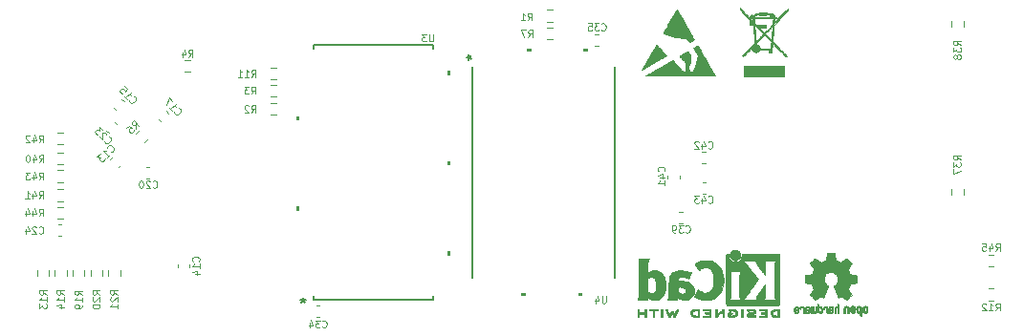
<source format=gbr>
%TF.GenerationSoftware,KiCad,Pcbnew,7.0.7*%
%TF.CreationDate,2024-03-25T22:36:06+08:00*%
%TF.ProjectId,eins2440,65696e73-3234-4343-902e-6b696361645f,rev?*%
%TF.SameCoordinates,Original*%
%TF.FileFunction,Legend,Bot*%
%TF.FilePolarity,Positive*%
%FSLAX46Y46*%
G04 Gerber Fmt 4.6, Leading zero omitted, Abs format (unit mm)*
G04 Created by KiCad (PCBNEW 7.0.7) date 2024-03-25 22:36:06*
%MOMM*%
%LPD*%
G01*
G04 APERTURE LIST*
%ADD10C,0.076200*%
%ADD11C,0.150000*%
%ADD12C,0.120000*%
%ADD13C,0.010000*%
%ADD14C,0.152400*%
G04 APERTURE END LIST*
D10*
X107740064Y-101746099D02*
X107951731Y-101443718D01*
X108102921Y-101746099D02*
X108102921Y-101111099D01*
X108102921Y-101111099D02*
X107861016Y-101111099D01*
X107861016Y-101111099D02*
X107800540Y-101141337D01*
X107800540Y-101141337D02*
X107770302Y-101171575D01*
X107770302Y-101171575D02*
X107740064Y-101232051D01*
X107740064Y-101232051D02*
X107740064Y-101322765D01*
X107740064Y-101322765D02*
X107770302Y-101383241D01*
X107770302Y-101383241D02*
X107800540Y-101413480D01*
X107800540Y-101413480D02*
X107861016Y-101443718D01*
X107861016Y-101443718D02*
X108102921Y-101443718D01*
X107195778Y-101322765D02*
X107195778Y-101746099D01*
X107346969Y-101080861D02*
X107498159Y-101534432D01*
X107498159Y-101534432D02*
X107105064Y-101534432D01*
X106591016Y-101322765D02*
X106591016Y-101746099D01*
X106742207Y-101080861D02*
X106893397Y-101534432D01*
X106893397Y-101534432D02*
X106500302Y-101534432D01*
X166998214Y-100539323D02*
X167028452Y-100569562D01*
X167028452Y-100569562D02*
X167119166Y-100599800D01*
X167119166Y-100599800D02*
X167179642Y-100599800D01*
X167179642Y-100599800D02*
X167270357Y-100569562D01*
X167270357Y-100569562D02*
X167330833Y-100509085D01*
X167330833Y-100509085D02*
X167361071Y-100448609D01*
X167361071Y-100448609D02*
X167391309Y-100327657D01*
X167391309Y-100327657D02*
X167391309Y-100236942D01*
X167391309Y-100236942D02*
X167361071Y-100115990D01*
X167361071Y-100115990D02*
X167330833Y-100055514D01*
X167330833Y-100055514D02*
X167270357Y-99995038D01*
X167270357Y-99995038D02*
X167179642Y-99964800D01*
X167179642Y-99964800D02*
X167119166Y-99964800D01*
X167119166Y-99964800D02*
X167028452Y-99995038D01*
X167028452Y-99995038D02*
X166998214Y-100025276D01*
X166453928Y-100176466D02*
X166453928Y-100599800D01*
X166605119Y-99934562D02*
X166756309Y-100388133D01*
X166756309Y-100388133D02*
X166363214Y-100388133D01*
X166181785Y-99964800D02*
X165788690Y-99964800D01*
X165788690Y-99964800D02*
X166000357Y-100206704D01*
X166000357Y-100206704D02*
X165909642Y-100206704D01*
X165909642Y-100206704D02*
X165849166Y-100236942D01*
X165849166Y-100236942D02*
X165818928Y-100267181D01*
X165818928Y-100267181D02*
X165788690Y-100327657D01*
X165788690Y-100327657D02*
X165788690Y-100478847D01*
X165788690Y-100478847D02*
X165818928Y-100539323D01*
X165818928Y-100539323D02*
X165849166Y-100569562D01*
X165849166Y-100569562D02*
X165909642Y-100599800D01*
X165909642Y-100599800D02*
X166091071Y-100599800D01*
X166091071Y-100599800D02*
X166151547Y-100569562D01*
X166151547Y-100569562D02*
X166181785Y-100539323D01*
X114679800Y-108731785D02*
X114377419Y-108520118D01*
X114679800Y-108368928D02*
X114044800Y-108368928D01*
X114044800Y-108368928D02*
X114044800Y-108610833D01*
X114044800Y-108610833D02*
X114075038Y-108671309D01*
X114075038Y-108671309D02*
X114105276Y-108701547D01*
X114105276Y-108701547D02*
X114165752Y-108731785D01*
X114165752Y-108731785D02*
X114256466Y-108731785D01*
X114256466Y-108731785D02*
X114316942Y-108701547D01*
X114316942Y-108701547D02*
X114347181Y-108671309D01*
X114347181Y-108671309D02*
X114377419Y-108610833D01*
X114377419Y-108610833D02*
X114377419Y-108368928D01*
X114105276Y-108973690D02*
X114075038Y-109003928D01*
X114075038Y-109003928D02*
X114044800Y-109064404D01*
X114044800Y-109064404D02*
X114044800Y-109215595D01*
X114044800Y-109215595D02*
X114075038Y-109276071D01*
X114075038Y-109276071D02*
X114105276Y-109306309D01*
X114105276Y-109306309D02*
X114165752Y-109336547D01*
X114165752Y-109336547D02*
X114226228Y-109336547D01*
X114226228Y-109336547D02*
X114316942Y-109306309D01*
X114316942Y-109306309D02*
X114679800Y-108943452D01*
X114679800Y-108943452D02*
X114679800Y-109336547D01*
X114679800Y-109941309D02*
X114679800Y-109578452D01*
X114679800Y-109759880D02*
X114044800Y-109759880D01*
X114044800Y-109759880D02*
X114135514Y-109699404D01*
X114135514Y-109699404D02*
X114195990Y-109638928D01*
X114195990Y-109638928D02*
X114226228Y-109578452D01*
X119728344Y-92537106D02*
X119728344Y-92579869D01*
X119728344Y-92579869D02*
X119771107Y-92665396D01*
X119771107Y-92665396D02*
X119813870Y-92708159D01*
X119813870Y-92708159D02*
X119899397Y-92750922D01*
X119899397Y-92750922D02*
X119984923Y-92750922D01*
X119984923Y-92750922D02*
X120049068Y-92729540D01*
X120049068Y-92729540D02*
X120155975Y-92665396D01*
X120155975Y-92665396D02*
X120220120Y-92601251D01*
X120220120Y-92601251D02*
X120284265Y-92494343D01*
X120284265Y-92494343D02*
X120305646Y-92430198D01*
X120305646Y-92430198D02*
X120305646Y-92344672D01*
X120305646Y-92344672D02*
X120262883Y-92259146D01*
X120262883Y-92259146D02*
X120220120Y-92216383D01*
X120220120Y-92216383D02*
X120134594Y-92173620D01*
X120134594Y-92173620D02*
X120091831Y-92173620D01*
X119257950Y-92152238D02*
X119514529Y-92408817D01*
X119386239Y-92280527D02*
X119835252Y-91831515D01*
X119835252Y-91831515D02*
X119813870Y-91938422D01*
X119813870Y-91938422D02*
X119813870Y-92023949D01*
X119813870Y-92023949D02*
X119835252Y-92088093D01*
X119557292Y-91553554D02*
X119257950Y-91254212D01*
X119257950Y-91254212D02*
X119001371Y-91895659D01*
X108439800Y-108721785D02*
X108137419Y-108510118D01*
X108439800Y-108358928D02*
X107804800Y-108358928D01*
X107804800Y-108358928D02*
X107804800Y-108600833D01*
X107804800Y-108600833D02*
X107835038Y-108661309D01*
X107835038Y-108661309D02*
X107865276Y-108691547D01*
X107865276Y-108691547D02*
X107925752Y-108721785D01*
X107925752Y-108721785D02*
X108016466Y-108721785D01*
X108016466Y-108721785D02*
X108076942Y-108691547D01*
X108076942Y-108691547D02*
X108107181Y-108661309D01*
X108107181Y-108661309D02*
X108137419Y-108600833D01*
X108137419Y-108600833D02*
X108137419Y-108358928D01*
X108439800Y-109326547D02*
X108439800Y-108963690D01*
X108439800Y-109145118D02*
X107804800Y-109145118D01*
X107804800Y-109145118D02*
X107895514Y-109084642D01*
X107895514Y-109084642D02*
X107955990Y-109024166D01*
X107955990Y-109024166D02*
X107986228Y-108963690D01*
X107804800Y-109538214D02*
X107804800Y-109931309D01*
X107804800Y-109931309D02*
X108046704Y-109719642D01*
X108046704Y-109719642D02*
X108046704Y-109810357D01*
X108046704Y-109810357D02*
X108076942Y-109870833D01*
X108076942Y-109870833D02*
X108107181Y-109901071D01*
X108107181Y-109901071D02*
X108167657Y-109931309D01*
X108167657Y-109931309D02*
X108318847Y-109931309D01*
X108318847Y-109931309D02*
X108379323Y-109901071D01*
X108379323Y-109901071D02*
X108409562Y-109870833D01*
X108409562Y-109870833D02*
X108439800Y-109810357D01*
X108439800Y-109810357D02*
X108439800Y-109628928D01*
X108439800Y-109628928D02*
X108409562Y-109568452D01*
X108409562Y-109568452D02*
X108379323Y-109538214D01*
X157546364Y-85249323D02*
X157576602Y-85279562D01*
X157576602Y-85279562D02*
X157667316Y-85309800D01*
X157667316Y-85309800D02*
X157727792Y-85309800D01*
X157727792Y-85309800D02*
X157818507Y-85279562D01*
X157818507Y-85279562D02*
X157878983Y-85219085D01*
X157878983Y-85219085D02*
X157909221Y-85158609D01*
X157909221Y-85158609D02*
X157939459Y-85037657D01*
X157939459Y-85037657D02*
X157939459Y-84946942D01*
X157939459Y-84946942D02*
X157909221Y-84825990D01*
X157909221Y-84825990D02*
X157878983Y-84765514D01*
X157878983Y-84765514D02*
X157818507Y-84705038D01*
X157818507Y-84705038D02*
X157727792Y-84674800D01*
X157727792Y-84674800D02*
X157667316Y-84674800D01*
X157667316Y-84674800D02*
X157576602Y-84705038D01*
X157576602Y-84705038D02*
X157546364Y-84735276D01*
X157334697Y-84674800D02*
X156941602Y-84674800D01*
X156941602Y-84674800D02*
X157153269Y-84916704D01*
X157153269Y-84916704D02*
X157062554Y-84916704D01*
X157062554Y-84916704D02*
X157002078Y-84946942D01*
X157002078Y-84946942D02*
X156971840Y-84977181D01*
X156971840Y-84977181D02*
X156941602Y-85037657D01*
X156941602Y-85037657D02*
X156941602Y-85188847D01*
X156941602Y-85188847D02*
X156971840Y-85249323D01*
X156971840Y-85249323D02*
X157002078Y-85279562D01*
X157002078Y-85279562D02*
X157062554Y-85309800D01*
X157062554Y-85309800D02*
X157243983Y-85309800D01*
X157243983Y-85309800D02*
X157304459Y-85279562D01*
X157304459Y-85279562D02*
X157334697Y-85249323D01*
X156367078Y-84674800D02*
X156669459Y-84674800D01*
X156669459Y-84674800D02*
X156699697Y-84977181D01*
X156699697Y-84977181D02*
X156669459Y-84946942D01*
X156669459Y-84946942D02*
X156608983Y-84916704D01*
X156608983Y-84916704D02*
X156457792Y-84916704D01*
X156457792Y-84916704D02*
X156397316Y-84946942D01*
X156397316Y-84946942D02*
X156367078Y-84977181D01*
X156367078Y-84977181D02*
X156336840Y-85037657D01*
X156336840Y-85037657D02*
X156336840Y-85188847D01*
X156336840Y-85188847D02*
X156367078Y-85249323D01*
X156367078Y-85249323D02*
X156397316Y-85279562D01*
X156397316Y-85279562D02*
X156457792Y-85309800D01*
X156457792Y-85309800D02*
X156608983Y-85309800D01*
X156608983Y-85309800D02*
X156669459Y-85279562D01*
X156669459Y-85279562D02*
X156699697Y-85249323D01*
X107760064Y-95239800D02*
X107971731Y-94937419D01*
X108122921Y-95239800D02*
X108122921Y-94604800D01*
X108122921Y-94604800D02*
X107881016Y-94604800D01*
X107881016Y-94604800D02*
X107820540Y-94635038D01*
X107820540Y-94635038D02*
X107790302Y-94665276D01*
X107790302Y-94665276D02*
X107760064Y-94725752D01*
X107760064Y-94725752D02*
X107760064Y-94816466D01*
X107760064Y-94816466D02*
X107790302Y-94876942D01*
X107790302Y-94876942D02*
X107820540Y-94907181D01*
X107820540Y-94907181D02*
X107881016Y-94937419D01*
X107881016Y-94937419D02*
X108122921Y-94937419D01*
X107215778Y-94816466D02*
X107215778Y-95239800D01*
X107366969Y-94574562D02*
X107518159Y-95028133D01*
X107518159Y-95028133D02*
X107125064Y-95028133D01*
X106913397Y-94665276D02*
X106883159Y-94635038D01*
X106883159Y-94635038D02*
X106822683Y-94604800D01*
X106822683Y-94604800D02*
X106671492Y-94604800D01*
X106671492Y-94604800D02*
X106611016Y-94635038D01*
X106611016Y-94635038D02*
X106580778Y-94665276D01*
X106580778Y-94665276D02*
X106550540Y-94725752D01*
X106550540Y-94725752D02*
X106550540Y-94786228D01*
X106550540Y-94786228D02*
X106580778Y-94876942D01*
X106580778Y-94876942D02*
X106943635Y-95239800D01*
X106943635Y-95239800D02*
X106550540Y-95239800D01*
X113119800Y-108731785D02*
X112817419Y-108520118D01*
X113119800Y-108368928D02*
X112484800Y-108368928D01*
X112484800Y-108368928D02*
X112484800Y-108610833D01*
X112484800Y-108610833D02*
X112515038Y-108671309D01*
X112515038Y-108671309D02*
X112545276Y-108701547D01*
X112545276Y-108701547D02*
X112605752Y-108731785D01*
X112605752Y-108731785D02*
X112696466Y-108731785D01*
X112696466Y-108731785D02*
X112756942Y-108701547D01*
X112756942Y-108701547D02*
X112787181Y-108671309D01*
X112787181Y-108671309D02*
X112817419Y-108610833D01*
X112817419Y-108610833D02*
X112817419Y-108368928D01*
X112545276Y-108973690D02*
X112515038Y-109003928D01*
X112515038Y-109003928D02*
X112484800Y-109064404D01*
X112484800Y-109064404D02*
X112484800Y-109215595D01*
X112484800Y-109215595D02*
X112515038Y-109276071D01*
X112515038Y-109276071D02*
X112545276Y-109306309D01*
X112545276Y-109306309D02*
X112605752Y-109336547D01*
X112605752Y-109336547D02*
X112666228Y-109336547D01*
X112666228Y-109336547D02*
X112756942Y-109306309D01*
X112756942Y-109306309D02*
X113119800Y-108943452D01*
X113119800Y-108943452D02*
X113119800Y-109336547D01*
X112484800Y-109729642D02*
X112484800Y-109790119D01*
X112484800Y-109790119D02*
X112515038Y-109850595D01*
X112515038Y-109850595D02*
X112545276Y-109880833D01*
X112545276Y-109880833D02*
X112605752Y-109911071D01*
X112605752Y-109911071D02*
X112726704Y-109941309D01*
X112726704Y-109941309D02*
X112877895Y-109941309D01*
X112877895Y-109941309D02*
X112998847Y-109911071D01*
X112998847Y-109911071D02*
X113059323Y-109880833D01*
X113059323Y-109880833D02*
X113089562Y-109850595D01*
X113089562Y-109850595D02*
X113119800Y-109790119D01*
X113119800Y-109790119D02*
X113119800Y-109729642D01*
X113119800Y-109729642D02*
X113089562Y-109669166D01*
X113089562Y-109669166D02*
X113059323Y-109638928D01*
X113059323Y-109638928D02*
X112998847Y-109608690D01*
X112998847Y-109608690D02*
X112877895Y-109578452D01*
X112877895Y-109578452D02*
X112726704Y-109578452D01*
X112726704Y-109578452D02*
X112605752Y-109608690D01*
X112605752Y-109608690D02*
X112545276Y-109638928D01*
X112545276Y-109638928D02*
X112515038Y-109669166D01*
X112515038Y-109669166D02*
X112484800Y-109729642D01*
X151045833Y-85879800D02*
X151257500Y-85577419D01*
X151408690Y-85879800D02*
X151408690Y-85244800D01*
X151408690Y-85244800D02*
X151166785Y-85244800D01*
X151166785Y-85244800D02*
X151106309Y-85275038D01*
X151106309Y-85275038D02*
X151076071Y-85305276D01*
X151076071Y-85305276D02*
X151045833Y-85365752D01*
X151045833Y-85365752D02*
X151045833Y-85456466D01*
X151045833Y-85456466D02*
X151076071Y-85516942D01*
X151076071Y-85516942D02*
X151106309Y-85547181D01*
X151106309Y-85547181D02*
X151166785Y-85577419D01*
X151166785Y-85577419D02*
X151408690Y-85577419D01*
X150834166Y-85244800D02*
X150410833Y-85244800D01*
X150410833Y-85244800D02*
X150682976Y-85879800D01*
X126537683Y-90936099D02*
X126749350Y-90633718D01*
X126900540Y-90936099D02*
X126900540Y-90301099D01*
X126900540Y-90301099D02*
X126658635Y-90301099D01*
X126658635Y-90301099D02*
X126598159Y-90331337D01*
X126598159Y-90331337D02*
X126567921Y-90361575D01*
X126567921Y-90361575D02*
X126537683Y-90422051D01*
X126537683Y-90422051D02*
X126537683Y-90512765D01*
X126537683Y-90512765D02*
X126567921Y-90573241D01*
X126567921Y-90573241D02*
X126598159Y-90603480D01*
X126598159Y-90603480D02*
X126658635Y-90633718D01*
X126658635Y-90633718D02*
X126900540Y-90633718D01*
X126326016Y-90301099D02*
X125932921Y-90301099D01*
X125932921Y-90301099D02*
X126144588Y-90543003D01*
X126144588Y-90543003D02*
X126053873Y-90543003D01*
X126053873Y-90543003D02*
X125993397Y-90573241D01*
X125993397Y-90573241D02*
X125963159Y-90603480D01*
X125963159Y-90603480D02*
X125932921Y-90663956D01*
X125932921Y-90663956D02*
X125932921Y-90815146D01*
X125932921Y-90815146D02*
X125963159Y-90875622D01*
X125963159Y-90875622D02*
X125993397Y-90905861D01*
X125993397Y-90905861D02*
X126053873Y-90936099D01*
X126053873Y-90936099D02*
X126235302Y-90936099D01*
X126235302Y-90936099D02*
X126295778Y-90905861D01*
X126295778Y-90905861D02*
X126326016Y-90875622D01*
X163109323Y-97791785D02*
X163139562Y-97761547D01*
X163139562Y-97761547D02*
X163169800Y-97670833D01*
X163169800Y-97670833D02*
X163169800Y-97610357D01*
X163169800Y-97610357D02*
X163139562Y-97519642D01*
X163139562Y-97519642D02*
X163079085Y-97459166D01*
X163079085Y-97459166D02*
X163018609Y-97428928D01*
X163018609Y-97428928D02*
X162897657Y-97398690D01*
X162897657Y-97398690D02*
X162806942Y-97398690D01*
X162806942Y-97398690D02*
X162685990Y-97428928D01*
X162685990Y-97428928D02*
X162625514Y-97459166D01*
X162625514Y-97459166D02*
X162565038Y-97519642D01*
X162565038Y-97519642D02*
X162534800Y-97610357D01*
X162534800Y-97610357D02*
X162534800Y-97670833D01*
X162534800Y-97670833D02*
X162565038Y-97761547D01*
X162565038Y-97761547D02*
X162595276Y-97791785D01*
X162746466Y-98336071D02*
X163169800Y-98336071D01*
X162504562Y-98184880D02*
X162958133Y-98033690D01*
X162958133Y-98033690D02*
X162958133Y-98426785D01*
X163169800Y-99001309D02*
X163169800Y-98638452D01*
X163169800Y-98819880D02*
X162534800Y-98819880D01*
X162534800Y-98819880D02*
X162625514Y-98759404D01*
X162625514Y-98759404D02*
X162685990Y-98698928D01*
X162685990Y-98698928D02*
X162716228Y-98638452D01*
X113538344Y-95107106D02*
X113538344Y-95149869D01*
X113538344Y-95149869D02*
X113581107Y-95235396D01*
X113581107Y-95235396D02*
X113623870Y-95278159D01*
X113623870Y-95278159D02*
X113709397Y-95320922D01*
X113709397Y-95320922D02*
X113794923Y-95320922D01*
X113794923Y-95320922D02*
X113859068Y-95299540D01*
X113859068Y-95299540D02*
X113965975Y-95235396D01*
X113965975Y-95235396D02*
X114030120Y-95171251D01*
X114030120Y-95171251D02*
X114094265Y-95064343D01*
X114094265Y-95064343D02*
X114115646Y-95000198D01*
X114115646Y-95000198D02*
X114115646Y-94914672D01*
X114115646Y-94914672D02*
X114072883Y-94829146D01*
X114072883Y-94829146D02*
X114030120Y-94786383D01*
X114030120Y-94786383D02*
X113944594Y-94743620D01*
X113944594Y-94743620D02*
X113901831Y-94743620D01*
X113730778Y-94572567D02*
X113730778Y-94529804D01*
X113730778Y-94529804D02*
X113709397Y-94465659D01*
X113709397Y-94465659D02*
X113602489Y-94358751D01*
X113602489Y-94358751D02*
X113538344Y-94337370D01*
X113538344Y-94337370D02*
X113495581Y-94337370D01*
X113495581Y-94337370D02*
X113431436Y-94358751D01*
X113431436Y-94358751D02*
X113388673Y-94401515D01*
X113388673Y-94401515D02*
X113345910Y-94487041D01*
X113345910Y-94487041D02*
X113345910Y-95000198D01*
X113345910Y-95000198D02*
X113067950Y-94722238D01*
X113367292Y-94123554D02*
X113089331Y-93845594D01*
X113089331Y-93845594D02*
X113067950Y-94166317D01*
X113067950Y-94166317D02*
X113003805Y-94102173D01*
X113003805Y-94102173D02*
X112939660Y-94080791D01*
X112939660Y-94080791D02*
X112896897Y-94080791D01*
X112896897Y-94080791D02*
X112832753Y-94102173D01*
X112832753Y-94102173D02*
X112725845Y-94209080D01*
X112725845Y-94209080D02*
X112704463Y-94273225D01*
X112704463Y-94273225D02*
X112704463Y-94315988D01*
X112704463Y-94315988D02*
X112725845Y-94380133D01*
X112725845Y-94380133D02*
X112854134Y-94508422D01*
X112854134Y-94508422D02*
X112918279Y-94529804D01*
X112918279Y-94529804D02*
X112961042Y-94529804D01*
X167008214Y-95709323D02*
X167038452Y-95739562D01*
X167038452Y-95739562D02*
X167129166Y-95769800D01*
X167129166Y-95769800D02*
X167189642Y-95769800D01*
X167189642Y-95769800D02*
X167280357Y-95739562D01*
X167280357Y-95739562D02*
X167340833Y-95679085D01*
X167340833Y-95679085D02*
X167371071Y-95618609D01*
X167371071Y-95618609D02*
X167401309Y-95497657D01*
X167401309Y-95497657D02*
X167401309Y-95406942D01*
X167401309Y-95406942D02*
X167371071Y-95285990D01*
X167371071Y-95285990D02*
X167340833Y-95225514D01*
X167340833Y-95225514D02*
X167280357Y-95165038D01*
X167280357Y-95165038D02*
X167189642Y-95134800D01*
X167189642Y-95134800D02*
X167129166Y-95134800D01*
X167129166Y-95134800D02*
X167038452Y-95165038D01*
X167038452Y-95165038D02*
X167008214Y-95195276D01*
X166463928Y-95346466D02*
X166463928Y-95769800D01*
X166615119Y-95104562D02*
X166766309Y-95558133D01*
X166766309Y-95558133D02*
X166373214Y-95558133D01*
X166161547Y-95195276D02*
X166131309Y-95165038D01*
X166131309Y-95165038D02*
X166070833Y-95134800D01*
X166070833Y-95134800D02*
X165919642Y-95134800D01*
X165919642Y-95134800D02*
X165859166Y-95165038D01*
X165859166Y-95165038D02*
X165828928Y-95195276D01*
X165828928Y-95195276D02*
X165798690Y-95255752D01*
X165798690Y-95255752D02*
X165798690Y-95316228D01*
X165798690Y-95316228D02*
X165828928Y-95406942D01*
X165828928Y-95406942D02*
X166191785Y-95769800D01*
X166191785Y-95769800D02*
X165798690Y-95769800D01*
X111539800Y-108751785D02*
X111237419Y-108540118D01*
X111539800Y-108388928D02*
X110904800Y-108388928D01*
X110904800Y-108388928D02*
X110904800Y-108630833D01*
X110904800Y-108630833D02*
X110935038Y-108691309D01*
X110935038Y-108691309D02*
X110965276Y-108721547D01*
X110965276Y-108721547D02*
X111025752Y-108751785D01*
X111025752Y-108751785D02*
X111116466Y-108751785D01*
X111116466Y-108751785D02*
X111176942Y-108721547D01*
X111176942Y-108721547D02*
X111207181Y-108691309D01*
X111207181Y-108691309D02*
X111237419Y-108630833D01*
X111237419Y-108630833D02*
X111237419Y-108388928D01*
X111539800Y-109356547D02*
X111539800Y-108993690D01*
X111539800Y-109175118D02*
X110904800Y-109175118D01*
X110904800Y-109175118D02*
X110995514Y-109114642D01*
X110995514Y-109114642D02*
X111055990Y-109054166D01*
X111055990Y-109054166D02*
X111086228Y-108993690D01*
X111539800Y-109658928D02*
X111539800Y-109779880D01*
X111539800Y-109779880D02*
X111509562Y-109840357D01*
X111509562Y-109840357D02*
X111479323Y-109870595D01*
X111479323Y-109870595D02*
X111388609Y-109931071D01*
X111388609Y-109931071D02*
X111267657Y-109961309D01*
X111267657Y-109961309D02*
X111025752Y-109961309D01*
X111025752Y-109961309D02*
X110965276Y-109931071D01*
X110965276Y-109931071D02*
X110935038Y-109900833D01*
X110935038Y-109900833D02*
X110904800Y-109840357D01*
X110904800Y-109840357D02*
X110904800Y-109719404D01*
X110904800Y-109719404D02*
X110935038Y-109658928D01*
X110935038Y-109658928D02*
X110965276Y-109628690D01*
X110965276Y-109628690D02*
X111025752Y-109598452D01*
X111025752Y-109598452D02*
X111176942Y-109598452D01*
X111176942Y-109598452D02*
X111237419Y-109628690D01*
X111237419Y-109628690D02*
X111267657Y-109658928D01*
X111267657Y-109658928D02*
X111297895Y-109719404D01*
X111297895Y-109719404D02*
X111297895Y-109840357D01*
X111297895Y-109840357D02*
X111267657Y-109900833D01*
X111267657Y-109900833D02*
X111237419Y-109931071D01*
X111237419Y-109931071D02*
X111176942Y-109961309D01*
X142643809Y-85634800D02*
X142643809Y-86148847D01*
X142643809Y-86148847D02*
X142613571Y-86209323D01*
X142613571Y-86209323D02*
X142583333Y-86239562D01*
X142583333Y-86239562D02*
X142522857Y-86269800D01*
X142522857Y-86269800D02*
X142401904Y-86269800D01*
X142401904Y-86269800D02*
X142341428Y-86239562D01*
X142341428Y-86239562D02*
X142311190Y-86209323D01*
X142311190Y-86209323D02*
X142280952Y-86148847D01*
X142280952Y-86148847D02*
X142280952Y-85634800D01*
X142039047Y-85634800D02*
X141645952Y-85634800D01*
X141645952Y-85634800D02*
X141857619Y-85876704D01*
X141857619Y-85876704D02*
X141766904Y-85876704D01*
X141766904Y-85876704D02*
X141706428Y-85906942D01*
X141706428Y-85906942D02*
X141676190Y-85937181D01*
X141676190Y-85937181D02*
X141645952Y-85997657D01*
X141645952Y-85997657D02*
X141645952Y-86148847D01*
X141645952Y-86148847D02*
X141676190Y-86209323D01*
X141676190Y-86209323D02*
X141706428Y-86239562D01*
X141706428Y-86239562D02*
X141766904Y-86269800D01*
X141766904Y-86269800D02*
X141948333Y-86269800D01*
X141948333Y-86269800D02*
X142008809Y-86239562D01*
X142008809Y-86239562D02*
X142039047Y-86209323D01*
D11*
X131139999Y-109024819D02*
X131139999Y-109262914D01*
X131378094Y-109167676D02*
X131139999Y-109262914D01*
X131139999Y-109262914D02*
X130901904Y-109167676D01*
X131282856Y-109453390D02*
X131139999Y-109262914D01*
X131139999Y-109262914D02*
X130997142Y-109453390D01*
D10*
X189359800Y-96771785D02*
X189057419Y-96560118D01*
X189359800Y-96408928D02*
X188724800Y-96408928D01*
X188724800Y-96408928D02*
X188724800Y-96650833D01*
X188724800Y-96650833D02*
X188755038Y-96711309D01*
X188755038Y-96711309D02*
X188785276Y-96741547D01*
X188785276Y-96741547D02*
X188845752Y-96771785D01*
X188845752Y-96771785D02*
X188936466Y-96771785D01*
X188936466Y-96771785D02*
X188996942Y-96741547D01*
X188996942Y-96741547D02*
X189027181Y-96711309D01*
X189027181Y-96711309D02*
X189057419Y-96650833D01*
X189057419Y-96650833D02*
X189057419Y-96408928D01*
X188724800Y-96983452D02*
X188724800Y-97376547D01*
X188724800Y-97376547D02*
X188966704Y-97164880D01*
X188966704Y-97164880D02*
X188966704Y-97255595D01*
X188966704Y-97255595D02*
X188996942Y-97316071D01*
X188996942Y-97316071D02*
X189027181Y-97346309D01*
X189027181Y-97346309D02*
X189087657Y-97376547D01*
X189087657Y-97376547D02*
X189238847Y-97376547D01*
X189238847Y-97376547D02*
X189299323Y-97346309D01*
X189299323Y-97346309D02*
X189329562Y-97316071D01*
X189329562Y-97316071D02*
X189359800Y-97255595D01*
X189359800Y-97255595D02*
X189359800Y-97074166D01*
X189359800Y-97074166D02*
X189329562Y-97013690D01*
X189329562Y-97013690D02*
X189299323Y-96983452D01*
X188724800Y-97588214D02*
X188724800Y-98011547D01*
X188724800Y-98011547D02*
X189359800Y-97739404D01*
X116341605Y-94006383D02*
X116277460Y-93642896D01*
X116598183Y-93749804D02*
X116149171Y-93300791D01*
X116149171Y-93300791D02*
X115978118Y-93471844D01*
X115978118Y-93471844D02*
X115956736Y-93535988D01*
X115956736Y-93535988D02*
X115956736Y-93578751D01*
X115956736Y-93578751D02*
X115978118Y-93642896D01*
X115978118Y-93642896D02*
X116042263Y-93707041D01*
X116042263Y-93707041D02*
X116106407Y-93728422D01*
X116106407Y-93728422D02*
X116149171Y-93728422D01*
X116149171Y-93728422D02*
X116213315Y-93707041D01*
X116213315Y-93707041D02*
X116384368Y-93535988D01*
X115486342Y-93963619D02*
X115700158Y-93749804D01*
X115700158Y-93749804D02*
X115935355Y-93942238D01*
X115935355Y-93942238D02*
X115892592Y-93942238D01*
X115892592Y-93942238D02*
X115828447Y-93963619D01*
X115828447Y-93963619D02*
X115721539Y-94070527D01*
X115721539Y-94070527D02*
X115700158Y-94134672D01*
X115700158Y-94134672D02*
X115700158Y-94177435D01*
X115700158Y-94177435D02*
X115721539Y-94241580D01*
X115721539Y-94241580D02*
X115828447Y-94348488D01*
X115828447Y-94348488D02*
X115892592Y-94369869D01*
X115892592Y-94369869D02*
X115935355Y-94369869D01*
X115935355Y-94369869D02*
X115999500Y-94348488D01*
X115999500Y-94348488D02*
X116106407Y-94241580D01*
X116106407Y-94241580D02*
X116127789Y-94177435D01*
X116127789Y-94177435D02*
X116127789Y-94134672D01*
X192455064Y-104836099D02*
X192666731Y-104533718D01*
X192817921Y-104836099D02*
X192817921Y-104201099D01*
X192817921Y-104201099D02*
X192576016Y-104201099D01*
X192576016Y-104201099D02*
X192515540Y-104231337D01*
X192515540Y-104231337D02*
X192485302Y-104261575D01*
X192485302Y-104261575D02*
X192455064Y-104322051D01*
X192455064Y-104322051D02*
X192455064Y-104412765D01*
X192455064Y-104412765D02*
X192485302Y-104473241D01*
X192485302Y-104473241D02*
X192515540Y-104503480D01*
X192515540Y-104503480D02*
X192576016Y-104533718D01*
X192576016Y-104533718D02*
X192817921Y-104533718D01*
X191910778Y-104412765D02*
X191910778Y-104836099D01*
X192061969Y-104170861D02*
X192213159Y-104624432D01*
X192213159Y-104624432D02*
X191820064Y-104624432D01*
X191275778Y-104201099D02*
X191578159Y-104201099D01*
X191578159Y-104201099D02*
X191608397Y-104503480D01*
X191608397Y-104503480D02*
X191578159Y-104473241D01*
X191578159Y-104473241D02*
X191517683Y-104443003D01*
X191517683Y-104443003D02*
X191366492Y-104443003D01*
X191366492Y-104443003D02*
X191306016Y-104473241D01*
X191306016Y-104473241D02*
X191275778Y-104503480D01*
X191275778Y-104503480D02*
X191245540Y-104563956D01*
X191245540Y-104563956D02*
X191245540Y-104715146D01*
X191245540Y-104715146D02*
X191275778Y-104775622D01*
X191275778Y-104775622D02*
X191306016Y-104805861D01*
X191306016Y-104805861D02*
X191366492Y-104836099D01*
X191366492Y-104836099D02*
X191517683Y-104836099D01*
X191517683Y-104836099D02*
X191578159Y-104805861D01*
X191578159Y-104805861D02*
X191608397Y-104775622D01*
X157953809Y-108864800D02*
X157953809Y-109378847D01*
X157953809Y-109378847D02*
X157923571Y-109439323D01*
X157923571Y-109439323D02*
X157893333Y-109469562D01*
X157893333Y-109469562D02*
X157832857Y-109499800D01*
X157832857Y-109499800D02*
X157711904Y-109499800D01*
X157711904Y-109499800D02*
X157651428Y-109469562D01*
X157651428Y-109469562D02*
X157621190Y-109439323D01*
X157621190Y-109439323D02*
X157590952Y-109378847D01*
X157590952Y-109378847D02*
X157590952Y-108864800D01*
X157016428Y-109076466D02*
X157016428Y-109499800D01*
X157167619Y-108834562D02*
X157318809Y-109288133D01*
X157318809Y-109288133D02*
X156925714Y-109288133D01*
D11*
X145604819Y-87680000D02*
X145842914Y-87680000D01*
X145747676Y-87441905D02*
X145842914Y-87680000D01*
X145842914Y-87680000D02*
X145747676Y-87918095D01*
X146033390Y-87537143D02*
X145842914Y-87680000D01*
X145842914Y-87680000D02*
X146033390Y-87822857D01*
D10*
X107730064Y-103265622D02*
X107760302Y-103295861D01*
X107760302Y-103295861D02*
X107851016Y-103326099D01*
X107851016Y-103326099D02*
X107911492Y-103326099D01*
X107911492Y-103326099D02*
X108002207Y-103295861D01*
X108002207Y-103295861D02*
X108062683Y-103235384D01*
X108062683Y-103235384D02*
X108092921Y-103174908D01*
X108092921Y-103174908D02*
X108123159Y-103053956D01*
X108123159Y-103053956D02*
X108123159Y-102963241D01*
X108123159Y-102963241D02*
X108092921Y-102842289D01*
X108092921Y-102842289D02*
X108062683Y-102781813D01*
X108062683Y-102781813D02*
X108002207Y-102721337D01*
X108002207Y-102721337D02*
X107911492Y-102691099D01*
X107911492Y-102691099D02*
X107851016Y-102691099D01*
X107851016Y-102691099D02*
X107760302Y-102721337D01*
X107760302Y-102721337D02*
X107730064Y-102751575D01*
X107488159Y-102751575D02*
X107457921Y-102721337D01*
X107457921Y-102721337D02*
X107397445Y-102691099D01*
X107397445Y-102691099D02*
X107246254Y-102691099D01*
X107246254Y-102691099D02*
X107185778Y-102721337D01*
X107185778Y-102721337D02*
X107155540Y-102751575D01*
X107155540Y-102751575D02*
X107125302Y-102812051D01*
X107125302Y-102812051D02*
X107125302Y-102872527D01*
X107125302Y-102872527D02*
X107155540Y-102963241D01*
X107155540Y-102963241D02*
X107518397Y-103326099D01*
X107518397Y-103326099D02*
X107125302Y-103326099D01*
X106581016Y-102902765D02*
X106581016Y-103326099D01*
X106732207Y-102660861D02*
X106883397Y-103114432D01*
X106883397Y-103114432D02*
X106490302Y-103114432D01*
X107770064Y-96976099D02*
X107981731Y-96673718D01*
X108132921Y-96976099D02*
X108132921Y-96341099D01*
X108132921Y-96341099D02*
X107891016Y-96341099D01*
X107891016Y-96341099D02*
X107830540Y-96371337D01*
X107830540Y-96371337D02*
X107800302Y-96401575D01*
X107800302Y-96401575D02*
X107770064Y-96462051D01*
X107770064Y-96462051D02*
X107770064Y-96552765D01*
X107770064Y-96552765D02*
X107800302Y-96613241D01*
X107800302Y-96613241D02*
X107830540Y-96643480D01*
X107830540Y-96643480D02*
X107891016Y-96673718D01*
X107891016Y-96673718D02*
X108132921Y-96673718D01*
X107225778Y-96552765D02*
X107225778Y-96976099D01*
X107376969Y-96310861D02*
X107528159Y-96764432D01*
X107528159Y-96764432D02*
X107135064Y-96764432D01*
X106772207Y-96341099D02*
X106711730Y-96341099D01*
X106711730Y-96341099D02*
X106651254Y-96371337D01*
X106651254Y-96371337D02*
X106621016Y-96401575D01*
X106621016Y-96401575D02*
X106590778Y-96462051D01*
X106590778Y-96462051D02*
X106560540Y-96583003D01*
X106560540Y-96583003D02*
X106560540Y-96734194D01*
X106560540Y-96734194D02*
X106590778Y-96855146D01*
X106590778Y-96855146D02*
X106621016Y-96915622D01*
X106621016Y-96915622D02*
X106651254Y-96945861D01*
X106651254Y-96945861D02*
X106711730Y-96976099D01*
X106711730Y-96976099D02*
X106772207Y-96976099D01*
X106772207Y-96976099D02*
X106832683Y-96945861D01*
X106832683Y-96945861D02*
X106862921Y-96915622D01*
X106862921Y-96915622D02*
X106893159Y-96855146D01*
X106893159Y-96855146D02*
X106923397Y-96734194D01*
X106923397Y-96734194D02*
X106923397Y-96583003D01*
X106923397Y-96583003D02*
X106893159Y-96462051D01*
X106893159Y-96462051D02*
X106862921Y-96401575D01*
X106862921Y-96401575D02*
X106832683Y-96371337D01*
X106832683Y-96371337D02*
X106772207Y-96341099D01*
X109959800Y-108721785D02*
X109657419Y-108510118D01*
X109959800Y-108358928D02*
X109324800Y-108358928D01*
X109324800Y-108358928D02*
X109324800Y-108600833D01*
X109324800Y-108600833D02*
X109355038Y-108661309D01*
X109355038Y-108661309D02*
X109385276Y-108691547D01*
X109385276Y-108691547D02*
X109445752Y-108721785D01*
X109445752Y-108721785D02*
X109536466Y-108721785D01*
X109536466Y-108721785D02*
X109596942Y-108691547D01*
X109596942Y-108691547D02*
X109627181Y-108661309D01*
X109627181Y-108661309D02*
X109657419Y-108600833D01*
X109657419Y-108600833D02*
X109657419Y-108358928D01*
X109959800Y-109326547D02*
X109959800Y-108963690D01*
X109959800Y-109145118D02*
X109324800Y-109145118D01*
X109324800Y-109145118D02*
X109415514Y-109084642D01*
X109415514Y-109084642D02*
X109475990Y-109024166D01*
X109475990Y-109024166D02*
X109506228Y-108963690D01*
X109536466Y-109870833D02*
X109959800Y-109870833D01*
X109294562Y-109719642D02*
X109748133Y-109568452D01*
X109748133Y-109568452D02*
X109748133Y-109961547D01*
X121889323Y-105761785D02*
X121919562Y-105731547D01*
X121919562Y-105731547D02*
X121949800Y-105640833D01*
X121949800Y-105640833D02*
X121949800Y-105580357D01*
X121949800Y-105580357D02*
X121919562Y-105489642D01*
X121919562Y-105489642D02*
X121859085Y-105429166D01*
X121859085Y-105429166D02*
X121798609Y-105398928D01*
X121798609Y-105398928D02*
X121677657Y-105368690D01*
X121677657Y-105368690D02*
X121586942Y-105368690D01*
X121586942Y-105368690D02*
X121465990Y-105398928D01*
X121465990Y-105398928D02*
X121405514Y-105429166D01*
X121405514Y-105429166D02*
X121345038Y-105489642D01*
X121345038Y-105489642D02*
X121314800Y-105580357D01*
X121314800Y-105580357D02*
X121314800Y-105640833D01*
X121314800Y-105640833D02*
X121345038Y-105731547D01*
X121345038Y-105731547D02*
X121375276Y-105761785D01*
X121949800Y-106366547D02*
X121949800Y-106003690D01*
X121949800Y-106185118D02*
X121314800Y-106185118D01*
X121314800Y-106185118D02*
X121405514Y-106124642D01*
X121405514Y-106124642D02*
X121465990Y-106064166D01*
X121465990Y-106064166D02*
X121496228Y-106003690D01*
X121526466Y-106910833D02*
X121949800Y-106910833D01*
X121284562Y-106759642D02*
X121738133Y-106608452D01*
X121738133Y-106608452D02*
X121738133Y-107001547D01*
X107760064Y-98526099D02*
X107971731Y-98223718D01*
X108122921Y-98526099D02*
X108122921Y-97891099D01*
X108122921Y-97891099D02*
X107881016Y-97891099D01*
X107881016Y-97891099D02*
X107820540Y-97921337D01*
X107820540Y-97921337D02*
X107790302Y-97951575D01*
X107790302Y-97951575D02*
X107760064Y-98012051D01*
X107760064Y-98012051D02*
X107760064Y-98102765D01*
X107760064Y-98102765D02*
X107790302Y-98163241D01*
X107790302Y-98163241D02*
X107820540Y-98193480D01*
X107820540Y-98193480D02*
X107881016Y-98223718D01*
X107881016Y-98223718D02*
X108122921Y-98223718D01*
X107215778Y-98102765D02*
X107215778Y-98526099D01*
X107366969Y-97860861D02*
X107518159Y-98314432D01*
X107518159Y-98314432D02*
X107125064Y-98314432D01*
X106943635Y-97891099D02*
X106550540Y-97891099D01*
X106550540Y-97891099D02*
X106762207Y-98133003D01*
X106762207Y-98133003D02*
X106671492Y-98133003D01*
X106671492Y-98133003D02*
X106611016Y-98163241D01*
X106611016Y-98163241D02*
X106580778Y-98193480D01*
X106580778Y-98193480D02*
X106550540Y-98253956D01*
X106550540Y-98253956D02*
X106550540Y-98405146D01*
X106550540Y-98405146D02*
X106580778Y-98465622D01*
X106580778Y-98465622D02*
X106611016Y-98495861D01*
X106611016Y-98495861D02*
X106671492Y-98526099D01*
X106671492Y-98526099D02*
X106852921Y-98526099D01*
X106852921Y-98526099D02*
X106913397Y-98495861D01*
X106913397Y-98495861D02*
X106943635Y-98465622D01*
X164998214Y-103169323D02*
X165028452Y-103199562D01*
X165028452Y-103199562D02*
X165119166Y-103229800D01*
X165119166Y-103229800D02*
X165179642Y-103229800D01*
X165179642Y-103229800D02*
X165270357Y-103199562D01*
X165270357Y-103199562D02*
X165330833Y-103139085D01*
X165330833Y-103139085D02*
X165361071Y-103078609D01*
X165361071Y-103078609D02*
X165391309Y-102957657D01*
X165391309Y-102957657D02*
X165391309Y-102866942D01*
X165391309Y-102866942D02*
X165361071Y-102745990D01*
X165361071Y-102745990D02*
X165330833Y-102685514D01*
X165330833Y-102685514D02*
X165270357Y-102625038D01*
X165270357Y-102625038D02*
X165179642Y-102594800D01*
X165179642Y-102594800D02*
X165119166Y-102594800D01*
X165119166Y-102594800D02*
X165028452Y-102625038D01*
X165028452Y-102625038D02*
X164998214Y-102655276D01*
X164786547Y-102594800D02*
X164393452Y-102594800D01*
X164393452Y-102594800D02*
X164605119Y-102836704D01*
X164605119Y-102836704D02*
X164514404Y-102836704D01*
X164514404Y-102836704D02*
X164453928Y-102866942D01*
X164453928Y-102866942D02*
X164423690Y-102897181D01*
X164423690Y-102897181D02*
X164393452Y-102957657D01*
X164393452Y-102957657D02*
X164393452Y-103108847D01*
X164393452Y-103108847D02*
X164423690Y-103169323D01*
X164423690Y-103169323D02*
X164453928Y-103199562D01*
X164453928Y-103199562D02*
X164514404Y-103229800D01*
X164514404Y-103229800D02*
X164695833Y-103229800D01*
X164695833Y-103229800D02*
X164756309Y-103199562D01*
X164756309Y-103199562D02*
X164786547Y-103169323D01*
X164091071Y-103229800D02*
X163970119Y-103229800D01*
X163970119Y-103229800D02*
X163909642Y-103199562D01*
X163909642Y-103199562D02*
X163879404Y-103169323D01*
X163879404Y-103169323D02*
X163818928Y-103078609D01*
X163818928Y-103078609D02*
X163788690Y-102957657D01*
X163788690Y-102957657D02*
X163788690Y-102715752D01*
X163788690Y-102715752D02*
X163818928Y-102655276D01*
X163818928Y-102655276D02*
X163849166Y-102625038D01*
X163849166Y-102625038D02*
X163909642Y-102594800D01*
X163909642Y-102594800D02*
X164030595Y-102594800D01*
X164030595Y-102594800D02*
X164091071Y-102625038D01*
X164091071Y-102625038D02*
X164121309Y-102655276D01*
X164121309Y-102655276D02*
X164151547Y-102715752D01*
X164151547Y-102715752D02*
X164151547Y-102866942D01*
X164151547Y-102866942D02*
X164121309Y-102927419D01*
X164121309Y-102927419D02*
X164091071Y-102957657D01*
X164091071Y-102957657D02*
X164030595Y-102987895D01*
X164030595Y-102987895D02*
X163909642Y-102987895D01*
X163909642Y-102987895D02*
X163849166Y-102957657D01*
X163849166Y-102957657D02*
X163818928Y-102927419D01*
X163818928Y-102927419D02*
X163788690Y-102866942D01*
X114142413Y-96067844D02*
X114185176Y-96067844D01*
X114185176Y-96067844D02*
X114270703Y-96025081D01*
X114270703Y-96025081D02*
X114313466Y-95982318D01*
X114313466Y-95982318D02*
X114356229Y-95896791D01*
X114356229Y-95896791D02*
X114356229Y-95811265D01*
X114356229Y-95811265D02*
X114334847Y-95747120D01*
X114334847Y-95747120D02*
X114270703Y-95640213D01*
X114270703Y-95640213D02*
X114206558Y-95576068D01*
X114206558Y-95576068D02*
X114099650Y-95511923D01*
X114099650Y-95511923D02*
X114035505Y-95490542D01*
X114035505Y-95490542D02*
X113949979Y-95490542D01*
X113949979Y-95490542D02*
X113864453Y-95533305D01*
X113864453Y-95533305D02*
X113821690Y-95576068D01*
X113821690Y-95576068D02*
X113778927Y-95661594D01*
X113778927Y-95661594D02*
X113778927Y-95704357D01*
X113757545Y-96538238D02*
X114014124Y-96281659D01*
X113885834Y-96409949D02*
X113436822Y-95960936D01*
X113436822Y-95960936D02*
X113543729Y-95982318D01*
X113543729Y-95982318D02*
X113629256Y-95982318D01*
X113629256Y-95982318D02*
X113693400Y-95960936D01*
X113158861Y-96238896D02*
X112880901Y-96516857D01*
X112880901Y-96516857D02*
X113201624Y-96538238D01*
X113201624Y-96538238D02*
X113137480Y-96602383D01*
X113137480Y-96602383D02*
X113116098Y-96666528D01*
X113116098Y-96666528D02*
X113116098Y-96709291D01*
X113116098Y-96709291D02*
X113137480Y-96773435D01*
X113137480Y-96773435D02*
X113244387Y-96880343D01*
X113244387Y-96880343D02*
X113308532Y-96901725D01*
X113308532Y-96901725D02*
X113351295Y-96901725D01*
X113351295Y-96901725D02*
X113415440Y-96880343D01*
X113415440Y-96880343D02*
X113543729Y-96752054D01*
X113543729Y-96752054D02*
X113565111Y-96687909D01*
X113565111Y-96687909D02*
X113565111Y-96645146D01*
X107740064Y-100206099D02*
X107951731Y-99903718D01*
X108102921Y-100206099D02*
X108102921Y-99571099D01*
X108102921Y-99571099D02*
X107861016Y-99571099D01*
X107861016Y-99571099D02*
X107800540Y-99601337D01*
X107800540Y-99601337D02*
X107770302Y-99631575D01*
X107770302Y-99631575D02*
X107740064Y-99692051D01*
X107740064Y-99692051D02*
X107740064Y-99782765D01*
X107740064Y-99782765D02*
X107770302Y-99843241D01*
X107770302Y-99843241D02*
X107800540Y-99873480D01*
X107800540Y-99873480D02*
X107861016Y-99903718D01*
X107861016Y-99903718D02*
X108102921Y-99903718D01*
X107195778Y-99782765D02*
X107195778Y-100206099D01*
X107346969Y-99540861D02*
X107498159Y-99994432D01*
X107498159Y-99994432D02*
X107105064Y-99994432D01*
X106530540Y-100206099D02*
X106893397Y-100206099D01*
X106711969Y-100206099D02*
X106711969Y-99571099D01*
X106711969Y-99571099D02*
X106772445Y-99661813D01*
X106772445Y-99661813D02*
X106832921Y-99722289D01*
X106832921Y-99722289D02*
X106893397Y-99752527D01*
X115748344Y-91497106D02*
X115748344Y-91539869D01*
X115748344Y-91539869D02*
X115791107Y-91625396D01*
X115791107Y-91625396D02*
X115833870Y-91668159D01*
X115833870Y-91668159D02*
X115919397Y-91710922D01*
X115919397Y-91710922D02*
X116004923Y-91710922D01*
X116004923Y-91710922D02*
X116069068Y-91689540D01*
X116069068Y-91689540D02*
X116175975Y-91625396D01*
X116175975Y-91625396D02*
X116240120Y-91561251D01*
X116240120Y-91561251D02*
X116304265Y-91454343D01*
X116304265Y-91454343D02*
X116325646Y-91390198D01*
X116325646Y-91390198D02*
X116325646Y-91304672D01*
X116325646Y-91304672D02*
X116282883Y-91219146D01*
X116282883Y-91219146D02*
X116240120Y-91176383D01*
X116240120Y-91176383D02*
X116154594Y-91133620D01*
X116154594Y-91133620D02*
X116111831Y-91133620D01*
X115277950Y-91112238D02*
X115534529Y-91368817D01*
X115406239Y-91240527D02*
X115855252Y-90791515D01*
X115855252Y-90791515D02*
X115833870Y-90898422D01*
X115833870Y-90898422D02*
X115833870Y-90983949D01*
X115833870Y-90983949D02*
X115855252Y-91048093D01*
X115320713Y-90256975D02*
X115534528Y-90470791D01*
X115534528Y-90470791D02*
X115342094Y-90705988D01*
X115342094Y-90705988D02*
X115342094Y-90663225D01*
X115342094Y-90663225D02*
X115320713Y-90599080D01*
X115320713Y-90599080D02*
X115213805Y-90492173D01*
X115213805Y-90492173D02*
X115149660Y-90470791D01*
X115149660Y-90470791D02*
X115106897Y-90470791D01*
X115106897Y-90470791D02*
X115042753Y-90492173D01*
X115042753Y-90492173D02*
X114935845Y-90599080D01*
X114935845Y-90599080D02*
X114914463Y-90663225D01*
X114914463Y-90663225D02*
X114914463Y-90705988D01*
X114914463Y-90705988D02*
X114935845Y-90770133D01*
X114935845Y-90770133D02*
X115042753Y-90877041D01*
X115042753Y-90877041D02*
X115106897Y-90898422D01*
X115106897Y-90898422D02*
X115149660Y-90898422D01*
X151025833Y-84389800D02*
X151237500Y-84087419D01*
X151388690Y-84389800D02*
X151388690Y-83754800D01*
X151388690Y-83754800D02*
X151146785Y-83754800D01*
X151146785Y-83754800D02*
X151086309Y-83785038D01*
X151086309Y-83785038D02*
X151056071Y-83815276D01*
X151056071Y-83815276D02*
X151025833Y-83875752D01*
X151025833Y-83875752D02*
X151025833Y-83966466D01*
X151025833Y-83966466D02*
X151056071Y-84026942D01*
X151056071Y-84026942D02*
X151086309Y-84057181D01*
X151086309Y-84057181D02*
X151146785Y-84087419D01*
X151146785Y-84087419D02*
X151388690Y-84087419D01*
X150421071Y-84389800D02*
X150783928Y-84389800D01*
X150602500Y-84389800D02*
X150602500Y-83754800D01*
X150602500Y-83754800D02*
X150662976Y-83845514D01*
X150662976Y-83845514D02*
X150723452Y-83905990D01*
X150723452Y-83905990D02*
X150783928Y-83936228D01*
X117808214Y-99199323D02*
X117838452Y-99229562D01*
X117838452Y-99229562D02*
X117929166Y-99259800D01*
X117929166Y-99259800D02*
X117989642Y-99259800D01*
X117989642Y-99259800D02*
X118080357Y-99229562D01*
X118080357Y-99229562D02*
X118140833Y-99169085D01*
X118140833Y-99169085D02*
X118171071Y-99108609D01*
X118171071Y-99108609D02*
X118201309Y-98987657D01*
X118201309Y-98987657D02*
X118201309Y-98896942D01*
X118201309Y-98896942D02*
X118171071Y-98775990D01*
X118171071Y-98775990D02*
X118140833Y-98715514D01*
X118140833Y-98715514D02*
X118080357Y-98655038D01*
X118080357Y-98655038D02*
X117989642Y-98624800D01*
X117989642Y-98624800D02*
X117929166Y-98624800D01*
X117929166Y-98624800D02*
X117838452Y-98655038D01*
X117838452Y-98655038D02*
X117808214Y-98685276D01*
X117566309Y-98685276D02*
X117536071Y-98655038D01*
X117536071Y-98655038D02*
X117475595Y-98624800D01*
X117475595Y-98624800D02*
X117324404Y-98624800D01*
X117324404Y-98624800D02*
X117263928Y-98655038D01*
X117263928Y-98655038D02*
X117233690Y-98685276D01*
X117233690Y-98685276D02*
X117203452Y-98745752D01*
X117203452Y-98745752D02*
X117203452Y-98806228D01*
X117203452Y-98806228D02*
X117233690Y-98896942D01*
X117233690Y-98896942D02*
X117596547Y-99259800D01*
X117596547Y-99259800D02*
X117203452Y-99259800D01*
X116810357Y-98624800D02*
X116749880Y-98624800D01*
X116749880Y-98624800D02*
X116689404Y-98655038D01*
X116689404Y-98655038D02*
X116659166Y-98685276D01*
X116659166Y-98685276D02*
X116628928Y-98745752D01*
X116628928Y-98745752D02*
X116598690Y-98866704D01*
X116598690Y-98866704D02*
X116598690Y-99017895D01*
X116598690Y-99017895D02*
X116628928Y-99138847D01*
X116628928Y-99138847D02*
X116659166Y-99199323D01*
X116659166Y-99199323D02*
X116689404Y-99229562D01*
X116689404Y-99229562D02*
X116749880Y-99259800D01*
X116749880Y-99259800D02*
X116810357Y-99259800D01*
X116810357Y-99259800D02*
X116870833Y-99229562D01*
X116870833Y-99229562D02*
X116901071Y-99199323D01*
X116901071Y-99199323D02*
X116931309Y-99138847D01*
X116931309Y-99138847D02*
X116961547Y-99017895D01*
X116961547Y-99017895D02*
X116961547Y-98866704D01*
X116961547Y-98866704D02*
X116931309Y-98745752D01*
X116931309Y-98745752D02*
X116901071Y-98685276D01*
X116901071Y-98685276D02*
X116870833Y-98655038D01*
X116870833Y-98655038D02*
X116810357Y-98624800D01*
X189379800Y-86601785D02*
X189077419Y-86390118D01*
X189379800Y-86238928D02*
X188744800Y-86238928D01*
X188744800Y-86238928D02*
X188744800Y-86480833D01*
X188744800Y-86480833D02*
X188775038Y-86541309D01*
X188775038Y-86541309D02*
X188805276Y-86571547D01*
X188805276Y-86571547D02*
X188865752Y-86601785D01*
X188865752Y-86601785D02*
X188956466Y-86601785D01*
X188956466Y-86601785D02*
X189016942Y-86571547D01*
X189016942Y-86571547D02*
X189047181Y-86541309D01*
X189047181Y-86541309D02*
X189077419Y-86480833D01*
X189077419Y-86480833D02*
X189077419Y-86238928D01*
X188744800Y-86813452D02*
X188744800Y-87206547D01*
X188744800Y-87206547D02*
X188986704Y-86994880D01*
X188986704Y-86994880D02*
X188986704Y-87085595D01*
X188986704Y-87085595D02*
X189016942Y-87146071D01*
X189016942Y-87146071D02*
X189047181Y-87176309D01*
X189047181Y-87176309D02*
X189107657Y-87206547D01*
X189107657Y-87206547D02*
X189258847Y-87206547D01*
X189258847Y-87206547D02*
X189319323Y-87176309D01*
X189319323Y-87176309D02*
X189349562Y-87146071D01*
X189349562Y-87146071D02*
X189379800Y-87085595D01*
X189379800Y-87085595D02*
X189379800Y-86904166D01*
X189379800Y-86904166D02*
X189349562Y-86843690D01*
X189349562Y-86843690D02*
X189319323Y-86813452D01*
X189016942Y-87569404D02*
X188986704Y-87508928D01*
X188986704Y-87508928D02*
X188956466Y-87478690D01*
X188956466Y-87478690D02*
X188895990Y-87448452D01*
X188895990Y-87448452D02*
X188865752Y-87448452D01*
X188865752Y-87448452D02*
X188805276Y-87478690D01*
X188805276Y-87478690D02*
X188775038Y-87508928D01*
X188775038Y-87508928D02*
X188744800Y-87569404D01*
X188744800Y-87569404D02*
X188744800Y-87690357D01*
X188744800Y-87690357D02*
X188775038Y-87750833D01*
X188775038Y-87750833D02*
X188805276Y-87781071D01*
X188805276Y-87781071D02*
X188865752Y-87811309D01*
X188865752Y-87811309D02*
X188895990Y-87811309D01*
X188895990Y-87811309D02*
X188956466Y-87781071D01*
X188956466Y-87781071D02*
X188986704Y-87750833D01*
X188986704Y-87750833D02*
X189016942Y-87690357D01*
X189016942Y-87690357D02*
X189016942Y-87569404D01*
X189016942Y-87569404D02*
X189047181Y-87508928D01*
X189047181Y-87508928D02*
X189077419Y-87478690D01*
X189077419Y-87478690D02*
X189137895Y-87448452D01*
X189137895Y-87448452D02*
X189258847Y-87448452D01*
X189258847Y-87448452D02*
X189319323Y-87478690D01*
X189319323Y-87478690D02*
X189349562Y-87508928D01*
X189349562Y-87508928D02*
X189379800Y-87569404D01*
X189379800Y-87569404D02*
X189379800Y-87690357D01*
X189379800Y-87690357D02*
X189349562Y-87750833D01*
X189349562Y-87750833D02*
X189319323Y-87781071D01*
X189319323Y-87781071D02*
X189258847Y-87811309D01*
X189258847Y-87811309D02*
X189137895Y-87811309D01*
X189137895Y-87811309D02*
X189077419Y-87781071D01*
X189077419Y-87781071D02*
X189047181Y-87750833D01*
X189047181Y-87750833D02*
X189016942Y-87690357D01*
X192455064Y-110156099D02*
X192666731Y-109853718D01*
X192817921Y-110156099D02*
X192817921Y-109521099D01*
X192817921Y-109521099D02*
X192576016Y-109521099D01*
X192576016Y-109521099D02*
X192515540Y-109551337D01*
X192515540Y-109551337D02*
X192485302Y-109581575D01*
X192485302Y-109581575D02*
X192455064Y-109642051D01*
X192455064Y-109642051D02*
X192455064Y-109732765D01*
X192455064Y-109732765D02*
X192485302Y-109793241D01*
X192485302Y-109793241D02*
X192515540Y-109823480D01*
X192515540Y-109823480D02*
X192576016Y-109853718D01*
X192576016Y-109853718D02*
X192817921Y-109853718D01*
X191850302Y-110156099D02*
X192213159Y-110156099D01*
X192031731Y-110156099D02*
X192031731Y-109521099D01*
X192031731Y-109521099D02*
X192092207Y-109611813D01*
X192092207Y-109611813D02*
X192152683Y-109672289D01*
X192152683Y-109672289D02*
X192213159Y-109702527D01*
X191608397Y-109581575D02*
X191578159Y-109551337D01*
X191578159Y-109551337D02*
X191517683Y-109521099D01*
X191517683Y-109521099D02*
X191366492Y-109521099D01*
X191366492Y-109521099D02*
X191306016Y-109551337D01*
X191306016Y-109551337D02*
X191275778Y-109581575D01*
X191275778Y-109581575D02*
X191245540Y-109642051D01*
X191245540Y-109642051D02*
X191245540Y-109702527D01*
X191245540Y-109702527D02*
X191275778Y-109793241D01*
X191275778Y-109793241D02*
X191638635Y-110156099D01*
X191638635Y-110156099D02*
X191245540Y-110156099D01*
X132840064Y-111595622D02*
X132870302Y-111625861D01*
X132870302Y-111625861D02*
X132961016Y-111656099D01*
X132961016Y-111656099D02*
X133021492Y-111656099D01*
X133021492Y-111656099D02*
X133112207Y-111625861D01*
X133112207Y-111625861D02*
X133172683Y-111565384D01*
X133172683Y-111565384D02*
X133202921Y-111504908D01*
X133202921Y-111504908D02*
X133233159Y-111383956D01*
X133233159Y-111383956D02*
X133233159Y-111293241D01*
X133233159Y-111293241D02*
X133202921Y-111172289D01*
X133202921Y-111172289D02*
X133172683Y-111111813D01*
X133172683Y-111111813D02*
X133112207Y-111051337D01*
X133112207Y-111051337D02*
X133021492Y-111021099D01*
X133021492Y-111021099D02*
X132961016Y-111021099D01*
X132961016Y-111021099D02*
X132870302Y-111051337D01*
X132870302Y-111051337D02*
X132840064Y-111081575D01*
X132628397Y-111021099D02*
X132235302Y-111021099D01*
X132235302Y-111021099D02*
X132446969Y-111263003D01*
X132446969Y-111263003D02*
X132356254Y-111263003D01*
X132356254Y-111263003D02*
X132295778Y-111293241D01*
X132295778Y-111293241D02*
X132265540Y-111323480D01*
X132265540Y-111323480D02*
X132235302Y-111383956D01*
X132235302Y-111383956D02*
X132235302Y-111535146D01*
X132235302Y-111535146D02*
X132265540Y-111595622D01*
X132265540Y-111595622D02*
X132295778Y-111625861D01*
X132295778Y-111625861D02*
X132356254Y-111656099D01*
X132356254Y-111656099D02*
X132537683Y-111656099D01*
X132537683Y-111656099D02*
X132598159Y-111625861D01*
X132598159Y-111625861D02*
X132628397Y-111595622D01*
X131691016Y-111232765D02*
X131691016Y-111656099D01*
X131842207Y-110990861D02*
X131993397Y-111444432D01*
X131993397Y-111444432D02*
X131600302Y-111444432D01*
X126548214Y-89439800D02*
X126759881Y-89137419D01*
X126911071Y-89439800D02*
X126911071Y-88804800D01*
X126911071Y-88804800D02*
X126669166Y-88804800D01*
X126669166Y-88804800D02*
X126608690Y-88835038D01*
X126608690Y-88835038D02*
X126578452Y-88865276D01*
X126578452Y-88865276D02*
X126548214Y-88925752D01*
X126548214Y-88925752D02*
X126548214Y-89016466D01*
X126548214Y-89016466D02*
X126578452Y-89076942D01*
X126578452Y-89076942D02*
X126608690Y-89107181D01*
X126608690Y-89107181D02*
X126669166Y-89137419D01*
X126669166Y-89137419D02*
X126911071Y-89137419D01*
X125943452Y-89439800D02*
X126306309Y-89439800D01*
X126124881Y-89439800D02*
X126124881Y-88804800D01*
X126124881Y-88804800D02*
X126185357Y-88895514D01*
X126185357Y-88895514D02*
X126245833Y-88955990D01*
X126245833Y-88955990D02*
X126306309Y-88986228D01*
X125338690Y-89439800D02*
X125701547Y-89439800D01*
X125520119Y-89439800D02*
X125520119Y-88804800D01*
X125520119Y-88804800D02*
X125580595Y-88895514D01*
X125580595Y-88895514D02*
X125641071Y-88955990D01*
X125641071Y-88955990D02*
X125701547Y-88986228D01*
X126547683Y-92576099D02*
X126759350Y-92273718D01*
X126910540Y-92576099D02*
X126910540Y-91941099D01*
X126910540Y-91941099D02*
X126668635Y-91941099D01*
X126668635Y-91941099D02*
X126608159Y-91971337D01*
X126608159Y-91971337D02*
X126577921Y-92001575D01*
X126577921Y-92001575D02*
X126547683Y-92062051D01*
X126547683Y-92062051D02*
X126547683Y-92152765D01*
X126547683Y-92152765D02*
X126577921Y-92213241D01*
X126577921Y-92213241D02*
X126608159Y-92243480D01*
X126608159Y-92243480D02*
X126668635Y-92273718D01*
X126668635Y-92273718D02*
X126910540Y-92273718D01*
X126305778Y-92001575D02*
X126275540Y-91971337D01*
X126275540Y-91971337D02*
X126215064Y-91941099D01*
X126215064Y-91941099D02*
X126063873Y-91941099D01*
X126063873Y-91941099D02*
X126003397Y-91971337D01*
X126003397Y-91971337D02*
X125973159Y-92001575D01*
X125973159Y-92001575D02*
X125942921Y-92062051D01*
X125942921Y-92062051D02*
X125942921Y-92122527D01*
X125942921Y-92122527D02*
X125973159Y-92213241D01*
X125973159Y-92213241D02*
X126336016Y-92576099D01*
X126336016Y-92576099D02*
X125942921Y-92576099D01*
X120985833Y-87639800D02*
X121197500Y-87337419D01*
X121348690Y-87639800D02*
X121348690Y-87004800D01*
X121348690Y-87004800D02*
X121106785Y-87004800D01*
X121106785Y-87004800D02*
X121046309Y-87035038D01*
X121046309Y-87035038D02*
X121016071Y-87065276D01*
X121016071Y-87065276D02*
X120985833Y-87125752D01*
X120985833Y-87125752D02*
X120985833Y-87216466D01*
X120985833Y-87216466D02*
X121016071Y-87276942D01*
X121016071Y-87276942D02*
X121046309Y-87307181D01*
X121046309Y-87307181D02*
X121106785Y-87337419D01*
X121106785Y-87337419D02*
X121348690Y-87337419D01*
X120441547Y-87216466D02*
X120441547Y-87639800D01*
X120592738Y-86974562D02*
X120743928Y-87428133D01*
X120743928Y-87428133D02*
X120350833Y-87428133D01*
D12*
%TO.C,R44*%
X109849108Y-101978799D02*
X109374592Y-101978799D01*
X109849108Y-100933799D02*
X109374592Y-100933799D01*
%TO.C,C43*%
X166760580Y-99780000D02*
X166479420Y-99780000D01*
X166760580Y-98760000D02*
X166479420Y-98760000D01*
%TO.C,R21*%
X113879350Y-107043557D02*
X113879350Y-106569041D01*
X114924350Y-107043557D02*
X114924350Y-106569041D01*
%TO.C,C17*%
X119033069Y-92456269D02*
X119231880Y-92655080D01*
X118311820Y-93177518D02*
X118510631Y-93376329D01*
%TO.C,R13*%
X107589350Y-107033557D02*
X107589350Y-106559041D01*
X108634350Y-107033557D02*
X108634350Y-106559041D01*
%TO.C,C35*%
X156989420Y-85680000D02*
X157270580Y-85680000D01*
X156989420Y-86700000D02*
X157270580Y-86700000D01*
%TO.C,R42*%
X109849108Y-95428799D02*
X109374592Y-95428799D01*
X109849108Y-94383799D02*
X109374592Y-94383799D01*
%TO.C,R20*%
X112299350Y-107043557D02*
X112299350Y-106569041D01*
X113344350Y-107043557D02*
X113344350Y-106569041D01*
%TO.C,R7*%
X153197258Y-86082500D02*
X152722742Y-86082500D01*
X153197258Y-85037500D02*
X152722742Y-85037500D01*
%TO.C,R3*%
X128739108Y-91168799D02*
X128264592Y-91168799D01*
X128739108Y-90123799D02*
X128264592Y-90123799D01*
%TO.C,REF\u002A\u002A*%
D13*
X173692971Y-89347822D02*
X170172178Y-89347822D01*
X170172178Y-88480198D01*
X173692971Y-88480198D01*
X173692971Y-89347822D01*
G36*
X173692971Y-89347822D02*
G01*
X170172178Y-89347822D01*
X170172178Y-88480198D01*
X173692971Y-88480198D01*
X173692971Y-89347822D01*
G37*
X172661894Y-83805718D02*
X172662388Y-83818668D01*
X172668819Y-83840411D01*
X172687123Y-83858851D01*
X172722830Y-83880801D01*
X172754174Y-83900854D01*
X172801893Y-83939356D01*
X172845138Y-83982579D01*
X172878219Y-84024627D01*
X172895442Y-84059604D01*
X172899662Y-84073081D01*
X172907480Y-84082334D01*
X172910116Y-84085454D01*
X172931662Y-84090696D01*
X172971314Y-84091782D01*
X173039109Y-84091782D01*
X173039109Y-84204951D01*
X172879577Y-84204951D01*
X172864682Y-84382732D01*
X172862682Y-84407037D01*
X172858023Y-84467880D01*
X172854731Y-84517389D01*
X172853092Y-84550992D01*
X172853390Y-84564116D01*
X172857724Y-84560343D01*
X172877496Y-84540676D01*
X172911679Y-84505818D01*
X172958541Y-84457576D01*
X173016354Y-84397757D01*
X173083387Y-84328167D01*
X173157912Y-84250615D01*
X173238197Y-84166907D01*
X173322513Y-84078849D01*
X173409130Y-83988250D01*
X173496319Y-83896915D01*
X173582349Y-83806653D01*
X173665492Y-83719269D01*
X173744016Y-83636572D01*
X173816192Y-83560368D01*
X173880291Y-83492463D01*
X173934583Y-83434666D01*
X174031592Y-83331040D01*
X174032034Y-83419315D01*
X174032475Y-83507589D01*
X173431938Y-84139158D01*
X172831401Y-84770726D01*
X172819396Y-84914674D01*
X172771365Y-85490635D01*
X172762876Y-85592791D01*
X172752343Y-85720612D01*
X172742621Y-85839767D01*
X172733898Y-85947914D01*
X172726358Y-86042713D01*
X172720187Y-86121819D01*
X172715573Y-86182892D01*
X172712700Y-86223590D01*
X172711754Y-86241570D01*
X172714251Y-86249808D01*
X172725471Y-86267599D01*
X172746751Y-86294411D01*
X172757021Y-86306129D01*
X172779225Y-86331466D01*
X172824023Y-86379986D01*
X172882281Y-86441192D01*
X172955129Y-86516307D01*
X173043703Y-86606550D01*
X173149134Y-86713145D01*
X173218492Y-86783093D01*
X173315179Y-86880658D01*
X173411526Y-86977941D01*
X173504638Y-87072014D01*
X173591618Y-87159950D01*
X173669569Y-87238820D01*
X173735596Y-87305699D01*
X173786802Y-87357658D01*
X173987514Y-87561620D01*
X173951058Y-87599671D01*
X173942460Y-87608245D01*
X173917095Y-87629297D01*
X173899695Y-87637723D01*
X173886071Y-87630530D01*
X173860743Y-87608944D01*
X173830379Y-87577995D01*
X173811896Y-87558448D01*
X173777427Y-87522752D01*
X173728712Y-87472684D01*
X173667469Y-87410001D01*
X173595420Y-87336457D01*
X173514285Y-87253810D01*
X173425784Y-87163815D01*
X173331637Y-87068228D01*
X173233565Y-86968805D01*
X172691161Y-86419343D01*
X172669066Y-86704746D01*
X172664250Y-86765662D01*
X172657216Y-86847548D01*
X172650872Y-86909569D01*
X172644748Y-86954987D01*
X172638373Y-86987062D01*
X172631277Y-87009052D01*
X172622991Y-87024219D01*
X172611393Y-87045416D01*
X172601850Y-87084386D01*
X172599010Y-87140531D01*
X172599010Y-87222773D01*
X172372674Y-87222773D01*
X172372674Y-87046733D01*
X171527082Y-87046733D01*
X171478203Y-87102262D01*
X171464836Y-87116722D01*
X171392388Y-87174813D01*
X171310532Y-87210576D01*
X171221900Y-87222773D01*
X171143692Y-87216306D01*
X171055233Y-87189047D01*
X170979507Y-87140328D01*
X170964748Y-87126403D01*
X170927864Y-87081328D01*
X170895503Y-87028819D01*
X170872297Y-86977061D01*
X170862879Y-86934239D01*
X170862697Y-86928023D01*
X170861342Y-86905246D01*
X170857800Y-86889513D01*
X170850390Y-86882068D01*
X170837431Y-86884156D01*
X170817243Y-86897020D01*
X170788145Y-86921905D01*
X170748456Y-86960053D01*
X170696496Y-87012710D01*
X170630584Y-87081119D01*
X170549040Y-87166524D01*
X170505604Y-87212112D01*
X170433000Y-87288441D01*
X170364309Y-87360808D01*
X170302223Y-87426366D01*
X170249434Y-87482274D01*
X170208634Y-87525686D01*
X170182515Y-87553758D01*
X170111119Y-87631436D01*
X170022863Y-87543416D01*
X170568690Y-86971287D01*
X170603105Y-86935188D01*
X170725546Y-86806272D01*
X170830651Y-86694754D01*
X170918736Y-86600288D01*
X170990116Y-86522529D01*
X171040588Y-86466174D01*
X171247247Y-86466174D01*
X171248872Y-86479434D01*
X171249156Y-86480819D01*
X171262698Y-86512228D01*
X171289748Y-86526863D01*
X171373129Y-86558063D01*
X171447418Y-86610038D01*
X171505846Y-86678791D01*
X171545890Y-86761315D01*
X171565026Y-86854606D01*
X171571364Y-86933565D01*
X172520838Y-86933565D01*
X172527458Y-86905273D01*
X172528629Y-86898329D01*
X172532268Y-86867281D01*
X172537234Y-86817081D01*
X172543157Y-86751727D01*
X172549669Y-86675219D01*
X172556401Y-86591555D01*
X172578724Y-86306129D01*
X172277826Y-86000565D01*
X172222636Y-85944704D01*
X172155109Y-85876888D01*
X172094529Y-85816643D01*
X172043021Y-85766052D01*
X172002710Y-85727200D01*
X171975722Y-85702170D01*
X171964182Y-85693046D01*
X171956444Y-85697405D01*
X171933395Y-85717241D01*
X171898709Y-85750375D01*
X171855487Y-85793820D01*
X171806832Y-85844587D01*
X171794140Y-85858051D01*
X171737229Y-85918275D01*
X171669414Y-85989864D01*
X171595800Y-86067437D01*
X171521493Y-86145611D01*
X171451599Y-86219005D01*
X171447401Y-86223409D01*
X171382420Y-86291785D01*
X171332836Y-86344732D01*
X171296688Y-86384767D01*
X171272016Y-86414411D01*
X171256858Y-86436181D01*
X171249256Y-86452595D01*
X171247247Y-86466174D01*
X171040588Y-86466174D01*
X171045105Y-86461131D01*
X171084019Y-86415748D01*
X171107173Y-86386035D01*
X171114882Y-86371644D01*
X171114883Y-86371559D01*
X171113825Y-86353624D01*
X171110737Y-86313421D01*
X171105858Y-86253687D01*
X171099432Y-86177158D01*
X171091700Y-86086569D01*
X171082905Y-85984657D01*
X171073287Y-85874159D01*
X171063091Y-85757811D01*
X171052556Y-85638348D01*
X171041926Y-85518507D01*
X171031442Y-85401025D01*
X171021346Y-85288637D01*
X171011881Y-85184081D01*
X171003288Y-85090091D01*
X170995809Y-85009405D01*
X170989687Y-84944759D01*
X170985162Y-84898888D01*
X170982478Y-84874530D01*
X170977067Y-84833732D01*
X171106253Y-84833732D01*
X171107908Y-84864653D01*
X171111549Y-84916653D01*
X171116995Y-84987487D01*
X171124063Y-85074911D01*
X171132570Y-85176681D01*
X171142335Y-85290552D01*
X171153174Y-85414279D01*
X171164907Y-85545618D01*
X171174079Y-85646908D01*
X171185566Y-85772526D01*
X171196322Y-85888762D01*
X171206131Y-85993380D01*
X171214781Y-86084140D01*
X171222057Y-86158804D01*
X171227746Y-86215134D01*
X171231634Y-86250891D01*
X171233506Y-86263837D01*
X171239188Y-86259826D01*
X171260020Y-86240138D01*
X171293872Y-86206322D01*
X171338412Y-86160837D01*
X171391310Y-86106146D01*
X171450236Y-86044710D01*
X171512858Y-85978990D01*
X171576848Y-85911449D01*
X171639874Y-85844547D01*
X171699606Y-85780746D01*
X171753713Y-85722507D01*
X171799865Y-85672292D01*
X171835733Y-85632563D01*
X171858984Y-85605780D01*
X171865778Y-85596477D01*
X172047601Y-85596477D01*
X172323305Y-85871968D01*
X172390726Y-85939224D01*
X172454267Y-86002162D01*
X172503490Y-86050100D01*
X172540196Y-86084594D01*
X172566190Y-86107199D01*
X172583276Y-86119471D01*
X172593256Y-86122966D01*
X172597935Y-86119238D01*
X172599116Y-86109844D01*
X172599873Y-86094749D01*
X172602601Y-86055883D01*
X172607108Y-85996895D01*
X172613179Y-85920473D01*
X172620596Y-85829305D01*
X172629142Y-85726080D01*
X172638602Y-85613483D01*
X172648758Y-85494205D01*
X172657723Y-85389077D01*
X172667066Y-85278351D01*
X172675443Y-85177814D01*
X172682653Y-85089943D01*
X172688496Y-85017215D01*
X172692769Y-84962110D01*
X172695273Y-84927104D01*
X172695805Y-84914674D01*
X172695384Y-84914908D01*
X172683509Y-84926350D01*
X172657130Y-84953198D01*
X172618570Y-84993018D01*
X172570153Y-85043372D01*
X172514203Y-85101828D01*
X172453042Y-85165948D01*
X172388995Y-85233298D01*
X172324385Y-85301443D01*
X172261535Y-85367948D01*
X172202768Y-85430377D01*
X172150409Y-85486295D01*
X172049533Y-85594406D01*
X172047601Y-85596477D01*
X171865778Y-85596477D01*
X171867290Y-85594406D01*
X171859148Y-85583383D01*
X171835478Y-85556999D01*
X171798478Y-85517527D01*
X171750350Y-85467191D01*
X171693296Y-85408217D01*
X171629520Y-85342830D01*
X171561222Y-85273255D01*
X171490605Y-85201716D01*
X171419871Y-85130438D01*
X171351222Y-85061647D01*
X171286861Y-84997566D01*
X171228989Y-84940422D01*
X171179810Y-84892439D01*
X171141524Y-84855841D01*
X171116334Y-84832854D01*
X171106442Y-84825703D01*
X171106253Y-84833732D01*
X170977067Y-84833732D01*
X170975390Y-84821089D01*
X170700297Y-84821089D01*
X170700140Y-84720495D01*
X170800891Y-84720495D01*
X170882624Y-84720495D01*
X170889895Y-84720489D01*
X170930950Y-84719613D01*
X170953277Y-84715867D01*
X170962529Y-84707270D01*
X170964357Y-84691840D01*
X170956306Y-84669159D01*
X170928730Y-84631428D01*
X170882624Y-84582179D01*
X170800891Y-84501172D01*
X170800891Y-84720495D01*
X170700140Y-84720495D01*
X170699968Y-84610471D01*
X170699639Y-84399852D01*
X170247914Y-83940891D01*
X169796189Y-83481931D01*
X169795570Y-83394848D01*
X169794951Y-83307767D01*
X170336769Y-83856952D01*
X170389137Y-83909998D01*
X170497803Y-84019772D01*
X170590709Y-84113114D01*
X170669055Y-84191173D01*
X170734043Y-84255097D01*
X170786872Y-84306035D01*
X170828743Y-84345135D01*
X170860855Y-84373548D01*
X170884410Y-84392420D01*
X170900608Y-84402901D01*
X170910649Y-84406139D01*
X170927579Y-84405158D01*
X170937084Y-84397996D01*
X170938723Y-84378401D01*
X170934782Y-84340124D01*
X170932065Y-84316025D01*
X170928284Y-84275744D01*
X170926760Y-84248961D01*
X170926015Y-84239728D01*
X170918746Y-84229839D01*
X170898668Y-84226562D01*
X170859689Y-84227992D01*
X170849737Y-84228553D01*
X170809898Y-84227921D01*
X170781560Y-84219167D01*
X170761586Y-84204951D01*
X171044852Y-84204951D01*
X171049013Y-84252104D01*
X171050935Y-84273498D01*
X171056924Y-84331909D01*
X171062826Y-84370381D01*
X171069727Y-84392912D01*
X171078712Y-84403498D01*
X171090870Y-84406139D01*
X171101801Y-84407937D01*
X171109050Y-84416530D01*
X171113100Y-84436505D01*
X171114863Y-84472450D01*
X171115248Y-84528952D01*
X171115248Y-84651766D01*
X171155447Y-84691840D01*
X171253565Y-84789654D01*
X171391881Y-84927542D01*
X171391881Y-84821089D01*
X172146337Y-84821089D01*
X172146337Y-85060000D01*
X171527831Y-85060000D01*
X171737592Y-85276906D01*
X171777770Y-85318334D01*
X171833328Y-85375200D01*
X171881570Y-85424082D01*
X171919971Y-85462441D01*
X171946003Y-85487741D01*
X171957140Y-85497442D01*
X171961373Y-85494767D01*
X171981224Y-85476782D01*
X172015451Y-85443481D01*
X172062227Y-85396712D01*
X172119724Y-85338325D01*
X172186112Y-85270169D01*
X172259564Y-85194094D01*
X172338251Y-85111950D01*
X172417341Y-85028943D01*
X172494871Y-84947136D01*
X172557746Y-84880083D01*
X172607502Y-84826007D01*
X172645678Y-84783129D01*
X172673811Y-84749673D01*
X172693440Y-84723861D01*
X172706101Y-84703914D01*
X172713334Y-84688056D01*
X172716675Y-84674509D01*
X172717561Y-84667910D01*
X172721488Y-84631548D01*
X172726459Y-84578018D01*
X172731927Y-84513421D01*
X172737344Y-84443862D01*
X172739181Y-84419635D01*
X172744488Y-84354178D01*
X172749548Y-84297717D01*
X172753863Y-84255618D01*
X172756934Y-84233243D01*
X172762955Y-84204951D01*
X171044852Y-84204951D01*
X170761586Y-84204951D01*
X170753630Y-84199289D01*
X170748820Y-84195104D01*
X170709482Y-84144427D01*
X170693903Y-84091782D01*
X171034698Y-84091782D01*
X172449221Y-84091782D01*
X172661881Y-84091782D01*
X172718908Y-84091782D01*
X172735993Y-84091662D01*
X172761308Y-84089462D01*
X172768616Y-84082334D01*
X172762943Y-84067508D01*
X172761267Y-84064682D01*
X172742448Y-84042944D01*
X172715183Y-84018820D01*
X172687987Y-83999254D01*
X172669371Y-83991188D01*
X172667697Y-83992463D01*
X172663544Y-84009976D01*
X172661881Y-84041485D01*
X172661881Y-84091782D01*
X172449221Y-84091782D01*
X172445526Y-84001095D01*
X172441832Y-83910407D01*
X172366386Y-83895252D01*
X172328551Y-83888379D01*
X172265368Y-83878756D01*
X172206065Y-83871496D01*
X172121188Y-83862893D01*
X172121188Y-83966040D01*
X171542773Y-83966040D01*
X171542773Y-83875122D01*
X171470471Y-83883753D01*
X171359998Y-83902249D01*
X171248816Y-83935691D01*
X171156850Y-83982324D01*
X171082542Y-84042786D01*
X171034698Y-84091782D01*
X170693903Y-84091782D01*
X170692172Y-84085934D01*
X170697474Y-84024575D01*
X170725975Y-83965297D01*
X170728733Y-83961606D01*
X170766822Y-83929851D01*
X170816476Y-83911067D01*
X170870002Y-83906071D01*
X170919707Y-83915678D01*
X170957900Y-83940704D01*
X170970831Y-83953480D01*
X170983428Y-83956576D01*
X171001467Y-83946998D01*
X171031928Y-83923082D01*
X171041274Y-83915731D01*
X171113430Y-83869339D01*
X171121497Y-83865446D01*
X171643367Y-83865446D01*
X172020594Y-83865446D01*
X172020594Y-83802575D01*
X171643367Y-83802575D01*
X171643367Y-83865446D01*
X171121497Y-83865446D01*
X171198915Y-83828084D01*
X171289767Y-83794936D01*
X171378027Y-83772868D01*
X171455736Y-83764852D01*
X171463991Y-83764788D01*
X171509879Y-83760321D01*
X171535079Y-83747795D01*
X171542773Y-83725784D01*
X171543676Y-83718849D01*
X171548615Y-83712885D01*
X171560611Y-83708519D01*
X171582680Y-83705503D01*
X171617836Y-83703590D01*
X171669094Y-83702530D01*
X171739471Y-83702077D01*
X171831980Y-83701980D01*
X171918660Y-83702150D01*
X171992332Y-83702834D01*
X172046265Y-83704215D01*
X172083288Y-83706470D01*
X172106230Y-83709778D01*
X172117920Y-83714320D01*
X172121188Y-83720272D01*
X172131937Y-83734888D01*
X172162055Y-83744215D01*
X172173582Y-83745847D01*
X172212886Y-83751591D01*
X172265188Y-83759378D01*
X172322376Y-83768003D01*
X172353916Y-83772393D01*
X172400074Y-83777148D01*
X172432641Y-83778295D01*
X172446023Y-83775495D01*
X172448308Y-83773671D01*
X172469405Y-83769165D01*
X172507355Y-83766029D01*
X172556048Y-83764852D01*
X172661881Y-83764852D01*
X172661894Y-83802575D01*
X172661894Y-83805718D01*
G36*
X172661894Y-83805718D02*
G01*
X172662388Y-83818668D01*
X172668819Y-83840411D01*
X172687123Y-83858851D01*
X172722830Y-83880801D01*
X172754174Y-83900854D01*
X172801893Y-83939356D01*
X172845138Y-83982579D01*
X172878219Y-84024627D01*
X172895442Y-84059604D01*
X172899662Y-84073081D01*
X172907480Y-84082334D01*
X172910116Y-84085454D01*
X172931662Y-84090696D01*
X172971314Y-84091782D01*
X173039109Y-84091782D01*
X173039109Y-84204951D01*
X172879577Y-84204951D01*
X172864682Y-84382732D01*
X172862682Y-84407037D01*
X172858023Y-84467880D01*
X172854731Y-84517389D01*
X172853092Y-84550992D01*
X172853390Y-84564116D01*
X172857724Y-84560343D01*
X172877496Y-84540676D01*
X172911679Y-84505818D01*
X172958541Y-84457576D01*
X173016354Y-84397757D01*
X173083387Y-84328167D01*
X173157912Y-84250615D01*
X173238197Y-84166907D01*
X173322513Y-84078849D01*
X173409130Y-83988250D01*
X173496319Y-83896915D01*
X173582349Y-83806653D01*
X173665492Y-83719269D01*
X173744016Y-83636572D01*
X173816192Y-83560368D01*
X173880291Y-83492463D01*
X173934583Y-83434666D01*
X174031592Y-83331040D01*
X174032034Y-83419315D01*
X174032475Y-83507589D01*
X173431938Y-84139158D01*
X172831401Y-84770726D01*
X172819396Y-84914674D01*
X172771365Y-85490635D01*
X172762876Y-85592791D01*
X172752343Y-85720612D01*
X172742621Y-85839767D01*
X172733898Y-85947914D01*
X172726358Y-86042713D01*
X172720187Y-86121819D01*
X172715573Y-86182892D01*
X172712700Y-86223590D01*
X172711754Y-86241570D01*
X172714251Y-86249808D01*
X172725471Y-86267599D01*
X172746751Y-86294411D01*
X172757021Y-86306129D01*
X172779225Y-86331466D01*
X172824023Y-86379986D01*
X172882281Y-86441192D01*
X172955129Y-86516307D01*
X173043703Y-86606550D01*
X173149134Y-86713145D01*
X173218492Y-86783093D01*
X173315179Y-86880658D01*
X173411526Y-86977941D01*
X173504638Y-87072014D01*
X173591618Y-87159950D01*
X173669569Y-87238820D01*
X173735596Y-87305699D01*
X173786802Y-87357658D01*
X173987514Y-87561620D01*
X173951058Y-87599671D01*
X173942460Y-87608245D01*
X173917095Y-87629297D01*
X173899695Y-87637723D01*
X173886071Y-87630530D01*
X173860743Y-87608944D01*
X173830379Y-87577995D01*
X173811896Y-87558448D01*
X173777427Y-87522752D01*
X173728712Y-87472684D01*
X173667469Y-87410001D01*
X173595420Y-87336457D01*
X173514285Y-87253810D01*
X173425784Y-87163815D01*
X173331637Y-87068228D01*
X173233565Y-86968805D01*
X172691161Y-86419343D01*
X172669066Y-86704746D01*
X172664250Y-86765662D01*
X172657216Y-86847548D01*
X172650872Y-86909569D01*
X172644748Y-86954987D01*
X172638373Y-86987062D01*
X172631277Y-87009052D01*
X172622991Y-87024219D01*
X172611393Y-87045416D01*
X172601850Y-87084386D01*
X172599010Y-87140531D01*
X172599010Y-87222773D01*
X172372674Y-87222773D01*
X172372674Y-87046733D01*
X171527082Y-87046733D01*
X171478203Y-87102262D01*
X171464836Y-87116722D01*
X171392388Y-87174813D01*
X171310532Y-87210576D01*
X171221900Y-87222773D01*
X171143692Y-87216306D01*
X171055233Y-87189047D01*
X170979507Y-87140328D01*
X170964748Y-87126403D01*
X170927864Y-87081328D01*
X170895503Y-87028819D01*
X170872297Y-86977061D01*
X170862879Y-86934239D01*
X170862697Y-86928023D01*
X170861342Y-86905246D01*
X170857800Y-86889513D01*
X170850390Y-86882068D01*
X170837431Y-86884156D01*
X170817243Y-86897020D01*
X170788145Y-86921905D01*
X170748456Y-86960053D01*
X170696496Y-87012710D01*
X170630584Y-87081119D01*
X170549040Y-87166524D01*
X170505604Y-87212112D01*
X170433000Y-87288441D01*
X170364309Y-87360808D01*
X170302223Y-87426366D01*
X170249434Y-87482274D01*
X170208634Y-87525686D01*
X170182515Y-87553758D01*
X170111119Y-87631436D01*
X170022863Y-87543416D01*
X170568690Y-86971287D01*
X170603105Y-86935188D01*
X170725546Y-86806272D01*
X170830651Y-86694754D01*
X170918736Y-86600288D01*
X170990116Y-86522529D01*
X171040588Y-86466174D01*
X171247247Y-86466174D01*
X171248872Y-86479434D01*
X171249156Y-86480819D01*
X171262698Y-86512228D01*
X171289748Y-86526863D01*
X171373129Y-86558063D01*
X171447418Y-86610038D01*
X171505846Y-86678791D01*
X171545890Y-86761315D01*
X171565026Y-86854606D01*
X171571364Y-86933565D01*
X172520838Y-86933565D01*
X172527458Y-86905273D01*
X172528629Y-86898329D01*
X172532268Y-86867281D01*
X172537234Y-86817081D01*
X172543157Y-86751727D01*
X172549669Y-86675219D01*
X172556401Y-86591555D01*
X172578724Y-86306129D01*
X172277826Y-86000565D01*
X172222636Y-85944704D01*
X172155109Y-85876888D01*
X172094529Y-85816643D01*
X172043021Y-85766052D01*
X172002710Y-85727200D01*
X171975722Y-85702170D01*
X171964182Y-85693046D01*
X171956444Y-85697405D01*
X171933395Y-85717241D01*
X171898709Y-85750375D01*
X171855487Y-85793820D01*
X171806832Y-85844587D01*
X171794140Y-85858051D01*
X171737229Y-85918275D01*
X171669414Y-85989864D01*
X171595800Y-86067437D01*
X171521493Y-86145611D01*
X171451599Y-86219005D01*
X171447401Y-86223409D01*
X171382420Y-86291785D01*
X171332836Y-86344732D01*
X171296688Y-86384767D01*
X171272016Y-86414411D01*
X171256858Y-86436181D01*
X171249256Y-86452595D01*
X171247247Y-86466174D01*
X171040588Y-86466174D01*
X171045105Y-86461131D01*
X171084019Y-86415748D01*
X171107173Y-86386035D01*
X171114882Y-86371644D01*
X171114883Y-86371559D01*
X171113825Y-86353624D01*
X171110737Y-86313421D01*
X171105858Y-86253687D01*
X171099432Y-86177158D01*
X171091700Y-86086569D01*
X171082905Y-85984657D01*
X171073287Y-85874159D01*
X171063091Y-85757811D01*
X171052556Y-85638348D01*
X171041926Y-85518507D01*
X171031442Y-85401025D01*
X171021346Y-85288637D01*
X171011881Y-85184081D01*
X171003288Y-85090091D01*
X170995809Y-85009405D01*
X170989687Y-84944759D01*
X170985162Y-84898888D01*
X170982478Y-84874530D01*
X170977067Y-84833732D01*
X171106253Y-84833732D01*
X171107908Y-84864653D01*
X171111549Y-84916653D01*
X171116995Y-84987487D01*
X171124063Y-85074911D01*
X171132570Y-85176681D01*
X171142335Y-85290552D01*
X171153174Y-85414279D01*
X171164907Y-85545618D01*
X171174079Y-85646908D01*
X171185566Y-85772526D01*
X171196322Y-85888762D01*
X171206131Y-85993380D01*
X171214781Y-86084140D01*
X171222057Y-86158804D01*
X171227746Y-86215134D01*
X171231634Y-86250891D01*
X171233506Y-86263837D01*
X171239188Y-86259826D01*
X171260020Y-86240138D01*
X171293872Y-86206322D01*
X171338412Y-86160837D01*
X171391310Y-86106146D01*
X171450236Y-86044710D01*
X171512858Y-85978990D01*
X171576848Y-85911449D01*
X171639874Y-85844547D01*
X171699606Y-85780746D01*
X171753713Y-85722507D01*
X171799865Y-85672292D01*
X171835733Y-85632563D01*
X171858984Y-85605780D01*
X171865778Y-85596477D01*
X172047601Y-85596477D01*
X172323305Y-85871968D01*
X172390726Y-85939224D01*
X172454267Y-86002162D01*
X172503490Y-86050100D01*
X172540196Y-86084594D01*
X172566190Y-86107199D01*
X172583276Y-86119471D01*
X172593256Y-86122966D01*
X172597935Y-86119238D01*
X172599116Y-86109844D01*
X172599873Y-86094749D01*
X172602601Y-86055883D01*
X172607108Y-85996895D01*
X172613179Y-85920473D01*
X172620596Y-85829305D01*
X172629142Y-85726080D01*
X172638602Y-85613483D01*
X172648758Y-85494205D01*
X172657723Y-85389077D01*
X172667066Y-85278351D01*
X172675443Y-85177814D01*
X172682653Y-85089943D01*
X172688496Y-85017215D01*
X172692769Y-84962110D01*
X172695273Y-84927104D01*
X172695805Y-84914674D01*
X172695384Y-84914908D01*
X172683509Y-84926350D01*
X172657130Y-84953198D01*
X172618570Y-84993018D01*
X172570153Y-85043372D01*
X172514203Y-85101828D01*
X172453042Y-85165948D01*
X172388995Y-85233298D01*
X172324385Y-85301443D01*
X172261535Y-85367948D01*
X172202768Y-85430377D01*
X172150409Y-85486295D01*
X172049533Y-85594406D01*
X172047601Y-85596477D01*
X171865778Y-85596477D01*
X171867290Y-85594406D01*
X171859148Y-85583383D01*
X171835478Y-85556999D01*
X171798478Y-85517527D01*
X171750350Y-85467191D01*
X171693296Y-85408217D01*
X171629520Y-85342830D01*
X171561222Y-85273255D01*
X171490605Y-85201716D01*
X171419871Y-85130438D01*
X171351222Y-85061647D01*
X171286861Y-84997566D01*
X171228989Y-84940422D01*
X171179810Y-84892439D01*
X171141524Y-84855841D01*
X171116334Y-84832854D01*
X171106442Y-84825703D01*
X171106253Y-84833732D01*
X170977067Y-84833732D01*
X170975390Y-84821089D01*
X170700297Y-84821089D01*
X170700140Y-84720495D01*
X170800891Y-84720495D01*
X170882624Y-84720495D01*
X170889895Y-84720489D01*
X170930950Y-84719613D01*
X170953277Y-84715867D01*
X170962529Y-84707270D01*
X170964357Y-84691840D01*
X170956306Y-84669159D01*
X170928730Y-84631428D01*
X170882624Y-84582179D01*
X170800891Y-84501172D01*
X170800891Y-84720495D01*
X170700140Y-84720495D01*
X170699968Y-84610471D01*
X170699639Y-84399852D01*
X170247914Y-83940891D01*
X169796189Y-83481931D01*
X169795570Y-83394848D01*
X169794951Y-83307767D01*
X170336769Y-83856952D01*
X170389137Y-83909998D01*
X170497803Y-84019772D01*
X170590709Y-84113114D01*
X170669055Y-84191173D01*
X170734043Y-84255097D01*
X170786872Y-84306035D01*
X170828743Y-84345135D01*
X170860855Y-84373548D01*
X170884410Y-84392420D01*
X170900608Y-84402901D01*
X170910649Y-84406139D01*
X170927579Y-84405158D01*
X170937084Y-84397996D01*
X170938723Y-84378401D01*
X170934782Y-84340124D01*
X170932065Y-84316025D01*
X170928284Y-84275744D01*
X170926760Y-84248961D01*
X170926015Y-84239728D01*
X170918746Y-84229839D01*
X170898668Y-84226562D01*
X170859689Y-84227992D01*
X170849737Y-84228553D01*
X170809898Y-84227921D01*
X170781560Y-84219167D01*
X170761586Y-84204951D01*
X171044852Y-84204951D01*
X171049013Y-84252104D01*
X171050935Y-84273498D01*
X171056924Y-84331909D01*
X171062826Y-84370381D01*
X171069727Y-84392912D01*
X171078712Y-84403498D01*
X171090870Y-84406139D01*
X171101801Y-84407937D01*
X171109050Y-84416530D01*
X171113100Y-84436505D01*
X171114863Y-84472450D01*
X171115248Y-84528952D01*
X171115248Y-84651766D01*
X171155447Y-84691840D01*
X171253565Y-84789654D01*
X171391881Y-84927542D01*
X171391881Y-84821089D01*
X172146337Y-84821089D01*
X172146337Y-85060000D01*
X171527831Y-85060000D01*
X171737592Y-85276906D01*
X171777770Y-85318334D01*
X171833328Y-85375200D01*
X171881570Y-85424082D01*
X171919971Y-85462441D01*
X171946003Y-85487741D01*
X171957140Y-85497442D01*
X171961373Y-85494767D01*
X171981224Y-85476782D01*
X172015451Y-85443481D01*
X172062227Y-85396712D01*
X172119724Y-85338325D01*
X172186112Y-85270169D01*
X172259564Y-85194094D01*
X172338251Y-85111950D01*
X172417341Y-85028943D01*
X172494871Y-84947136D01*
X172557746Y-84880083D01*
X172607502Y-84826007D01*
X172645678Y-84783129D01*
X172673811Y-84749673D01*
X172693440Y-84723861D01*
X172706101Y-84703914D01*
X172713334Y-84688056D01*
X172716675Y-84674509D01*
X172717561Y-84667910D01*
X172721488Y-84631548D01*
X172726459Y-84578018D01*
X172731927Y-84513421D01*
X172737344Y-84443862D01*
X172739181Y-84419635D01*
X172744488Y-84354178D01*
X172749548Y-84297717D01*
X172753863Y-84255618D01*
X172756934Y-84233243D01*
X172762955Y-84204951D01*
X171044852Y-84204951D01*
X170761586Y-84204951D01*
X170753630Y-84199289D01*
X170748820Y-84195104D01*
X170709482Y-84144427D01*
X170693903Y-84091782D01*
X171034698Y-84091782D01*
X172449221Y-84091782D01*
X172661881Y-84091782D01*
X172718908Y-84091782D01*
X172735993Y-84091662D01*
X172761308Y-84089462D01*
X172768616Y-84082334D01*
X172762943Y-84067508D01*
X172761267Y-84064682D01*
X172742448Y-84042944D01*
X172715183Y-84018820D01*
X172687987Y-83999254D01*
X172669371Y-83991188D01*
X172667697Y-83992463D01*
X172663544Y-84009976D01*
X172661881Y-84041485D01*
X172661881Y-84091782D01*
X172449221Y-84091782D01*
X172445526Y-84001095D01*
X172441832Y-83910407D01*
X172366386Y-83895252D01*
X172328551Y-83888379D01*
X172265368Y-83878756D01*
X172206065Y-83871496D01*
X172121188Y-83862893D01*
X172121188Y-83966040D01*
X171542773Y-83966040D01*
X171542773Y-83875122D01*
X171470471Y-83883753D01*
X171359998Y-83902249D01*
X171248816Y-83935691D01*
X171156850Y-83982324D01*
X171082542Y-84042786D01*
X171034698Y-84091782D01*
X170693903Y-84091782D01*
X170692172Y-84085934D01*
X170697474Y-84024575D01*
X170725975Y-83965297D01*
X170728733Y-83961606D01*
X170766822Y-83929851D01*
X170816476Y-83911067D01*
X170870002Y-83906071D01*
X170919707Y-83915678D01*
X170957900Y-83940704D01*
X170970831Y-83953480D01*
X170983428Y-83956576D01*
X171001467Y-83946998D01*
X171031928Y-83923082D01*
X171041274Y-83915731D01*
X171113430Y-83869339D01*
X171121497Y-83865446D01*
X171643367Y-83865446D01*
X172020594Y-83865446D01*
X172020594Y-83802575D01*
X171643367Y-83802575D01*
X171643367Y-83865446D01*
X171121497Y-83865446D01*
X171198915Y-83828084D01*
X171289767Y-83794936D01*
X171378027Y-83772868D01*
X171455736Y-83764852D01*
X171463991Y-83764788D01*
X171509879Y-83760321D01*
X171535079Y-83747795D01*
X171542773Y-83725784D01*
X171543676Y-83718849D01*
X171548615Y-83712885D01*
X171560611Y-83708519D01*
X171582680Y-83705503D01*
X171617836Y-83703590D01*
X171669094Y-83702530D01*
X171739471Y-83702077D01*
X171831980Y-83701980D01*
X171918660Y-83702150D01*
X171992332Y-83702834D01*
X172046265Y-83704215D01*
X172083288Y-83706470D01*
X172106230Y-83709778D01*
X172117920Y-83714320D01*
X172121188Y-83720272D01*
X172131937Y-83734888D01*
X172162055Y-83744215D01*
X172173582Y-83745847D01*
X172212886Y-83751591D01*
X172265188Y-83759378D01*
X172322376Y-83768003D01*
X172353916Y-83772393D01*
X172400074Y-83777148D01*
X172432641Y-83778295D01*
X172446023Y-83775495D01*
X172448308Y-83773671D01*
X172469405Y-83769165D01*
X172507355Y-83766029D01*
X172556048Y-83764852D01*
X172661881Y-83764852D01*
X172661894Y-83802575D01*
X172661894Y-83805718D01*
G37*
D12*
%TO.C,C41*%
X164450000Y-98159420D02*
X164450000Y-98440580D01*
X163430000Y-98159420D02*
X163430000Y-98440580D01*
%TO.C,C23*%
X113910631Y-94366329D02*
X113711820Y-94167518D01*
X114631880Y-93645080D02*
X114433069Y-93446269D01*
%TO.C,C42*%
X166750580Y-97050000D02*
X166469420Y-97050000D01*
X166750580Y-96030000D02*
X166469420Y-96030000D01*
%TO.C,R19*%
X110729350Y-107038557D02*
X110729350Y-106564041D01*
X111774350Y-107038557D02*
X111774350Y-106564041D01*
D14*
%TO.C,U3*%
X132089050Y-86590999D02*
X142604650Y-86590999D01*
X132089050Y-86919059D02*
X132089050Y-86590999D01*
X132089050Y-109171599D02*
X132089050Y-108843539D01*
X142604650Y-86590999D02*
X142604650Y-86919059D01*
X142604650Y-108843539D02*
X142604650Y-109171599D01*
X142604650Y-109171599D02*
X132089050Y-109171599D01*
G36*
X130773851Y-93271199D02*
G01*
X130519851Y-93271199D01*
X130519851Y-92890199D01*
X130773851Y-92890199D01*
X130773851Y-93271199D01*
G37*
G36*
X130773851Y-101272199D02*
G01*
X130519851Y-101272199D01*
X130519851Y-100891199D01*
X130773851Y-100891199D01*
X130773851Y-101272199D01*
G37*
G36*
X144173849Y-89270699D02*
G01*
X143919849Y-89270699D01*
X143919849Y-88889699D01*
X144173849Y-88889699D01*
X144173849Y-89270699D01*
G37*
G36*
X144173849Y-97271699D02*
G01*
X143919849Y-97271699D01*
X143919849Y-96890699D01*
X144173849Y-96890699D01*
X144173849Y-97271699D01*
G37*
G36*
X144173849Y-105272699D02*
G01*
X143919849Y-105272699D01*
X143919849Y-104891699D01*
X144173849Y-104891699D01*
X144173849Y-105272699D01*
G37*
D12*
%TO.C,R37*%
X189602500Y-99382742D02*
X189602500Y-99857258D01*
X188557500Y-99382742D02*
X188557500Y-99857258D01*
%TO.C,R5*%
X116314620Y-94454602D02*
X116650153Y-94119069D01*
X117053547Y-95193529D02*
X117389080Y-94857996D01*
%TO.C,R45*%
X191797742Y-105197500D02*
X192272258Y-105197500D01*
X191797742Y-106242500D02*
X192272258Y-106242500D01*
%TO.C,REF\u002A\u002A*%
D13*
X162885406Y-110004949D02*
X162911127Y-110020647D01*
X162937778Y-110042227D01*
X162937778Y-110689684D01*
X162911127Y-110711264D01*
X162879767Y-110728739D01*
X162843966Y-110729575D01*
X162812528Y-110709082D01*
X162808652Y-110704416D01*
X162803186Y-110694949D01*
X162798979Y-110681267D01*
X162795867Y-110660748D01*
X162793687Y-110630768D01*
X162792276Y-110588704D01*
X162791471Y-110531932D01*
X162791107Y-110457830D01*
X162791022Y-110363773D01*
X162791022Y-110042227D01*
X162817673Y-110020647D01*
X162841386Y-110005877D01*
X162864400Y-109999067D01*
X162885406Y-110004949D01*
G36*
X162885406Y-110004949D02*
G01*
X162911127Y-110020647D01*
X162937778Y-110042227D01*
X162937778Y-110689684D01*
X162911127Y-110711264D01*
X162879767Y-110728739D01*
X162843966Y-110729575D01*
X162812528Y-110709082D01*
X162808652Y-110704416D01*
X162803186Y-110694949D01*
X162798979Y-110681267D01*
X162795867Y-110660748D01*
X162793687Y-110630768D01*
X162792276Y-110588704D01*
X162791471Y-110531932D01*
X162791107Y-110457830D01*
X162791022Y-110363773D01*
X162791022Y-110042227D01*
X162817673Y-110020647D01*
X162841386Y-110005877D01*
X162864400Y-109999067D01*
X162885406Y-110004949D01*
G37*
X170016137Y-110003463D02*
X170050291Y-110026776D01*
X170078000Y-110054485D01*
X170078000Y-110367537D01*
X170077959Y-110451567D01*
X170077701Y-110525789D01*
X170077030Y-110582541D01*
X170075752Y-110624512D01*
X170073673Y-110654389D01*
X170070599Y-110674861D01*
X170066334Y-110688614D01*
X170060684Y-110698337D01*
X170053455Y-110706717D01*
X170021991Y-110728181D01*
X169986826Y-110729947D01*
X169953822Y-110710267D01*
X169948516Y-110704398D01*
X169943066Y-110695314D01*
X169938900Y-110681973D01*
X169935846Y-110661757D01*
X169933732Y-110632049D01*
X169932386Y-110590232D01*
X169931638Y-110533689D01*
X169931314Y-110459802D01*
X169931245Y-110365956D01*
X169931284Y-110290294D01*
X169931539Y-110212385D01*
X169932183Y-110152375D01*
X169933387Y-110107648D01*
X169935324Y-110075585D01*
X169938164Y-110053571D01*
X169942079Y-110038987D01*
X169947242Y-110029218D01*
X169953822Y-110021645D01*
X169983006Y-110002623D01*
X170016137Y-110003463D01*
G36*
X170016137Y-110003463D02*
G01*
X170050291Y-110026776D01*
X170078000Y-110054485D01*
X170078000Y-110367537D01*
X170077959Y-110451567D01*
X170077701Y-110525789D01*
X170077030Y-110582541D01*
X170075752Y-110624512D01*
X170073673Y-110654389D01*
X170070599Y-110674861D01*
X170066334Y-110688614D01*
X170060684Y-110698337D01*
X170053455Y-110706717D01*
X170021991Y-110728181D01*
X169986826Y-110729947D01*
X169953822Y-110710267D01*
X169948516Y-110704398D01*
X169943066Y-110695314D01*
X169938900Y-110681973D01*
X169935846Y-110661757D01*
X169933732Y-110632049D01*
X169932386Y-110590232D01*
X169931638Y-110533689D01*
X169931314Y-110459802D01*
X169931245Y-110365956D01*
X169931284Y-110290294D01*
X169931539Y-110212385D01*
X169932183Y-110152375D01*
X169933387Y-110107648D01*
X169935324Y-110075585D01*
X169938164Y-110053571D01*
X169942079Y-110038987D01*
X169947242Y-110029218D01*
X169953822Y-110021645D01*
X169983006Y-110002623D01*
X170016137Y-110003463D01*
G37*
X169484562Y-104762850D02*
X169567313Y-104790053D01*
X169642406Y-104835484D01*
X169714298Y-104901302D01*
X169752846Y-104945567D01*
X169792256Y-105003961D01*
X169817446Y-105064586D01*
X169830861Y-105133865D01*
X169834948Y-105218222D01*
X169834669Y-105264307D01*
X169832460Y-105305450D01*
X169826894Y-105337582D01*
X169816586Y-105368122D01*
X169800148Y-105404489D01*
X169786200Y-105431728D01*
X169727665Y-105517429D01*
X169655619Y-105586617D01*
X169571947Y-105637741D01*
X169478531Y-105669250D01*
X169445434Y-105676225D01*
X169404960Y-105683094D01*
X169371999Y-105684919D01*
X169337698Y-105681947D01*
X169293200Y-105674426D01*
X169241934Y-105662002D01*
X169151434Y-105624112D01*
X169072345Y-105569836D01*
X169006528Y-105501770D01*
X168955840Y-105422511D01*
X168922140Y-105334654D01*
X168907286Y-105240795D01*
X168913136Y-105143530D01*
X168939399Y-105047220D01*
X168984418Y-104958494D01*
X169045373Y-104883419D01*
X169120184Y-104823641D01*
X169206768Y-104780809D01*
X169303043Y-104756571D01*
X169406928Y-104752576D01*
X169484562Y-104762850D01*
G36*
X169484562Y-104762850D02*
G01*
X169567313Y-104790053D01*
X169642406Y-104835484D01*
X169714298Y-104901302D01*
X169752846Y-104945567D01*
X169792256Y-105003961D01*
X169817446Y-105064586D01*
X169830861Y-105133865D01*
X169834948Y-105218222D01*
X169834669Y-105264307D01*
X169832460Y-105305450D01*
X169826894Y-105337582D01*
X169816586Y-105368122D01*
X169800148Y-105404489D01*
X169786200Y-105431728D01*
X169727665Y-105517429D01*
X169655619Y-105586617D01*
X169571947Y-105637741D01*
X169478531Y-105669250D01*
X169445434Y-105676225D01*
X169404960Y-105683094D01*
X169371999Y-105684919D01*
X169337698Y-105681947D01*
X169293200Y-105674426D01*
X169241934Y-105662002D01*
X169151434Y-105624112D01*
X169072345Y-105569836D01*
X169006528Y-105501770D01*
X168955840Y-105422511D01*
X168922140Y-105334654D01*
X168907286Y-105240795D01*
X168913136Y-105143530D01*
X168939399Y-105047220D01*
X168984418Y-104958494D01*
X169045373Y-104883419D01*
X169120184Y-104823641D01*
X169206768Y-104780809D01*
X169303043Y-104756571D01*
X169406928Y-104752576D01*
X169484562Y-104762850D01*
G37*
X162185767Y-109999068D02*
X162279890Y-109999158D01*
X162354405Y-109999498D01*
X162411811Y-110000239D01*
X162454611Y-110001535D01*
X162485304Y-110003537D01*
X162506391Y-110006396D01*
X162520373Y-110010266D01*
X162529750Y-110015298D01*
X162537022Y-110021645D01*
X162555828Y-110054362D01*
X162557275Y-110091939D01*
X162540917Y-110125178D01*
X162539557Y-110126631D01*
X162528354Y-110134992D01*
X162511252Y-110140547D01*
X162484082Y-110143840D01*
X162442678Y-110145418D01*
X162382873Y-110145822D01*
X162243511Y-110145822D01*
X162243511Y-110409589D01*
X162243436Y-110485417D01*
X162243028Y-110552083D01*
X162242046Y-110601867D01*
X162240250Y-110637784D01*
X162237399Y-110662850D01*
X162233253Y-110680081D01*
X162227571Y-110692492D01*
X162220114Y-110703100D01*
X162217824Y-110705906D01*
X162186646Y-110728548D01*
X162152266Y-110730112D01*
X162119334Y-110710267D01*
X162112355Y-110702191D01*
X162106883Y-110691593D01*
X162102863Y-110675749D01*
X162100072Y-110651773D01*
X162098288Y-110616774D01*
X162097289Y-110567864D01*
X162096852Y-110502154D01*
X162096756Y-110416756D01*
X162096756Y-110145822D01*
X161950820Y-110145822D01*
X161939720Y-110145821D01*
X161883202Y-110145596D01*
X161844358Y-110144457D01*
X161818965Y-110141657D01*
X161802804Y-110136450D01*
X161791652Y-110128089D01*
X161781289Y-110115826D01*
X161765441Y-110085138D01*
X161768543Y-110051358D01*
X161794187Y-110018822D01*
X161799129Y-110015105D01*
X161809338Y-110010269D01*
X161824764Y-110006506D01*
X161847886Y-110003683D01*
X161881183Y-110001670D01*
X161927137Y-110000333D01*
X161988228Y-109999542D01*
X162066935Y-109999163D01*
X162165740Y-109999067D01*
X162185767Y-109999068D01*
G36*
X162185767Y-109999068D02*
G01*
X162279890Y-109999158D01*
X162354405Y-109999498D01*
X162411811Y-110000239D01*
X162454611Y-110001535D01*
X162485304Y-110003537D01*
X162506391Y-110006396D01*
X162520373Y-110010266D01*
X162529750Y-110015298D01*
X162537022Y-110021645D01*
X162555828Y-110054362D01*
X162557275Y-110091939D01*
X162540917Y-110125178D01*
X162539557Y-110126631D01*
X162528354Y-110134992D01*
X162511252Y-110140547D01*
X162484082Y-110143840D01*
X162442678Y-110145418D01*
X162382873Y-110145822D01*
X162243511Y-110145822D01*
X162243511Y-110409589D01*
X162243436Y-110485417D01*
X162243028Y-110552083D01*
X162242046Y-110601867D01*
X162240250Y-110637784D01*
X162237399Y-110662850D01*
X162233253Y-110680081D01*
X162227571Y-110692492D01*
X162220114Y-110703100D01*
X162217824Y-110705906D01*
X162186646Y-110728548D01*
X162152266Y-110730112D01*
X162119334Y-110710267D01*
X162112355Y-110702191D01*
X162106883Y-110691593D01*
X162102863Y-110675749D01*
X162100072Y-110651773D01*
X162098288Y-110616774D01*
X162097289Y-110567864D01*
X162096852Y-110502154D01*
X162096756Y-110416756D01*
X162096756Y-110145822D01*
X161950820Y-110145822D01*
X161939720Y-110145821D01*
X161883202Y-110145596D01*
X161844358Y-110144457D01*
X161818965Y-110141657D01*
X161802804Y-110136450D01*
X161791652Y-110128089D01*
X161781289Y-110115826D01*
X161765441Y-110085138D01*
X161768543Y-110051358D01*
X161794187Y-110018822D01*
X161799129Y-110015105D01*
X161809338Y-110010269D01*
X161824764Y-110006506D01*
X161847886Y-110003683D01*
X161881183Y-110001670D01*
X161927137Y-110000333D01*
X161988228Y-109999542D01*
X162066935Y-109999163D01*
X162165740Y-109999067D01*
X162185767Y-109999068D01*
G37*
X161509734Y-110021645D02*
X161515366Y-110027835D01*
X161520456Y-110036041D01*
X161524543Y-110047817D01*
X161527721Y-110065276D01*
X161530087Y-110090530D01*
X161531738Y-110125690D01*
X161532769Y-110172869D01*
X161533277Y-110234177D01*
X161533359Y-110311727D01*
X161533109Y-110407631D01*
X161532625Y-110524000D01*
X161532557Y-110538175D01*
X161531971Y-110599937D01*
X161530648Y-110643620D01*
X161528103Y-110673001D01*
X161523848Y-110691855D01*
X161517396Y-110703959D01*
X161508262Y-110713089D01*
X161474804Y-110730506D01*
X161439856Y-110727604D01*
X161408953Y-110703100D01*
X161399944Y-110689897D01*
X161392492Y-110671361D01*
X161388124Y-110645333D01*
X161386069Y-110606787D01*
X161385556Y-110550700D01*
X161385556Y-110428045D01*
X160888845Y-110428045D01*
X160888845Y-110562871D01*
X160888772Y-110598662D01*
X160888009Y-110644992D01*
X160885833Y-110675526D01*
X160881536Y-110694557D01*
X160874412Y-110706374D01*
X160863755Y-110715271D01*
X160831504Y-110730341D01*
X160796217Y-110727673D01*
X160765486Y-110703100D01*
X160760831Y-110696845D01*
X160754895Y-110686321D01*
X160750364Y-110672391D01*
X160747048Y-110652317D01*
X160744759Y-110623360D01*
X160743308Y-110582780D01*
X160742505Y-110527840D01*
X160742162Y-110455799D01*
X160742089Y-110363920D01*
X160742089Y-110054485D01*
X160769798Y-110026776D01*
X160801177Y-110004533D01*
X160834406Y-110001844D01*
X160866267Y-110021645D01*
X160874553Y-110031415D01*
X160881965Y-110047307D01*
X160886302Y-110071275D01*
X160888338Y-110108148D01*
X160888845Y-110162756D01*
X160888845Y-110281289D01*
X161385556Y-110281289D01*
X161385556Y-110165776D01*
X161385994Y-110114078D01*
X161387958Y-110079554D01*
X161392474Y-110056978D01*
X161400567Y-110041126D01*
X161413265Y-110026776D01*
X161444643Y-110004533D01*
X161477872Y-110001844D01*
X161509734Y-110021645D01*
G36*
X161509734Y-110021645D02*
G01*
X161515366Y-110027835D01*
X161520456Y-110036041D01*
X161524543Y-110047817D01*
X161527721Y-110065276D01*
X161530087Y-110090530D01*
X161531738Y-110125690D01*
X161532769Y-110172869D01*
X161533277Y-110234177D01*
X161533359Y-110311727D01*
X161533109Y-110407631D01*
X161532625Y-110524000D01*
X161532557Y-110538175D01*
X161531971Y-110599937D01*
X161530648Y-110643620D01*
X161528103Y-110673001D01*
X161523848Y-110691855D01*
X161517396Y-110703959D01*
X161508262Y-110713089D01*
X161474804Y-110730506D01*
X161439856Y-110727604D01*
X161408953Y-110703100D01*
X161399944Y-110689897D01*
X161392492Y-110671361D01*
X161388124Y-110645333D01*
X161386069Y-110606787D01*
X161385556Y-110550700D01*
X161385556Y-110428045D01*
X160888845Y-110428045D01*
X160888845Y-110562871D01*
X160888772Y-110598662D01*
X160888009Y-110644992D01*
X160885833Y-110675526D01*
X160881536Y-110694557D01*
X160874412Y-110706374D01*
X160863755Y-110715271D01*
X160831504Y-110730341D01*
X160796217Y-110727673D01*
X160765486Y-110703100D01*
X160760831Y-110696845D01*
X160754895Y-110686321D01*
X160750364Y-110672391D01*
X160747048Y-110652317D01*
X160744759Y-110623360D01*
X160743308Y-110582780D01*
X160742505Y-110527840D01*
X160742162Y-110455799D01*
X160742089Y-110363920D01*
X160742089Y-110054485D01*
X160769798Y-110026776D01*
X160801177Y-110004533D01*
X160834406Y-110001844D01*
X160866267Y-110021645D01*
X160874553Y-110031415D01*
X160881965Y-110047307D01*
X160886302Y-110071275D01*
X160888338Y-110108148D01*
X160888845Y-110162756D01*
X160888845Y-110281289D01*
X161385556Y-110281289D01*
X161385556Y-110165776D01*
X161385994Y-110114078D01*
X161387958Y-110079554D01*
X161392474Y-110056978D01*
X161400567Y-110041126D01*
X161413265Y-110026776D01*
X161444643Y-110004533D01*
X161477872Y-110001844D01*
X161509734Y-110021645D01*
G37*
X166215133Y-110610396D02*
X166213163Y-110643175D01*
X166210235Y-110666095D01*
X166206158Y-110681897D01*
X166200743Y-110693319D01*
X166193803Y-110703100D01*
X166170406Y-110732845D01*
X166004714Y-110732251D01*
X165969918Y-110731953D01*
X165871435Y-110728522D01*
X165790473Y-110720839D01*
X165723379Y-110708282D01*
X165666496Y-110690227D01*
X165616169Y-110666052D01*
X165612810Y-110664135D01*
X165554998Y-110627417D01*
X165512644Y-110590451D01*
X165479828Y-110546966D01*
X165450628Y-110490689D01*
X165446346Y-110481073D01*
X165423769Y-110417887D01*
X165418034Y-110372333D01*
X165567279Y-110372333D01*
X165572892Y-110397061D01*
X165578618Y-110412939D01*
X165611548Y-110472847D01*
X165658886Y-110518600D01*
X165722652Y-110551736D01*
X165804861Y-110573790D01*
X165807655Y-110574292D01*
X165853940Y-110580255D01*
X165910336Y-110584483D01*
X165965274Y-110586089D01*
X166059156Y-110586089D01*
X166059156Y-110145822D01*
X165971667Y-110146270D01*
X165904747Y-110148746D01*
X165812349Y-110159998D01*
X165733034Y-110179537D01*
X165671060Y-110206511D01*
X165640120Y-110227240D01*
X165612000Y-110257006D01*
X165588660Y-110299434D01*
X165581533Y-110315400D01*
X165569709Y-110347902D01*
X165567279Y-110372333D01*
X165418034Y-110372333D01*
X165416797Y-110362509D01*
X165425399Y-110307483D01*
X165449541Y-110245351D01*
X165450337Y-110243658D01*
X165490788Y-110174236D01*
X165541473Y-110117638D01*
X165604198Y-110073070D01*
X165680774Y-110039741D01*
X165773009Y-110016861D01*
X165882712Y-110003636D01*
X166011691Y-109999275D01*
X166015263Y-109999270D01*
X166075283Y-109999410D01*
X166117214Y-110000446D01*
X166145328Y-110003040D01*
X166163897Y-110007853D01*
X166177194Y-110015544D01*
X166189491Y-110026776D01*
X166217200Y-110054485D01*
X166217200Y-110363920D01*
X166217175Y-110425526D01*
X166216950Y-110504311D01*
X166216332Y-110565021D01*
X166215775Y-110586089D01*
X166215133Y-110610396D01*
G36*
X166215133Y-110610396D02*
G01*
X166213163Y-110643175D01*
X166210235Y-110666095D01*
X166206158Y-110681897D01*
X166200743Y-110693319D01*
X166193803Y-110703100D01*
X166170406Y-110732845D01*
X166004714Y-110732251D01*
X165969918Y-110731953D01*
X165871435Y-110728522D01*
X165790473Y-110720839D01*
X165723379Y-110708282D01*
X165666496Y-110690227D01*
X165616169Y-110666052D01*
X165612810Y-110664135D01*
X165554998Y-110627417D01*
X165512644Y-110590451D01*
X165479828Y-110546966D01*
X165450628Y-110490689D01*
X165446346Y-110481073D01*
X165423769Y-110417887D01*
X165418034Y-110372333D01*
X165567279Y-110372333D01*
X165572892Y-110397061D01*
X165578618Y-110412939D01*
X165611548Y-110472847D01*
X165658886Y-110518600D01*
X165722652Y-110551736D01*
X165804861Y-110573790D01*
X165807655Y-110574292D01*
X165853940Y-110580255D01*
X165910336Y-110584483D01*
X165965274Y-110586089D01*
X166059156Y-110586089D01*
X166059156Y-110145822D01*
X165971667Y-110146270D01*
X165904747Y-110148746D01*
X165812349Y-110159998D01*
X165733034Y-110179537D01*
X165671060Y-110206511D01*
X165640120Y-110227240D01*
X165612000Y-110257006D01*
X165588660Y-110299434D01*
X165581533Y-110315400D01*
X165569709Y-110347902D01*
X165567279Y-110372333D01*
X165418034Y-110372333D01*
X165416797Y-110362509D01*
X165425399Y-110307483D01*
X165449541Y-110245351D01*
X165450337Y-110243658D01*
X165490788Y-110174236D01*
X165541473Y-110117638D01*
X165604198Y-110073070D01*
X165680774Y-110039741D01*
X165773009Y-110016861D01*
X165882712Y-110003636D01*
X166011691Y-109999275D01*
X166015263Y-109999270D01*
X166075283Y-109999410D01*
X166117214Y-110000446D01*
X166145328Y-110003040D01*
X166163897Y-110007853D01*
X166177194Y-110015544D01*
X166189491Y-110026776D01*
X166217200Y-110054485D01*
X166217200Y-110363920D01*
X166217175Y-110425526D01*
X166216950Y-110504311D01*
X166216332Y-110565021D01*
X166215775Y-110586089D01*
X166215133Y-110610396D01*
G37*
X173306817Y-110184427D02*
X173306870Y-110265041D01*
X173306622Y-110365956D01*
X173306583Y-110441617D01*
X173306328Y-110519526D01*
X173305684Y-110579536D01*
X173304480Y-110624264D01*
X173302543Y-110656326D01*
X173299703Y-110678340D01*
X173295788Y-110692924D01*
X173290626Y-110702694D01*
X173284045Y-110710267D01*
X173277077Y-110716501D01*
X173264079Y-110723801D01*
X173244931Y-110728554D01*
X173215528Y-110731292D01*
X173171762Y-110732545D01*
X173109528Y-110732845D01*
X173060582Y-110732469D01*
X172953722Y-110728041D01*
X172864494Y-110717953D01*
X172789696Y-110701365D01*
X172726125Y-110677435D01*
X172670579Y-110645321D01*
X172619854Y-110604182D01*
X172613866Y-110598330D01*
X172576999Y-110549821D01*
X172545899Y-110489013D01*
X172524417Y-110424769D01*
X172519136Y-110386026D01*
X172666353Y-110386026D01*
X172684635Y-110436961D01*
X172714305Y-110482878D01*
X172761002Y-110525287D01*
X172822392Y-110555090D01*
X172901538Y-110574226D01*
X172903028Y-110574464D01*
X172951999Y-110580256D01*
X173010693Y-110584396D01*
X173066734Y-110586004D01*
X173159867Y-110586089D01*
X173159867Y-110145822D01*
X173083667Y-110145808D01*
X173080639Y-110145817D01*
X173029519Y-110147782D01*
X172969416Y-110152507D01*
X172912708Y-110159035D01*
X172862750Y-110168331D01*
X172787998Y-110194600D01*
X172730489Y-110233899D01*
X172688988Y-110286933D01*
X172667771Y-110338200D01*
X172666353Y-110386026D01*
X172519136Y-110386026D01*
X172516400Y-110365956D01*
X172517679Y-110344739D01*
X172529991Y-110287323D01*
X172552520Y-110227413D01*
X172581750Y-110173363D01*
X172614167Y-110133532D01*
X172633708Y-110116510D01*
X172688420Y-110077322D01*
X172748723Y-110047193D01*
X172817919Y-110025232D01*
X172899311Y-110010550D01*
X172996200Y-110002259D01*
X173111889Y-109999467D01*
X173151371Y-109999066D01*
X173197082Y-109998653D01*
X173232883Y-110000457D01*
X173259974Y-110006739D01*
X173279556Y-110019759D01*
X173292830Y-110041778D01*
X173300998Y-110075055D01*
X173305260Y-110121851D01*
X173305857Y-110145822D01*
X173306817Y-110184427D01*
G36*
X173306817Y-110184427D02*
G01*
X173306870Y-110265041D01*
X173306622Y-110365956D01*
X173306583Y-110441617D01*
X173306328Y-110519526D01*
X173305684Y-110579536D01*
X173304480Y-110624264D01*
X173302543Y-110656326D01*
X173299703Y-110678340D01*
X173295788Y-110692924D01*
X173290626Y-110702694D01*
X173284045Y-110710267D01*
X173277077Y-110716501D01*
X173264079Y-110723801D01*
X173244931Y-110728554D01*
X173215528Y-110731292D01*
X173171762Y-110732545D01*
X173109528Y-110732845D01*
X173060582Y-110732469D01*
X172953722Y-110728041D01*
X172864494Y-110717953D01*
X172789696Y-110701365D01*
X172726125Y-110677435D01*
X172670579Y-110645321D01*
X172619854Y-110604182D01*
X172613866Y-110598330D01*
X172576999Y-110549821D01*
X172545899Y-110489013D01*
X172524417Y-110424769D01*
X172519136Y-110386026D01*
X172666353Y-110386026D01*
X172684635Y-110436961D01*
X172714305Y-110482878D01*
X172761002Y-110525287D01*
X172822392Y-110555090D01*
X172901538Y-110574226D01*
X172903028Y-110574464D01*
X172951999Y-110580256D01*
X173010693Y-110584396D01*
X173066734Y-110586004D01*
X173159867Y-110586089D01*
X173159867Y-110145822D01*
X173083667Y-110145808D01*
X173080639Y-110145817D01*
X173029519Y-110147782D01*
X172969416Y-110152507D01*
X172912708Y-110159035D01*
X172862750Y-110168331D01*
X172787998Y-110194600D01*
X172730489Y-110233899D01*
X172688988Y-110286933D01*
X172667771Y-110338200D01*
X172666353Y-110386026D01*
X172519136Y-110386026D01*
X172516400Y-110365956D01*
X172517679Y-110344739D01*
X172529991Y-110287323D01*
X172552520Y-110227413D01*
X172581750Y-110173363D01*
X172614167Y-110133532D01*
X172633708Y-110116510D01*
X172688420Y-110077322D01*
X172748723Y-110047193D01*
X172817919Y-110025232D01*
X172899311Y-110010550D01*
X172996200Y-110002259D01*
X173111889Y-109999467D01*
X173151371Y-109999066D01*
X173197082Y-109998653D01*
X173232883Y-110000457D01*
X173259974Y-110006739D01*
X173279556Y-110019759D01*
X173292830Y-110041778D01*
X173300998Y-110075055D01*
X173305260Y-110121851D01*
X173305857Y-110145822D01*
X173306817Y-110184427D01*
G37*
X168361893Y-109997892D02*
X168373301Y-110004029D01*
X168383850Y-110014691D01*
X168395136Y-110028811D01*
X168399589Y-110034772D01*
X168405588Y-110045268D01*
X168410167Y-110059093D01*
X168413519Y-110078998D01*
X168415833Y-110107732D01*
X168417301Y-110148045D01*
X168418113Y-110202687D01*
X168418460Y-110274407D01*
X168418534Y-110365956D01*
X168418511Y-110424486D01*
X168418292Y-110503573D01*
X168417683Y-110564516D01*
X168416492Y-110610062D01*
X168414529Y-110642963D01*
X168411603Y-110665968D01*
X168407523Y-110681826D01*
X168402097Y-110693286D01*
X168395136Y-110703100D01*
X168364708Y-110727493D01*
X168329765Y-110730372D01*
X168292784Y-110711282D01*
X168288600Y-110707807D01*
X168280424Y-110699279D01*
X168274364Y-110687728D01*
X168269981Y-110669896D01*
X168266839Y-110642524D01*
X168264502Y-110602354D01*
X168262531Y-110546128D01*
X168260489Y-110470589D01*
X168254845Y-110251458D01*
X167989556Y-110492099D01*
X167915722Y-110558875D01*
X167850542Y-110616991D01*
X167798348Y-110661949D01*
X167757273Y-110694871D01*
X167725455Y-110716879D01*
X167701026Y-110729094D01*
X167682124Y-110732639D01*
X167666883Y-110728636D01*
X167653439Y-110718207D01*
X167639927Y-110702474D01*
X167633682Y-110693991D01*
X167628050Y-110683413D01*
X167623839Y-110669255D01*
X167620887Y-110648803D01*
X167619032Y-110619342D01*
X167618113Y-110578161D01*
X167617968Y-110522544D01*
X167618435Y-110449779D01*
X167619352Y-110357151D01*
X167622667Y-110042199D01*
X167649318Y-110020633D01*
X167675383Y-110004441D01*
X167708241Y-110001670D01*
X167742772Y-110020623D01*
X167747084Y-110024208D01*
X167755216Y-110032737D01*
X167761245Y-110044329D01*
X167765606Y-110062235D01*
X167768734Y-110089706D01*
X167771063Y-110129994D01*
X167773029Y-110186351D01*
X167775067Y-110262029D01*
X167780711Y-110481878D01*
X167961334Y-110318084D01*
X168048072Y-110239451D01*
X168123843Y-110171058D01*
X168185980Y-110115708D01*
X168236078Y-110072338D01*
X168275735Y-110039881D01*
X168306548Y-110017273D01*
X168330114Y-110003448D01*
X168348030Y-109997343D01*
X168361893Y-109997892D01*
G36*
X168361893Y-109997892D02*
G01*
X168373301Y-110004029D01*
X168383850Y-110014691D01*
X168395136Y-110028811D01*
X168399589Y-110034772D01*
X168405588Y-110045268D01*
X168410167Y-110059093D01*
X168413519Y-110078998D01*
X168415833Y-110107732D01*
X168417301Y-110148045D01*
X168418113Y-110202687D01*
X168418460Y-110274407D01*
X168418534Y-110365956D01*
X168418511Y-110424486D01*
X168418292Y-110503573D01*
X168417683Y-110564516D01*
X168416492Y-110610062D01*
X168414529Y-110642963D01*
X168411603Y-110665968D01*
X168407523Y-110681826D01*
X168402097Y-110693286D01*
X168395136Y-110703100D01*
X168364708Y-110727493D01*
X168329765Y-110730372D01*
X168292784Y-110711282D01*
X168288600Y-110707807D01*
X168280424Y-110699279D01*
X168274364Y-110687728D01*
X168269981Y-110669896D01*
X168266839Y-110642524D01*
X168264502Y-110602354D01*
X168262531Y-110546128D01*
X168260489Y-110470589D01*
X168254845Y-110251458D01*
X167989556Y-110492099D01*
X167915722Y-110558875D01*
X167850542Y-110616991D01*
X167798348Y-110661949D01*
X167757273Y-110694871D01*
X167725455Y-110716879D01*
X167701026Y-110729094D01*
X167682124Y-110732639D01*
X167666883Y-110728636D01*
X167653439Y-110718207D01*
X167639927Y-110702474D01*
X167633682Y-110693991D01*
X167628050Y-110683413D01*
X167623839Y-110669255D01*
X167620887Y-110648803D01*
X167619032Y-110619342D01*
X167618113Y-110578161D01*
X167617968Y-110522544D01*
X167618435Y-110449779D01*
X167619352Y-110357151D01*
X167622667Y-110042199D01*
X167649318Y-110020633D01*
X167675383Y-110004441D01*
X167708241Y-110001670D01*
X167742772Y-110020623D01*
X167747084Y-110024208D01*
X167755216Y-110032737D01*
X167761245Y-110044329D01*
X167765606Y-110062235D01*
X167768734Y-110089706D01*
X167771063Y-110129994D01*
X167773029Y-110186351D01*
X167775067Y-110262029D01*
X167780711Y-110481878D01*
X167961334Y-110318084D01*
X168048072Y-110239451D01*
X168123843Y-110171058D01*
X168185980Y-110115708D01*
X168236078Y-110072338D01*
X168275735Y-110039881D01*
X168306548Y-110017273D01*
X168330114Y-110003448D01*
X168348030Y-109997343D01*
X168361893Y-109997892D01*
G37*
X169159150Y-110004179D02*
X169265157Y-110020494D01*
X169358969Y-110048545D01*
X169437765Y-110087452D01*
X169498719Y-110136334D01*
X169524789Y-110169195D01*
X169554297Y-110218394D01*
X169579568Y-110272252D01*
X169597218Y-110323419D01*
X169603858Y-110364544D01*
X169602298Y-110384259D01*
X169589357Y-110435592D01*
X169566194Y-110492118D01*
X169536302Y-110546035D01*
X169503173Y-110589539D01*
X169492977Y-110599887D01*
X169425892Y-110651662D01*
X169345766Y-110691554D01*
X169259556Y-110715956D01*
X169204592Y-110724068D01*
X169111139Y-110730673D01*
X169021358Y-110728586D01*
X168938869Y-110718340D01*
X168867286Y-110700470D01*
X168810228Y-110675508D01*
X168771311Y-110643988D01*
X168769936Y-110642012D01*
X168762848Y-110616786D01*
X168758609Y-110569535D01*
X168757200Y-110500071D01*
X168758060Y-110437838D01*
X168762780Y-110390456D01*
X168774470Y-110358353D01*
X168796239Y-110338800D01*
X168831198Y-110329070D01*
X168882456Y-110326433D01*
X168953123Y-110328161D01*
X169001743Y-110331173D01*
X169051939Y-110339366D01*
X169084433Y-110353419D01*
X169101892Y-110374654D01*
X169106983Y-110404394D01*
X169106877Y-110408936D01*
X169098175Y-110443730D01*
X169074165Y-110467147D01*
X169032900Y-110480347D01*
X168972431Y-110484489D01*
X168903956Y-110484489D01*
X168903956Y-110522841D01*
X168904006Y-110531976D01*
X168906227Y-110549227D01*
X168915494Y-110559521D01*
X168936875Y-110566459D01*
X168975436Y-110573641D01*
X168980910Y-110574575D01*
X169077860Y-110584478D01*
X169167852Y-110581559D01*
X169248760Y-110566829D01*
X169318459Y-110541299D01*
X169374824Y-110505978D01*
X169415729Y-110461879D01*
X169439051Y-110410012D01*
X169442663Y-110351388D01*
X169437145Y-110322494D01*
X169410461Y-110266604D01*
X169364273Y-110220945D01*
X169299291Y-110186108D01*
X169216229Y-110162690D01*
X169191555Y-110158241D01*
X169102226Y-110147742D01*
X169022419Y-110148971D01*
X168944326Y-110161906D01*
X168909183Y-110168696D01*
X168863745Y-110169713D01*
X168832430Y-110157182D01*
X168812277Y-110130395D01*
X168805893Y-110102148D01*
X168815379Y-110070924D01*
X168824708Y-110057499D01*
X168858943Y-110033967D01*
X168911565Y-110016095D01*
X168980081Y-110004599D01*
X169062000Y-110000192D01*
X169159150Y-110004179D01*
G36*
X169159150Y-110004179D02*
G01*
X169265157Y-110020494D01*
X169358969Y-110048545D01*
X169437765Y-110087452D01*
X169498719Y-110136334D01*
X169524789Y-110169195D01*
X169554297Y-110218394D01*
X169579568Y-110272252D01*
X169597218Y-110323419D01*
X169603858Y-110364544D01*
X169602298Y-110384259D01*
X169589357Y-110435592D01*
X169566194Y-110492118D01*
X169536302Y-110546035D01*
X169503173Y-110589539D01*
X169492977Y-110599887D01*
X169425892Y-110651662D01*
X169345766Y-110691554D01*
X169259556Y-110715956D01*
X169204592Y-110724068D01*
X169111139Y-110730673D01*
X169021358Y-110728586D01*
X168938869Y-110718340D01*
X168867286Y-110700470D01*
X168810228Y-110675508D01*
X168771311Y-110643988D01*
X168769936Y-110642012D01*
X168762848Y-110616786D01*
X168758609Y-110569535D01*
X168757200Y-110500071D01*
X168758060Y-110437838D01*
X168762780Y-110390456D01*
X168774470Y-110358353D01*
X168796239Y-110338800D01*
X168831198Y-110329070D01*
X168882456Y-110326433D01*
X168953123Y-110328161D01*
X169001743Y-110331173D01*
X169051939Y-110339366D01*
X169084433Y-110353419D01*
X169101892Y-110374654D01*
X169106983Y-110404394D01*
X169106877Y-110408936D01*
X169098175Y-110443730D01*
X169074165Y-110467147D01*
X169032900Y-110480347D01*
X168972431Y-110484489D01*
X168903956Y-110484489D01*
X168903956Y-110522841D01*
X168904006Y-110531976D01*
X168906227Y-110549227D01*
X168915494Y-110559521D01*
X168936875Y-110566459D01*
X168975436Y-110573641D01*
X168980910Y-110574575D01*
X169077860Y-110584478D01*
X169167852Y-110581559D01*
X169248760Y-110566829D01*
X169318459Y-110541299D01*
X169374824Y-110505978D01*
X169415729Y-110461879D01*
X169439051Y-110410012D01*
X169442663Y-110351388D01*
X169437145Y-110322494D01*
X169410461Y-110266604D01*
X169364273Y-110220945D01*
X169299291Y-110186108D01*
X169216229Y-110162690D01*
X169191555Y-110158241D01*
X169102226Y-110147742D01*
X169022419Y-110148971D01*
X168944326Y-110161906D01*
X168909183Y-110168696D01*
X168863745Y-110169713D01*
X168832430Y-110157182D01*
X168812277Y-110130395D01*
X168805893Y-110102148D01*
X168815379Y-110070924D01*
X168824708Y-110057499D01*
X168858943Y-110033967D01*
X168911565Y-110016095D01*
X168980081Y-110004599D01*
X169062000Y-110000192D01*
X169159150Y-110004179D01*
G37*
X167209803Y-110028811D02*
X167214752Y-110035495D01*
X167220596Y-110046066D01*
X167225057Y-110060153D01*
X167228321Y-110080478D01*
X167230574Y-110109765D01*
X167232002Y-110150737D01*
X167232792Y-110206117D01*
X167233129Y-110278628D01*
X167233200Y-110370994D01*
X167233171Y-110436911D01*
X167232939Y-110515228D01*
X167232319Y-110575496D01*
X167231126Y-110620393D01*
X167229179Y-110652602D01*
X167226294Y-110674800D01*
X167222288Y-110689669D01*
X167216979Y-110699889D01*
X167210183Y-110708138D01*
X167205668Y-110712795D01*
X167197438Y-110719282D01*
X167186078Y-110724194D01*
X167168810Y-110727749D01*
X167142855Y-110730167D01*
X167105436Y-110731667D01*
X167053773Y-110732467D01*
X166985089Y-110732787D01*
X166896606Y-110732845D01*
X166876931Y-110732838D01*
X166789906Y-110732572D01*
X166722254Y-110731806D01*
X166671299Y-110730392D01*
X166634367Y-110728180D01*
X166608783Y-110725022D01*
X166591871Y-110720769D01*
X166580957Y-110715271D01*
X166570464Y-110705285D01*
X166557203Y-110674168D01*
X166558386Y-110638280D01*
X166574550Y-110606733D01*
X166576739Y-110604457D01*
X166585427Y-110598189D01*
X166598769Y-110593523D01*
X166619752Y-110590227D01*
X166651363Y-110588068D01*
X166696590Y-110586814D01*
X166758420Y-110586231D01*
X166839839Y-110586089D01*
X167086445Y-110586089D01*
X167086445Y-110428045D01*
X166924006Y-110428045D01*
X166888338Y-110427964D01*
X166832568Y-110427167D01*
X166793430Y-110425162D01*
X166766976Y-110421521D01*
X166749259Y-110415812D01*
X166736329Y-110407607D01*
X166732686Y-110404423D01*
X166714278Y-110373448D01*
X166713644Y-110337112D01*
X166731183Y-110303493D01*
X166731245Y-110303424D01*
X166740916Y-110294798D01*
X166754209Y-110288742D01*
X166774917Y-110284811D01*
X166806828Y-110282556D01*
X166853734Y-110281531D01*
X166919424Y-110281289D01*
X167087571Y-110281289D01*
X167084186Y-110216378D01*
X167080800Y-110151467D01*
X166838723Y-110148414D01*
X166813707Y-110148086D01*
X166732087Y-110146606D01*
X166669768Y-110144222D01*
X166624154Y-110140227D01*
X166592652Y-110133913D01*
X166572667Y-110124574D01*
X166561604Y-110111503D01*
X166556869Y-110093992D01*
X166555867Y-110071335D01*
X166555873Y-110068970D01*
X166557027Y-110048939D01*
X166561824Y-110033146D01*
X166572632Y-110021090D01*
X166591817Y-110012267D01*
X166621745Y-110006175D01*
X166664783Y-110002311D01*
X166723299Y-110000174D01*
X166799657Y-109999260D01*
X166896226Y-109999067D01*
X167186406Y-109999067D01*
X167209803Y-110028811D01*
G36*
X167209803Y-110028811D02*
G01*
X167214752Y-110035495D01*
X167220596Y-110046066D01*
X167225057Y-110060153D01*
X167228321Y-110080478D01*
X167230574Y-110109765D01*
X167232002Y-110150737D01*
X167232792Y-110206117D01*
X167233129Y-110278628D01*
X167233200Y-110370994D01*
X167233171Y-110436911D01*
X167232939Y-110515228D01*
X167232319Y-110575496D01*
X167231126Y-110620393D01*
X167229179Y-110652602D01*
X167226294Y-110674800D01*
X167222288Y-110689669D01*
X167216979Y-110699889D01*
X167210183Y-110708138D01*
X167205668Y-110712795D01*
X167197438Y-110719282D01*
X167186078Y-110724194D01*
X167168810Y-110727749D01*
X167142855Y-110730167D01*
X167105436Y-110731667D01*
X167053773Y-110732467D01*
X166985089Y-110732787D01*
X166896606Y-110732845D01*
X166876931Y-110732838D01*
X166789906Y-110732572D01*
X166722254Y-110731806D01*
X166671299Y-110730392D01*
X166634367Y-110728180D01*
X166608783Y-110725022D01*
X166591871Y-110720769D01*
X166580957Y-110715271D01*
X166570464Y-110705285D01*
X166557203Y-110674168D01*
X166558386Y-110638280D01*
X166574550Y-110606733D01*
X166576739Y-110604457D01*
X166585427Y-110598189D01*
X166598769Y-110593523D01*
X166619752Y-110590227D01*
X166651363Y-110588068D01*
X166696590Y-110586814D01*
X166758420Y-110586231D01*
X166839839Y-110586089D01*
X167086445Y-110586089D01*
X167086445Y-110428045D01*
X166924006Y-110428045D01*
X166888338Y-110427964D01*
X166832568Y-110427167D01*
X166793430Y-110425162D01*
X166766976Y-110421521D01*
X166749259Y-110415812D01*
X166736329Y-110407607D01*
X166732686Y-110404423D01*
X166714278Y-110373448D01*
X166713644Y-110337112D01*
X166731183Y-110303493D01*
X166731245Y-110303424D01*
X166740916Y-110294798D01*
X166754209Y-110288742D01*
X166774917Y-110284811D01*
X166806828Y-110282556D01*
X166853734Y-110281531D01*
X166919424Y-110281289D01*
X167087571Y-110281289D01*
X167084186Y-110216378D01*
X167080800Y-110151467D01*
X166838723Y-110148414D01*
X166813707Y-110148086D01*
X166732087Y-110146606D01*
X166669768Y-110144222D01*
X166624154Y-110140227D01*
X166592652Y-110133913D01*
X166572667Y-110124574D01*
X166561604Y-110111503D01*
X166556869Y-110093992D01*
X166555867Y-110071335D01*
X166555873Y-110068970D01*
X166557027Y-110048939D01*
X166561824Y-110033146D01*
X166572632Y-110021090D01*
X166591817Y-110012267D01*
X166621745Y-110006175D01*
X166664783Y-110002311D01*
X166723299Y-110000174D01*
X166799657Y-109999260D01*
X166896226Y-109999067D01*
X167186406Y-109999067D01*
X167209803Y-110028811D01*
G37*
X171886734Y-109999083D02*
X171963831Y-109999275D01*
X172022777Y-109999860D01*
X172066364Y-110001051D01*
X172097383Y-110003064D01*
X172118625Y-110006112D01*
X172132882Y-110010409D01*
X172142945Y-110016172D01*
X172151606Y-110023612D01*
X172153391Y-110025293D01*
X172160635Y-110032832D01*
X172166277Y-110041850D01*
X172170517Y-110054984D01*
X172173556Y-110074872D01*
X172175594Y-110104151D01*
X172176830Y-110145458D01*
X172177465Y-110201431D01*
X172177700Y-110274707D01*
X172177734Y-110367923D01*
X172177697Y-110440713D01*
X172177448Y-110518889D01*
X172176812Y-110579103D01*
X172175615Y-110623982D01*
X172173684Y-110656152D01*
X172170846Y-110678239D01*
X172166927Y-110692870D01*
X172161755Y-110702670D01*
X172155156Y-110710267D01*
X172151822Y-110713444D01*
X172143300Y-110719554D01*
X172131298Y-110724229D01*
X172113087Y-110727659D01*
X172085940Y-110730036D01*
X172047129Y-110731552D01*
X171993924Y-110732398D01*
X171923598Y-110732765D01*
X171833422Y-110732845D01*
X171791314Y-110732833D01*
X171710167Y-110732651D01*
X171647675Y-110732098D01*
X171601109Y-110730982D01*
X171567741Y-110729113D01*
X171544844Y-110726298D01*
X171529688Y-110722346D01*
X171519546Y-110717066D01*
X171511689Y-110710267D01*
X171496963Y-110688667D01*
X171489111Y-110659467D01*
X171494610Y-110635560D01*
X171511689Y-110608667D01*
X171516668Y-110604059D01*
X171526443Y-110597772D01*
X171540559Y-110593146D01*
X171562054Y-110589930D01*
X171593968Y-110587870D01*
X171639342Y-110586712D01*
X171701213Y-110586202D01*
X171782622Y-110586089D01*
X172030978Y-110586089D01*
X172030978Y-110428045D01*
X171869801Y-110428045D01*
X171833983Y-110427899D01*
X171768359Y-110426176D01*
X171721118Y-110421741D01*
X171689383Y-110413637D01*
X171670277Y-110400906D01*
X171660923Y-110382592D01*
X171658445Y-110357738D01*
X171659242Y-110337482D01*
X171664494Y-110315656D01*
X171677288Y-110300304D01*
X171700628Y-110290309D01*
X171737517Y-110284553D01*
X171790959Y-110281919D01*
X171863958Y-110281289D01*
X172032105Y-110281289D01*
X172028719Y-110216378D01*
X172025334Y-110151467D01*
X171777617Y-110148418D01*
X171715026Y-110147539D01*
X171646565Y-110146095D01*
X171595661Y-110144164D01*
X171559408Y-110141514D01*
X171534901Y-110137910D01*
X171519235Y-110133121D01*
X171509506Y-110126913D01*
X171503491Y-110120510D01*
X171490482Y-110088828D01*
X171494043Y-110053142D01*
X171513818Y-110022084D01*
X171517069Y-110019161D01*
X171526049Y-110012810D01*
X171538153Y-110007957D01*
X171556159Y-110004403D01*
X171582847Y-110001946D01*
X171620997Y-110000385D01*
X171673386Y-109999518D01*
X171742794Y-109999146D01*
X171832001Y-109999067D01*
X171886734Y-109999083D01*
G36*
X171886734Y-109999083D02*
G01*
X171963831Y-109999275D01*
X172022777Y-109999860D01*
X172066364Y-110001051D01*
X172097383Y-110003064D01*
X172118625Y-110006112D01*
X172132882Y-110010409D01*
X172142945Y-110016172D01*
X172151606Y-110023612D01*
X172153391Y-110025293D01*
X172160635Y-110032832D01*
X172166277Y-110041850D01*
X172170517Y-110054984D01*
X172173556Y-110074872D01*
X172175594Y-110104151D01*
X172176830Y-110145458D01*
X172177465Y-110201431D01*
X172177700Y-110274707D01*
X172177734Y-110367923D01*
X172177697Y-110440713D01*
X172177448Y-110518889D01*
X172176812Y-110579103D01*
X172175615Y-110623982D01*
X172173684Y-110656152D01*
X172170846Y-110678239D01*
X172166927Y-110692870D01*
X172161755Y-110702670D01*
X172155156Y-110710267D01*
X172151822Y-110713444D01*
X172143300Y-110719554D01*
X172131298Y-110724229D01*
X172113087Y-110727659D01*
X172085940Y-110730036D01*
X172047129Y-110731552D01*
X171993924Y-110732398D01*
X171923598Y-110732765D01*
X171833422Y-110732845D01*
X171791314Y-110732833D01*
X171710167Y-110732651D01*
X171647675Y-110732098D01*
X171601109Y-110730982D01*
X171567741Y-110729113D01*
X171544844Y-110726298D01*
X171529688Y-110722346D01*
X171519546Y-110717066D01*
X171511689Y-110710267D01*
X171496963Y-110688667D01*
X171489111Y-110659467D01*
X171494610Y-110635560D01*
X171511689Y-110608667D01*
X171516668Y-110604059D01*
X171526443Y-110597772D01*
X171540559Y-110593146D01*
X171562054Y-110589930D01*
X171593968Y-110587870D01*
X171639342Y-110586712D01*
X171701213Y-110586202D01*
X171782622Y-110586089D01*
X172030978Y-110586089D01*
X172030978Y-110428045D01*
X171869801Y-110428045D01*
X171833983Y-110427899D01*
X171768359Y-110426176D01*
X171721118Y-110421741D01*
X171689383Y-110413637D01*
X171670277Y-110400906D01*
X171660923Y-110382592D01*
X171658445Y-110357738D01*
X171659242Y-110337482D01*
X171664494Y-110315656D01*
X171677288Y-110300304D01*
X171700628Y-110290309D01*
X171737517Y-110284553D01*
X171790959Y-110281919D01*
X171863958Y-110281289D01*
X172032105Y-110281289D01*
X172028719Y-110216378D01*
X172025334Y-110151467D01*
X171777617Y-110148418D01*
X171715026Y-110147539D01*
X171646565Y-110146095D01*
X171595661Y-110144164D01*
X171559408Y-110141514D01*
X171534901Y-110137910D01*
X171519235Y-110133121D01*
X171509506Y-110126913D01*
X171503491Y-110120510D01*
X171490482Y-110088828D01*
X171494043Y-110053142D01*
X171513818Y-110022084D01*
X171517069Y-110019161D01*
X171526049Y-110012810D01*
X171538153Y-110007957D01*
X171556159Y-110004403D01*
X171582847Y-110001946D01*
X171620997Y-110000385D01*
X171673386Y-109999518D01*
X171742794Y-109999146D01*
X171832001Y-109999067D01*
X171886734Y-109999083D01*
G37*
X163319702Y-110008478D02*
X163337663Y-110026989D01*
X163358263Y-110058071D01*
X163383095Y-110103756D01*
X163413750Y-110166078D01*
X163451820Y-110247071D01*
X163466454Y-110278454D01*
X163496203Y-110341638D01*
X163522297Y-110396244D01*
X163543292Y-110439290D01*
X163557739Y-110467793D01*
X163564191Y-110478770D01*
X163565550Y-110478189D01*
X163575542Y-110464242D01*
X163592833Y-110434704D01*
X163615430Y-110393087D01*
X163641338Y-110342903D01*
X163657311Y-110311414D01*
X163686261Y-110256061D01*
X163708749Y-110217044D01*
X163726965Y-110191566D01*
X163743096Y-110176831D01*
X163759330Y-110170042D01*
X163777857Y-110168400D01*
X163788360Y-110168875D01*
X163804476Y-110173082D01*
X163819790Y-110183946D01*
X163836388Y-110204219D01*
X163856357Y-110236654D01*
X163881783Y-110284004D01*
X163914752Y-110349022D01*
X163924485Y-110368277D01*
X163948943Y-110414946D01*
X163969178Y-110451109D01*
X163983311Y-110473497D01*
X163989460Y-110478845D01*
X163990827Y-110475573D01*
X164000202Y-110454664D01*
X164017062Y-110417725D01*
X164039979Y-110367874D01*
X164067520Y-110308226D01*
X164098255Y-110241898D01*
X164124970Y-110184677D01*
X164154593Y-110122688D01*
X164177664Y-110076949D01*
X164195643Y-110044908D01*
X164209990Y-110024014D01*
X164222166Y-110011718D01*
X164233632Y-110005466D01*
X164243042Y-110002574D01*
X164268147Y-110002425D01*
X164295290Y-110017768D01*
X164296590Y-110018753D01*
X164318674Y-110041388D01*
X164329723Y-110063613D01*
X164329769Y-110064253D01*
X164325228Y-110081915D01*
X164312364Y-110116481D01*
X164292605Y-110164826D01*
X164267381Y-110223825D01*
X164238119Y-110290355D01*
X164206250Y-110361291D01*
X164173201Y-110433507D01*
X164140401Y-110503880D01*
X164109280Y-110569285D01*
X164081265Y-110626597D01*
X164057786Y-110672692D01*
X164040272Y-110704446D01*
X164030151Y-110718733D01*
X163995743Y-110732102D01*
X163954046Y-110725741D01*
X163948681Y-110721044D01*
X163932852Y-110698893D01*
X163910650Y-110662132D01*
X163884233Y-110614415D01*
X163855760Y-110559393D01*
X163775986Y-110400150D01*
X163702799Y-110546742D01*
X163693103Y-110566032D01*
X163666125Y-110618380D01*
X163642096Y-110663170D01*
X163623332Y-110696154D01*
X163612146Y-110713089D01*
X163611000Y-110714332D01*
X163582879Y-110729619D01*
X163547817Y-110731302D01*
X163516776Y-110718733D01*
X163514350Y-110715884D01*
X163502090Y-110695259D01*
X163482352Y-110657708D01*
X163456448Y-110605880D01*
X163425685Y-110542423D01*
X163391375Y-110469985D01*
X163354825Y-110391216D01*
X163334585Y-110347093D01*
X163297812Y-110266365D01*
X163269355Y-110202687D01*
X163248331Y-110153752D01*
X163233854Y-110117257D01*
X163225039Y-110090895D01*
X163221004Y-110072361D01*
X163220862Y-110059352D01*
X163223730Y-110049561D01*
X163238387Y-110028678D01*
X163264990Y-110008377D01*
X163265745Y-110008035D01*
X163285335Y-110001034D01*
X163302790Y-110000504D01*
X163319702Y-110008478D01*
G36*
X163319702Y-110008478D02*
G01*
X163337663Y-110026989D01*
X163358263Y-110058071D01*
X163383095Y-110103756D01*
X163413750Y-110166078D01*
X163451820Y-110247071D01*
X163466454Y-110278454D01*
X163496203Y-110341638D01*
X163522297Y-110396244D01*
X163543292Y-110439290D01*
X163557739Y-110467793D01*
X163564191Y-110478770D01*
X163565550Y-110478189D01*
X163575542Y-110464242D01*
X163592833Y-110434704D01*
X163615430Y-110393087D01*
X163641338Y-110342903D01*
X163657311Y-110311414D01*
X163686261Y-110256061D01*
X163708749Y-110217044D01*
X163726965Y-110191566D01*
X163743096Y-110176831D01*
X163759330Y-110170042D01*
X163777857Y-110168400D01*
X163788360Y-110168875D01*
X163804476Y-110173082D01*
X163819790Y-110183946D01*
X163836388Y-110204219D01*
X163856357Y-110236654D01*
X163881783Y-110284004D01*
X163914752Y-110349022D01*
X163924485Y-110368277D01*
X163948943Y-110414946D01*
X163969178Y-110451109D01*
X163983311Y-110473497D01*
X163989460Y-110478845D01*
X163990827Y-110475573D01*
X164000202Y-110454664D01*
X164017062Y-110417725D01*
X164039979Y-110367874D01*
X164067520Y-110308226D01*
X164098255Y-110241898D01*
X164124970Y-110184677D01*
X164154593Y-110122688D01*
X164177664Y-110076949D01*
X164195643Y-110044908D01*
X164209990Y-110024014D01*
X164222166Y-110011718D01*
X164233632Y-110005466D01*
X164243042Y-110002574D01*
X164268147Y-110002425D01*
X164295290Y-110017768D01*
X164296590Y-110018753D01*
X164318674Y-110041388D01*
X164329723Y-110063613D01*
X164329769Y-110064253D01*
X164325228Y-110081915D01*
X164312364Y-110116481D01*
X164292605Y-110164826D01*
X164267381Y-110223825D01*
X164238119Y-110290355D01*
X164206250Y-110361291D01*
X164173201Y-110433507D01*
X164140401Y-110503880D01*
X164109280Y-110569285D01*
X164081265Y-110626597D01*
X164057786Y-110672692D01*
X164040272Y-110704446D01*
X164030151Y-110718733D01*
X163995743Y-110732102D01*
X163954046Y-110725741D01*
X163948681Y-110721044D01*
X163932852Y-110698893D01*
X163910650Y-110662132D01*
X163884233Y-110614415D01*
X163855760Y-110559393D01*
X163775986Y-110400150D01*
X163702799Y-110546742D01*
X163693103Y-110566032D01*
X163666125Y-110618380D01*
X163642096Y-110663170D01*
X163623332Y-110696154D01*
X163612146Y-110713089D01*
X163611000Y-110714332D01*
X163582879Y-110729619D01*
X163547817Y-110731302D01*
X163516776Y-110718733D01*
X163514350Y-110715884D01*
X163502090Y-110695259D01*
X163482352Y-110657708D01*
X163456448Y-110605880D01*
X163425685Y-110542423D01*
X163391375Y-110469985D01*
X163354825Y-110391216D01*
X163334585Y-110347093D01*
X163297812Y-110266365D01*
X163269355Y-110202687D01*
X163248331Y-110153752D01*
X163233854Y-110117257D01*
X163225039Y-110090895D01*
X163221004Y-110072361D01*
X163220862Y-110059352D01*
X163223730Y-110049561D01*
X163238387Y-110028678D01*
X163264990Y-110008377D01*
X163265745Y-110008035D01*
X163285335Y-110001034D01*
X163302790Y-110000504D01*
X163319702Y-110008478D01*
G37*
X170870853Y-109999936D02*
X170937100Y-110005366D01*
X170992400Y-110014964D01*
X171043283Y-110029825D01*
X171114595Y-110062958D01*
X171165752Y-110105640D01*
X171196575Y-110157705D01*
X171206889Y-110218983D01*
X171205952Y-110250232D01*
X171200160Y-110275029D01*
X171185353Y-110296699D01*
X171157380Y-110324049D01*
X171149402Y-110331378D01*
X171125692Y-110352281D01*
X171103298Y-110369251D01*
X171079265Y-110383205D01*
X171050637Y-110395056D01*
X171014460Y-110405720D01*
X170967780Y-110416111D01*
X170907641Y-110427146D01*
X170831090Y-110439738D01*
X170735171Y-110454804D01*
X170716808Y-110457838D01*
X170654478Y-110471458D01*
X170609260Y-110487192D01*
X170582976Y-110504263D01*
X170577447Y-110521897D01*
X170580068Y-110526168D01*
X170598000Y-110541233D01*
X170626126Y-110557867D01*
X170638926Y-110563857D01*
X170660224Y-110571050D01*
X170686610Y-110575827D01*
X170722454Y-110578646D01*
X170772128Y-110579964D01*
X170840000Y-110580237D01*
X170857785Y-110580164D01*
X170925406Y-110579053D01*
X170990345Y-110576828D01*
X171045970Y-110573762D01*
X171085651Y-110570127D01*
X171121162Y-110566059D01*
X171150415Y-110565276D01*
X171169315Y-110569876D01*
X171184429Y-110580551D01*
X171188085Y-110584144D01*
X171204427Y-110615918D01*
X171203107Y-110651572D01*
X171184150Y-110682190D01*
X171163780Y-110693796D01*
X171127796Y-110706491D01*
X171085372Y-110716541D01*
X171081922Y-110717140D01*
X171039252Y-110722356D01*
X170981866Y-110726730D01*
X170916849Y-110729818D01*
X170851289Y-110731177D01*
X170835057Y-110731218D01*
X170736744Y-110728741D01*
X170656692Y-110720735D01*
X170591513Y-110706203D01*
X170537817Y-110684149D01*
X170492216Y-110653576D01*
X170451323Y-110613486D01*
X170431202Y-110587259D01*
X170419576Y-110557712D01*
X170416667Y-110517995D01*
X170416808Y-110506026D01*
X170420681Y-110473345D01*
X170433065Y-110446819D01*
X170458230Y-110415971D01*
X170479442Y-110393831D01*
X170505838Y-110371285D01*
X170535555Y-110352917D01*
X170571785Y-110337661D01*
X170617717Y-110324449D01*
X170676544Y-110312214D01*
X170751456Y-110299889D01*
X170845645Y-110286406D01*
X170890957Y-110279396D01*
X170958911Y-110264837D01*
X171008047Y-110248337D01*
X171037614Y-110230439D01*
X171046864Y-110211685D01*
X171035048Y-110192615D01*
X171001416Y-110173771D01*
X170998370Y-110172557D01*
X170952011Y-110160479D01*
X170889361Y-110152279D01*
X170815927Y-110148119D01*
X170737217Y-110148161D01*
X170658739Y-110152569D01*
X170586000Y-110161505D01*
X170582073Y-110162154D01*
X170533257Y-110169861D01*
X170501005Y-110173473D01*
X170480008Y-110172876D01*
X170464954Y-110167954D01*
X170450534Y-110158596D01*
X170449364Y-110157725D01*
X170424847Y-110127351D01*
X170420054Y-110091850D01*
X170435860Y-110057269D01*
X170440406Y-110052813D01*
X170470020Y-110037673D01*
X170517002Y-110024550D01*
X170577306Y-110013750D01*
X170646888Y-110005581D01*
X170721703Y-110000351D01*
X170797706Y-109998367D01*
X170870853Y-109999936D01*
G36*
X170870853Y-109999936D02*
G01*
X170937100Y-110005366D01*
X170992400Y-110014964D01*
X171043283Y-110029825D01*
X171114595Y-110062958D01*
X171165752Y-110105640D01*
X171196575Y-110157705D01*
X171206889Y-110218983D01*
X171205952Y-110250232D01*
X171200160Y-110275029D01*
X171185353Y-110296699D01*
X171157380Y-110324049D01*
X171149402Y-110331378D01*
X171125692Y-110352281D01*
X171103298Y-110369251D01*
X171079265Y-110383205D01*
X171050637Y-110395056D01*
X171014460Y-110405720D01*
X170967780Y-110416111D01*
X170907641Y-110427146D01*
X170831090Y-110439738D01*
X170735171Y-110454804D01*
X170716808Y-110457838D01*
X170654478Y-110471458D01*
X170609260Y-110487192D01*
X170582976Y-110504263D01*
X170577447Y-110521897D01*
X170580068Y-110526168D01*
X170598000Y-110541233D01*
X170626126Y-110557867D01*
X170638926Y-110563857D01*
X170660224Y-110571050D01*
X170686610Y-110575827D01*
X170722454Y-110578646D01*
X170772128Y-110579964D01*
X170840000Y-110580237D01*
X170857785Y-110580164D01*
X170925406Y-110579053D01*
X170990345Y-110576828D01*
X171045970Y-110573762D01*
X171085651Y-110570127D01*
X171121162Y-110566059D01*
X171150415Y-110565276D01*
X171169315Y-110569876D01*
X171184429Y-110580551D01*
X171188085Y-110584144D01*
X171204427Y-110615918D01*
X171203107Y-110651572D01*
X171184150Y-110682190D01*
X171163780Y-110693796D01*
X171127796Y-110706491D01*
X171085372Y-110716541D01*
X171081922Y-110717140D01*
X171039252Y-110722356D01*
X170981866Y-110726730D01*
X170916849Y-110729818D01*
X170851289Y-110731177D01*
X170835057Y-110731218D01*
X170736744Y-110728741D01*
X170656692Y-110720735D01*
X170591513Y-110706203D01*
X170537817Y-110684149D01*
X170492216Y-110653576D01*
X170451323Y-110613486D01*
X170431202Y-110587259D01*
X170419576Y-110557712D01*
X170416667Y-110517995D01*
X170416808Y-110506026D01*
X170420681Y-110473345D01*
X170433065Y-110446819D01*
X170458230Y-110415971D01*
X170479442Y-110393831D01*
X170505838Y-110371285D01*
X170535555Y-110352917D01*
X170571785Y-110337661D01*
X170617717Y-110324449D01*
X170676544Y-110312214D01*
X170751456Y-110299889D01*
X170845645Y-110286406D01*
X170890957Y-110279396D01*
X170958911Y-110264837D01*
X171008047Y-110248337D01*
X171037614Y-110230439D01*
X171046864Y-110211685D01*
X171035048Y-110192615D01*
X171001416Y-110173771D01*
X170998370Y-110172557D01*
X170952011Y-110160479D01*
X170889361Y-110152279D01*
X170815927Y-110148119D01*
X170737217Y-110148161D01*
X170658739Y-110152569D01*
X170586000Y-110161505D01*
X170582073Y-110162154D01*
X170533257Y-110169861D01*
X170501005Y-110173473D01*
X170480008Y-110172876D01*
X170464954Y-110167954D01*
X170450534Y-110158596D01*
X170449364Y-110157725D01*
X170424847Y-110127351D01*
X170420054Y-110091850D01*
X170435860Y-110057269D01*
X170440406Y-110052813D01*
X170470020Y-110037673D01*
X170517002Y-110024550D01*
X170577306Y-110013750D01*
X170646888Y-110005581D01*
X170721703Y-110000351D01*
X170797706Y-109998367D01*
X170870853Y-109999936D01*
G37*
X167018711Y-105692033D02*
X167114268Y-105709523D01*
X167278558Y-105754564D01*
X167432589Y-105817656D01*
X167578509Y-105899915D01*
X167718466Y-106002457D01*
X167854608Y-106126399D01*
X167898473Y-106171661D01*
X168010758Y-106303865D01*
X168103972Y-106441832D01*
X168180719Y-106589750D01*
X168243603Y-106751803D01*
X168247420Y-106763391D01*
X168297507Y-106949392D01*
X168330899Y-107145521D01*
X168347584Y-107347568D01*
X168347551Y-107551325D01*
X168330791Y-107752581D01*
X168297292Y-107947128D01*
X168247044Y-108130756D01*
X168203190Y-108248053D01*
X168125348Y-108410951D01*
X168031828Y-108564866D01*
X167924822Y-108706671D01*
X167806519Y-108833239D01*
X167679111Y-108941441D01*
X167601606Y-108994120D01*
X167474725Y-109063750D01*
X167337243Y-109122468D01*
X167195716Y-109167587D01*
X167056702Y-109196422D01*
X167042597Y-109198106D01*
X166999153Y-109201434D01*
X166941723Y-109204275D01*
X166876122Y-109206373D01*
X166808167Y-109207468D01*
X166681378Y-109205140D01*
X166533673Y-109192136D01*
X166395779Y-109167133D01*
X166262014Y-109129318D01*
X166238562Y-109120889D01*
X166190612Y-109101408D01*
X166134140Y-109076473D01*
X166072379Y-109047722D01*
X166008563Y-109016790D01*
X165945926Y-108985315D01*
X165887703Y-108954934D01*
X165837127Y-108927283D01*
X165797433Y-108903999D01*
X165771854Y-108886718D01*
X165763625Y-108877079D01*
X165765076Y-108873984D01*
X165776250Y-108854079D01*
X165797134Y-108818420D01*
X165826265Y-108769459D01*
X165862181Y-108709646D01*
X165903420Y-108641433D01*
X165948517Y-108567271D01*
X166129785Y-108270008D01*
X166176315Y-108314539D01*
X166267723Y-108392865D01*
X166381334Y-108467439D01*
X166499122Y-108521474D01*
X166619559Y-108554290D01*
X166741117Y-108565211D01*
X166782585Y-108563868D01*
X166900080Y-108545612D01*
X167010089Y-108506617D01*
X167111430Y-108447670D01*
X167202921Y-108369557D01*
X167283380Y-108273064D01*
X167351627Y-108158978D01*
X167367908Y-108124724D01*
X167413982Y-108001240D01*
X167449106Y-107862918D01*
X167473197Y-107713561D01*
X167486173Y-107556973D01*
X167487949Y-107396956D01*
X167478443Y-107237314D01*
X167457572Y-107081850D01*
X167425252Y-106934366D01*
X167381399Y-106798667D01*
X167343982Y-106712076D01*
X167279185Y-106598688D01*
X167203772Y-106505070D01*
X167117418Y-106430959D01*
X167019795Y-106376094D01*
X166910577Y-106340212D01*
X166789439Y-106323051D01*
X166720038Y-106321880D01*
X166597168Y-106336141D01*
X166481664Y-106371241D01*
X166374953Y-106426682D01*
X166278464Y-106501964D01*
X166262720Y-106516440D01*
X166232150Y-106542962D01*
X166209809Y-106560138D01*
X166199691Y-106564787D01*
X166197706Y-106562597D01*
X166183241Y-106543721D01*
X166159400Y-106510397D01*
X166128029Y-106465380D01*
X166090974Y-106411425D01*
X166050083Y-106351285D01*
X166007202Y-106287718D01*
X165964178Y-106223476D01*
X165922857Y-106161315D01*
X165885086Y-106103991D01*
X165852712Y-106054257D01*
X165827582Y-106014868D01*
X165811542Y-105988580D01*
X165806439Y-105978147D01*
X165811050Y-105973941D01*
X165830267Y-105968933D01*
X165839838Y-105966386D01*
X165867809Y-105955249D01*
X165909448Y-105936802D01*
X165960995Y-105912725D01*
X166018690Y-105884699D01*
X166029957Y-105879154D01*
X166207687Y-105799889D01*
X166377490Y-105740385D01*
X166541430Y-105700245D01*
X166701571Y-105679071D01*
X166859977Y-105676466D01*
X167018711Y-105692033D01*
G36*
X167018711Y-105692033D02*
G01*
X167114268Y-105709523D01*
X167278558Y-105754564D01*
X167432589Y-105817656D01*
X167578509Y-105899915D01*
X167718466Y-106002457D01*
X167854608Y-106126399D01*
X167898473Y-106171661D01*
X168010758Y-106303865D01*
X168103972Y-106441832D01*
X168180719Y-106589750D01*
X168243603Y-106751803D01*
X168247420Y-106763391D01*
X168297507Y-106949392D01*
X168330899Y-107145521D01*
X168347584Y-107347568D01*
X168347551Y-107551325D01*
X168330791Y-107752581D01*
X168297292Y-107947128D01*
X168247044Y-108130756D01*
X168203190Y-108248053D01*
X168125348Y-108410951D01*
X168031828Y-108564866D01*
X167924822Y-108706671D01*
X167806519Y-108833239D01*
X167679111Y-108941441D01*
X167601606Y-108994120D01*
X167474725Y-109063750D01*
X167337243Y-109122468D01*
X167195716Y-109167587D01*
X167056702Y-109196422D01*
X167042597Y-109198106D01*
X166999153Y-109201434D01*
X166941723Y-109204275D01*
X166876122Y-109206373D01*
X166808167Y-109207468D01*
X166681378Y-109205140D01*
X166533673Y-109192136D01*
X166395779Y-109167133D01*
X166262014Y-109129318D01*
X166238562Y-109120889D01*
X166190612Y-109101408D01*
X166134140Y-109076473D01*
X166072379Y-109047722D01*
X166008563Y-109016790D01*
X165945926Y-108985315D01*
X165887703Y-108954934D01*
X165837127Y-108927283D01*
X165797433Y-108903999D01*
X165771854Y-108886718D01*
X165763625Y-108877079D01*
X165765076Y-108873984D01*
X165776250Y-108854079D01*
X165797134Y-108818420D01*
X165826265Y-108769459D01*
X165862181Y-108709646D01*
X165903420Y-108641433D01*
X165948517Y-108567271D01*
X166129785Y-108270008D01*
X166176315Y-108314539D01*
X166267723Y-108392865D01*
X166381334Y-108467439D01*
X166499122Y-108521474D01*
X166619559Y-108554290D01*
X166741117Y-108565211D01*
X166782585Y-108563868D01*
X166900080Y-108545612D01*
X167010089Y-108506617D01*
X167111430Y-108447670D01*
X167202921Y-108369557D01*
X167283380Y-108273064D01*
X167351627Y-108158978D01*
X167367908Y-108124724D01*
X167413982Y-108001240D01*
X167449106Y-107862918D01*
X167473197Y-107713561D01*
X167486173Y-107556973D01*
X167487949Y-107396956D01*
X167478443Y-107237314D01*
X167457572Y-107081850D01*
X167425252Y-106934366D01*
X167381399Y-106798667D01*
X167343982Y-106712076D01*
X167279185Y-106598688D01*
X167203772Y-106505070D01*
X167117418Y-106430959D01*
X167019795Y-106376094D01*
X166910577Y-106340212D01*
X166789439Y-106323051D01*
X166720038Y-106321880D01*
X166597168Y-106336141D01*
X166481664Y-106371241D01*
X166374953Y-106426682D01*
X166278464Y-106501964D01*
X166262720Y-106516440D01*
X166232150Y-106542962D01*
X166209809Y-106560138D01*
X166199691Y-106564787D01*
X166197706Y-106562597D01*
X166183241Y-106543721D01*
X166159400Y-106510397D01*
X166128029Y-106465380D01*
X166090974Y-106411425D01*
X166050083Y-106351285D01*
X166007202Y-106287718D01*
X165964178Y-106223476D01*
X165922857Y-106161315D01*
X165885086Y-106103991D01*
X165852712Y-106054257D01*
X165827582Y-106014868D01*
X165811542Y-105988580D01*
X165806439Y-105978147D01*
X165811050Y-105973941D01*
X165830267Y-105968933D01*
X165839838Y-105966386D01*
X165867809Y-105955249D01*
X165909448Y-105936802D01*
X165960995Y-105912725D01*
X166018690Y-105884699D01*
X166029957Y-105879154D01*
X166207687Y-105799889D01*
X166377490Y-105740385D01*
X166541430Y-105700245D01*
X166701571Y-105679071D01*
X166859977Y-105676466D01*
X167018711Y-105692033D01*
G37*
X163215994Y-107972711D02*
X163215268Y-108050158D01*
X163206689Y-108201594D01*
X163187833Y-108338283D01*
X163157837Y-108464276D01*
X163115836Y-108583625D01*
X163060969Y-108700381D01*
X162994167Y-108811179D01*
X162903363Y-108924739D01*
X162799708Y-109020211D01*
X162683887Y-109097073D01*
X162556586Y-109154797D01*
X162418489Y-109192858D01*
X162380793Y-109198666D01*
X162301752Y-109204396D01*
X162213629Y-109204583D01*
X162124236Y-109199539D01*
X162041384Y-109189578D01*
X161972887Y-109175012D01*
X161942035Y-109165364D01*
X161864730Y-109135123D01*
X161787679Y-109097617D01*
X161718200Y-109056614D01*
X161663615Y-109015879D01*
X161640916Y-108996505D01*
X161618201Y-108978662D01*
X161606779Y-108971778D01*
X161605537Y-108973424D01*
X161602728Y-108991205D01*
X161600776Y-109024370D01*
X161600045Y-109067733D01*
X161600045Y-109163689D01*
X160741896Y-109163689D01*
X160776161Y-109102974D01*
X160781355Y-109093868D01*
X160789715Y-109079249D01*
X160797288Y-109065173D01*
X160804112Y-109050540D01*
X160810227Y-109034249D01*
X160815673Y-109015198D01*
X160820487Y-108992286D01*
X160824708Y-108964413D01*
X160828377Y-108930478D01*
X160831531Y-108889379D01*
X160834211Y-108840015D01*
X160836454Y-108781286D01*
X160838299Y-108712090D01*
X160839787Y-108631326D01*
X160840955Y-108537894D01*
X160841678Y-108450721D01*
X161645200Y-108450721D01*
X161715756Y-108497089D01*
X161756417Y-108520791D01*
X161810546Y-108546639D01*
X161859689Y-108564829D01*
X161923165Y-108580551D01*
X162019331Y-108591541D01*
X162103900Y-108583365D01*
X162177219Y-108555805D01*
X162239637Y-108508642D01*
X162291502Y-108441658D01*
X162333160Y-108354633D01*
X162364962Y-108247350D01*
X162367545Y-108235009D01*
X162376000Y-108173772D01*
X162381663Y-108096692D01*
X162384576Y-108009002D01*
X162384783Y-107915934D01*
X162382330Y-107822720D01*
X162377261Y-107734594D01*
X162369619Y-107656788D01*
X162359448Y-107594533D01*
X162358167Y-107588666D01*
X162329126Y-107478121D01*
X162294610Y-107387575D01*
X162253456Y-107314953D01*
X162204499Y-107258181D01*
X162146574Y-107215184D01*
X162114620Y-107199615D01*
X162041784Y-107180722D01*
X161960443Y-107177465D01*
X161875319Y-107189389D01*
X161791133Y-107216040D01*
X161712608Y-107256962D01*
X161645200Y-107300530D01*
X161645200Y-108450721D01*
X160841678Y-108450721D01*
X160841844Y-108430692D01*
X160842491Y-108308620D01*
X160842936Y-108170576D01*
X160843218Y-108015459D01*
X160843375Y-107842168D01*
X160843448Y-107649603D01*
X160843474Y-107436662D01*
X160843493Y-107202245D01*
X160843689Y-105517378D01*
X161749017Y-105517378D01*
X161724585Y-105554067D01*
X161718318Y-105563647D01*
X161692208Y-105609981D01*
X161674469Y-105657102D01*
X161662908Y-105712251D01*
X161655331Y-105782667D01*
X161654839Y-105789650D01*
X161653062Y-105827641D01*
X161651444Y-105881576D01*
X161649999Y-105948703D01*
X161648740Y-106026271D01*
X161647680Y-106111528D01*
X161646829Y-106201724D01*
X161646203Y-106294107D01*
X161645812Y-106385925D01*
X161645670Y-106474427D01*
X161645790Y-106556862D01*
X161646183Y-106630479D01*
X161646862Y-106692526D01*
X161647841Y-106740251D01*
X161649132Y-106770904D01*
X161650747Y-106781733D01*
X161658957Y-106777333D01*
X161680647Y-106762362D01*
X161710014Y-106740448D01*
X161758879Y-106706236D01*
X161847125Y-106659714D01*
X161945916Y-106626046D01*
X162058510Y-106604231D01*
X162188164Y-106593265D01*
X162280670Y-106592219D01*
X162402011Y-106602014D01*
X162512099Y-106626174D01*
X162615389Y-106665785D01*
X162716338Y-106721932D01*
X162761503Y-106752883D01*
X162866911Y-106844115D01*
X162958538Y-106953106D01*
X163036332Y-107079726D01*
X163100241Y-107223845D01*
X163150214Y-107385332D01*
X163186198Y-107564059D01*
X163208143Y-107759895D01*
X163213900Y-107915934D01*
X163215994Y-107972711D01*
G36*
X163215994Y-107972711D02*
G01*
X163215268Y-108050158D01*
X163206689Y-108201594D01*
X163187833Y-108338283D01*
X163157837Y-108464276D01*
X163115836Y-108583625D01*
X163060969Y-108700381D01*
X162994167Y-108811179D01*
X162903363Y-108924739D01*
X162799708Y-109020211D01*
X162683887Y-109097073D01*
X162556586Y-109154797D01*
X162418489Y-109192858D01*
X162380793Y-109198666D01*
X162301752Y-109204396D01*
X162213629Y-109204583D01*
X162124236Y-109199539D01*
X162041384Y-109189578D01*
X161972887Y-109175012D01*
X161942035Y-109165364D01*
X161864730Y-109135123D01*
X161787679Y-109097617D01*
X161718200Y-109056614D01*
X161663615Y-109015879D01*
X161640916Y-108996505D01*
X161618201Y-108978662D01*
X161606779Y-108971778D01*
X161605537Y-108973424D01*
X161602728Y-108991205D01*
X161600776Y-109024370D01*
X161600045Y-109067733D01*
X161600045Y-109163689D01*
X160741896Y-109163689D01*
X160776161Y-109102974D01*
X160781355Y-109093868D01*
X160789715Y-109079249D01*
X160797288Y-109065173D01*
X160804112Y-109050540D01*
X160810227Y-109034249D01*
X160815673Y-109015198D01*
X160820487Y-108992286D01*
X160824708Y-108964413D01*
X160828377Y-108930478D01*
X160831531Y-108889379D01*
X160834211Y-108840015D01*
X160836454Y-108781286D01*
X160838299Y-108712090D01*
X160839787Y-108631326D01*
X160840955Y-108537894D01*
X160841678Y-108450721D01*
X161645200Y-108450721D01*
X161715756Y-108497089D01*
X161756417Y-108520791D01*
X161810546Y-108546639D01*
X161859689Y-108564829D01*
X161923165Y-108580551D01*
X162019331Y-108591541D01*
X162103900Y-108583365D01*
X162177219Y-108555805D01*
X162239637Y-108508642D01*
X162291502Y-108441658D01*
X162333160Y-108354633D01*
X162364962Y-108247350D01*
X162367545Y-108235009D01*
X162376000Y-108173772D01*
X162381663Y-108096692D01*
X162384576Y-108009002D01*
X162384783Y-107915934D01*
X162382330Y-107822720D01*
X162377261Y-107734594D01*
X162369619Y-107656788D01*
X162359448Y-107594533D01*
X162358167Y-107588666D01*
X162329126Y-107478121D01*
X162294610Y-107387575D01*
X162253456Y-107314953D01*
X162204499Y-107258181D01*
X162146574Y-107215184D01*
X162114620Y-107199615D01*
X162041784Y-107180722D01*
X161960443Y-107177465D01*
X161875319Y-107189389D01*
X161791133Y-107216040D01*
X161712608Y-107256962D01*
X161645200Y-107300530D01*
X161645200Y-108450721D01*
X160841678Y-108450721D01*
X160841844Y-108430692D01*
X160842491Y-108308620D01*
X160842936Y-108170576D01*
X160843218Y-108015459D01*
X160843375Y-107842168D01*
X160843448Y-107649603D01*
X160843474Y-107436662D01*
X160843493Y-107202245D01*
X160843689Y-105517378D01*
X161749017Y-105517378D01*
X161724585Y-105554067D01*
X161718318Y-105563647D01*
X161692208Y-105609981D01*
X161674469Y-105657102D01*
X161662908Y-105712251D01*
X161655331Y-105782667D01*
X161654839Y-105789650D01*
X161653062Y-105827641D01*
X161651444Y-105881576D01*
X161649999Y-105948703D01*
X161648740Y-106026271D01*
X161647680Y-106111528D01*
X161646829Y-106201724D01*
X161646203Y-106294107D01*
X161645812Y-106385925D01*
X161645670Y-106474427D01*
X161645790Y-106556862D01*
X161646183Y-106630479D01*
X161646862Y-106692526D01*
X161647841Y-106740251D01*
X161649132Y-106770904D01*
X161650747Y-106781733D01*
X161658957Y-106777333D01*
X161680647Y-106762362D01*
X161710014Y-106740448D01*
X161758879Y-106706236D01*
X161847125Y-106659714D01*
X161945916Y-106626046D01*
X162058510Y-106604231D01*
X162188164Y-106593265D01*
X162280670Y-106592219D01*
X162402011Y-106602014D01*
X162512099Y-106626174D01*
X162615389Y-106665785D01*
X162716338Y-106721932D01*
X162761503Y-106752883D01*
X162866911Y-106844115D01*
X162958538Y-106953106D01*
X163036332Y-107079726D01*
X163100241Y-107223845D01*
X163150214Y-107385332D01*
X163186198Y-107564059D01*
X163208143Y-107759895D01*
X163213900Y-107915934D01*
X163215994Y-107972711D01*
G37*
X165757755Y-108373467D02*
X165757261Y-108407363D01*
X165753632Y-108482202D01*
X165746022Y-108544401D01*
X165733688Y-108600984D01*
X165689313Y-108727076D01*
X165626400Y-108841679D01*
X165546238Y-108942568D01*
X165449740Y-109028924D01*
X165337822Y-109099932D01*
X165211397Y-109154776D01*
X165071378Y-109192638D01*
X165035149Y-109198351D01*
X164956155Y-109204313D01*
X164867841Y-109204646D01*
X164778075Y-109199659D01*
X164694722Y-109189666D01*
X164625651Y-109174978D01*
X164539187Y-109144749D01*
X164429286Y-109090057D01*
X164331956Y-109022543D01*
X164269867Y-108971556D01*
X164266605Y-109067622D01*
X164263343Y-109163689D01*
X163840450Y-109163689D01*
X163829543Y-109163686D01*
X163735056Y-109163380D01*
X163648331Y-109162616D01*
X163571837Y-109161451D01*
X163508043Y-109159942D01*
X163459418Y-109158147D01*
X163428433Y-109156121D01*
X163417556Y-109153922D01*
X163417578Y-109153463D01*
X163424614Y-109137910D01*
X163440434Y-109115071D01*
X163444734Y-109109638D01*
X163455777Y-109095606D01*
X163465311Y-109082186D01*
X163473461Y-109067722D01*
X163480352Y-109050556D01*
X163486111Y-109029034D01*
X163490862Y-109001498D01*
X163494731Y-108966292D01*
X163497844Y-108921760D01*
X163500325Y-108866246D01*
X163502300Y-108798093D01*
X163503894Y-108715645D01*
X163505234Y-108617246D01*
X163506444Y-108501239D01*
X163506896Y-108450462D01*
X164309378Y-108450462D01*
X164354048Y-108506973D01*
X164366785Y-108522212D01*
X164413604Y-108564844D01*
X164474255Y-108600672D01*
X164484897Y-108605850D01*
X164523676Y-108622745D01*
X164558692Y-108632909D01*
X164598722Y-108638325D01*
X164652541Y-108640978D01*
X164670648Y-108641383D01*
X164746011Y-108638540D01*
X164806743Y-108626620D01*
X164858452Y-108604037D01*
X164906746Y-108569211D01*
X164911803Y-108564798D01*
X164960272Y-108509160D01*
X164988459Y-108445333D01*
X164997752Y-108370282D01*
X164990520Y-108298693D01*
X164965796Y-108235645D01*
X164921249Y-108177758D01*
X164866319Y-108130808D01*
X164793894Y-108090961D01*
X164707340Y-108063263D01*
X164604670Y-108047096D01*
X164483894Y-108041842D01*
X164475007Y-108041857D01*
X164419660Y-108042655D01*
X164372736Y-108044488D01*
X164338953Y-108047111D01*
X164323028Y-108050274D01*
X164318943Y-108056741D01*
X164314572Y-108078875D01*
X164311604Y-108117988D01*
X164309914Y-108175939D01*
X164309378Y-108254586D01*
X164309378Y-108450462D01*
X163506896Y-108450462D01*
X163507649Y-108365968D01*
X163508975Y-108209778D01*
X163510228Y-108067012D01*
X163511651Y-107921942D01*
X163513176Y-107796027D01*
X163514933Y-107687436D01*
X163517051Y-107594334D01*
X163519660Y-107514891D01*
X163522890Y-107447273D01*
X163526869Y-107389649D01*
X163531728Y-107340185D01*
X163537597Y-107297050D01*
X163544604Y-107258410D01*
X163552880Y-107222434D01*
X163562554Y-107187289D01*
X163573756Y-107151142D01*
X163586616Y-107112161D01*
X163602090Y-107069091D01*
X163644994Y-106976871D01*
X163698735Y-106897099D01*
X163767576Y-106822965D01*
X163845185Y-106759405D01*
X163949761Y-106697725D01*
X164069244Y-106650202D01*
X164204508Y-106616567D01*
X164356426Y-106596552D01*
X164525872Y-106589889D01*
X164583890Y-106590287D01*
X164649398Y-106592335D01*
X164710693Y-106596704D01*
X164772097Y-106604035D01*
X164837932Y-106614969D01*
X164912520Y-106630147D01*
X165000184Y-106650209D01*
X165105245Y-106675797D01*
X165133806Y-106682820D01*
X165209054Y-106700776D01*
X165279388Y-106716820D01*
X165340567Y-106730028D01*
X165388354Y-106739474D01*
X165418511Y-106744231D01*
X165446783Y-106747910D01*
X165473060Y-106753187D01*
X165483059Y-106757942D01*
X165479952Y-106766781D01*
X165469194Y-106794072D01*
X165451864Y-106836906D01*
X165429126Y-106892425D01*
X165402147Y-106957772D01*
X165372090Y-107030089D01*
X165365493Y-107045879D01*
X165326907Y-107136484D01*
X165295768Y-107206217D01*
X165271917Y-107255405D01*
X165255198Y-107284374D01*
X165245454Y-107293452D01*
X165237766Y-107291405D01*
X165211415Y-107281760D01*
X165172982Y-107266190D01*
X165127822Y-107246815D01*
X165033293Y-107208814D01*
X164896480Y-107167780D01*
X164755289Y-107142612D01*
X164717314Y-107138611D01*
X164614059Y-107136447D01*
X164526952Y-107149622D01*
X164455129Y-107178756D01*
X164397731Y-107224466D01*
X164353896Y-107287372D01*
X164322762Y-107368092D01*
X164303470Y-107467245D01*
X164296050Y-107526224D01*
X164457936Y-107519445D01*
X164584495Y-107517813D01*
X164735951Y-107524194D01*
X164884396Y-107538777D01*
X165020578Y-107560882D01*
X165085245Y-107575821D01*
X165217490Y-107618741D01*
X165339762Y-107675340D01*
X165449685Y-107744017D01*
X165544883Y-107823170D01*
X165622980Y-107911196D01*
X165681599Y-108006493D01*
X165705595Y-108058864D01*
X165731232Y-108129590D01*
X165747478Y-108200812D01*
X165755822Y-108279712D01*
X165757690Y-108370282D01*
X165757755Y-108373467D01*
G36*
X165757755Y-108373467D02*
G01*
X165757261Y-108407363D01*
X165753632Y-108482202D01*
X165746022Y-108544401D01*
X165733688Y-108600984D01*
X165689313Y-108727076D01*
X165626400Y-108841679D01*
X165546238Y-108942568D01*
X165449740Y-109028924D01*
X165337822Y-109099932D01*
X165211397Y-109154776D01*
X165071378Y-109192638D01*
X165035149Y-109198351D01*
X164956155Y-109204313D01*
X164867841Y-109204646D01*
X164778075Y-109199659D01*
X164694722Y-109189666D01*
X164625651Y-109174978D01*
X164539187Y-109144749D01*
X164429286Y-109090057D01*
X164331956Y-109022543D01*
X164269867Y-108971556D01*
X164266605Y-109067622D01*
X164263343Y-109163689D01*
X163840450Y-109163689D01*
X163829543Y-109163686D01*
X163735056Y-109163380D01*
X163648331Y-109162616D01*
X163571837Y-109161451D01*
X163508043Y-109159942D01*
X163459418Y-109158147D01*
X163428433Y-109156121D01*
X163417556Y-109153922D01*
X163417578Y-109153463D01*
X163424614Y-109137910D01*
X163440434Y-109115071D01*
X163444734Y-109109638D01*
X163455777Y-109095606D01*
X163465311Y-109082186D01*
X163473461Y-109067722D01*
X163480352Y-109050556D01*
X163486111Y-109029034D01*
X163490862Y-109001498D01*
X163494731Y-108966292D01*
X163497844Y-108921760D01*
X163500325Y-108866246D01*
X163502300Y-108798093D01*
X163503894Y-108715645D01*
X163505234Y-108617246D01*
X163506444Y-108501239D01*
X163506896Y-108450462D01*
X164309378Y-108450462D01*
X164354048Y-108506973D01*
X164366785Y-108522212D01*
X164413604Y-108564844D01*
X164474255Y-108600672D01*
X164484897Y-108605850D01*
X164523676Y-108622745D01*
X164558692Y-108632909D01*
X164598722Y-108638325D01*
X164652541Y-108640978D01*
X164670648Y-108641383D01*
X164746011Y-108638540D01*
X164806743Y-108626620D01*
X164858452Y-108604037D01*
X164906746Y-108569211D01*
X164911803Y-108564798D01*
X164960272Y-108509160D01*
X164988459Y-108445333D01*
X164997752Y-108370282D01*
X164990520Y-108298693D01*
X164965796Y-108235645D01*
X164921249Y-108177758D01*
X164866319Y-108130808D01*
X164793894Y-108090961D01*
X164707340Y-108063263D01*
X164604670Y-108047096D01*
X164483894Y-108041842D01*
X164475007Y-108041857D01*
X164419660Y-108042655D01*
X164372736Y-108044488D01*
X164338953Y-108047111D01*
X164323028Y-108050274D01*
X164318943Y-108056741D01*
X164314572Y-108078875D01*
X164311604Y-108117988D01*
X164309914Y-108175939D01*
X164309378Y-108254586D01*
X164309378Y-108450462D01*
X163506896Y-108450462D01*
X163507649Y-108365968D01*
X163508975Y-108209778D01*
X163510228Y-108067012D01*
X163511651Y-107921942D01*
X163513176Y-107796027D01*
X163514933Y-107687436D01*
X163517051Y-107594334D01*
X163519660Y-107514891D01*
X163522890Y-107447273D01*
X163526869Y-107389649D01*
X163531728Y-107340185D01*
X163537597Y-107297050D01*
X163544604Y-107258410D01*
X163552880Y-107222434D01*
X163562554Y-107187289D01*
X163573756Y-107151142D01*
X163586616Y-107112161D01*
X163602090Y-107069091D01*
X163644994Y-106976871D01*
X163698735Y-106897099D01*
X163767576Y-106822965D01*
X163845185Y-106759405D01*
X163949761Y-106697725D01*
X164069244Y-106650202D01*
X164204508Y-106616567D01*
X164356426Y-106596552D01*
X164525872Y-106589889D01*
X164583890Y-106590287D01*
X164649398Y-106592335D01*
X164710693Y-106596704D01*
X164772097Y-106604035D01*
X164837932Y-106614969D01*
X164912520Y-106630147D01*
X165000184Y-106650209D01*
X165105245Y-106675797D01*
X165133806Y-106682820D01*
X165209054Y-106700776D01*
X165279388Y-106716820D01*
X165340567Y-106730028D01*
X165388354Y-106739474D01*
X165418511Y-106744231D01*
X165446783Y-106747910D01*
X165473060Y-106753187D01*
X165483059Y-106757942D01*
X165479952Y-106766781D01*
X165469194Y-106794072D01*
X165451864Y-106836906D01*
X165429126Y-106892425D01*
X165402147Y-106957772D01*
X165372090Y-107030089D01*
X165365493Y-107045879D01*
X165326907Y-107136484D01*
X165295768Y-107206217D01*
X165271917Y-107255405D01*
X165255198Y-107284374D01*
X165245454Y-107293452D01*
X165237766Y-107291405D01*
X165211415Y-107281760D01*
X165172982Y-107266190D01*
X165127822Y-107246815D01*
X165033293Y-107208814D01*
X164896480Y-107167780D01*
X164755289Y-107142612D01*
X164717314Y-107138611D01*
X164614059Y-107136447D01*
X164526952Y-107149622D01*
X164455129Y-107178756D01*
X164397731Y-107224466D01*
X164353896Y-107287372D01*
X164322762Y-107368092D01*
X164303470Y-107467245D01*
X164296050Y-107526224D01*
X164457936Y-107519445D01*
X164584495Y-107517813D01*
X164735951Y-107524194D01*
X164884396Y-107538777D01*
X165020578Y-107560882D01*
X165085245Y-107575821D01*
X165217490Y-107618741D01*
X165339762Y-107675340D01*
X165449685Y-107744017D01*
X165544883Y-107823170D01*
X165622980Y-107911196D01*
X165681599Y-108006493D01*
X165705595Y-108058864D01*
X165731232Y-108129590D01*
X165747478Y-108200812D01*
X165755822Y-108279712D01*
X165757690Y-108370282D01*
X165757755Y-108373467D01*
G37*
X173305614Y-105841792D02*
X173306059Y-105973011D01*
X173306362Y-106120216D01*
X173306548Y-106284349D01*
X173306642Y-106466352D01*
X173306671Y-106667165D01*
X173306661Y-106887732D01*
X173306636Y-107128992D01*
X173306622Y-107391889D01*
X173306622Y-107434040D01*
X173306646Y-107694668D01*
X173306685Y-107933796D01*
X173306708Y-108152360D01*
X173306687Y-108351295D01*
X173306593Y-108531535D01*
X173306395Y-108694015D01*
X173306063Y-108839670D01*
X173305569Y-108969434D01*
X173304883Y-109084243D01*
X173303976Y-109185030D01*
X173302817Y-109272730D01*
X173301378Y-109348279D01*
X173299629Y-109412611D01*
X173297540Y-109466661D01*
X173295083Y-109511363D01*
X173292227Y-109547652D01*
X173288943Y-109576463D01*
X173285202Y-109598731D01*
X173280974Y-109615390D01*
X173276229Y-109627375D01*
X173270939Y-109635621D01*
X173265073Y-109641062D01*
X173258602Y-109644634D01*
X173251497Y-109647270D01*
X173243728Y-109649906D01*
X173235266Y-109653477D01*
X173230908Y-109655145D01*
X173222395Y-109657111D01*
X173209694Y-109658911D01*
X173191885Y-109660555D01*
X173168049Y-109662047D01*
X173137266Y-109663397D01*
X173098617Y-109664611D01*
X173051182Y-109665697D01*
X172994043Y-109666661D01*
X172926279Y-109667511D01*
X172846971Y-109668253D01*
X172755199Y-109668897D01*
X172650044Y-109669447D01*
X172530587Y-109669913D01*
X172395908Y-109670300D01*
X172245088Y-109670616D01*
X172077206Y-109670869D01*
X171891345Y-109671066D01*
X171686583Y-109671213D01*
X171462002Y-109671318D01*
X171216682Y-109671389D01*
X170949704Y-109671432D01*
X170911321Y-109671437D01*
X170645922Y-109671480D01*
X170402050Y-109671525D01*
X170178783Y-109671548D01*
X169975196Y-109671524D01*
X169790367Y-109671430D01*
X169623373Y-109671243D01*
X169473290Y-109670939D01*
X169339196Y-109670494D01*
X169220166Y-109669885D01*
X169115279Y-109669089D01*
X169023610Y-109668080D01*
X168944237Y-109666837D01*
X168876237Y-109665335D01*
X168818686Y-109663551D01*
X168770662Y-109661461D01*
X168731240Y-109659042D01*
X168699499Y-109656270D01*
X168674514Y-109653121D01*
X168655364Y-109649572D01*
X168641123Y-109645598D01*
X168630871Y-109641178D01*
X168623682Y-109636286D01*
X168618635Y-109630900D01*
X168614805Y-109624996D01*
X168611271Y-109618549D01*
X168607108Y-109611537D01*
X168606025Y-109609687D01*
X168603813Y-109604180D01*
X168601786Y-109595868D01*
X168599938Y-109583809D01*
X168598261Y-109567063D01*
X168596745Y-109544687D01*
X168595383Y-109515740D01*
X168594167Y-109479280D01*
X168593089Y-109434367D01*
X168592140Y-109380057D01*
X168591312Y-109315410D01*
X168590597Y-109239484D01*
X168589987Y-109151338D01*
X168589942Y-109142493D01*
X168881378Y-109142493D01*
X168885260Y-109143765D01*
X168908520Y-109145791D01*
X168950874Y-109147626D01*
X169010132Y-109149227D01*
X169084107Y-109150549D01*
X169170610Y-109151548D01*
X169267452Y-109152180D01*
X169372445Y-109152400D01*
X170070651Y-109152400D01*
X171225090Y-109152400D01*
X171224456Y-109076200D01*
X171225574Y-109034160D01*
X171231304Y-108998334D01*
X171243890Y-108960772D01*
X171265568Y-108912577D01*
X171268789Y-108905897D01*
X171294188Y-108856359D01*
X171320996Y-108808369D01*
X171343917Y-108771466D01*
X171348485Y-108764834D01*
X171370516Y-108733593D01*
X171402693Y-108688654D01*
X171443457Y-108632147D01*
X171491245Y-108566204D01*
X171544498Y-108492957D01*
X171601655Y-108414536D01*
X171661155Y-108333072D01*
X171721437Y-108250698D01*
X171780940Y-108169544D01*
X171838105Y-108091742D01*
X171891370Y-108019423D01*
X171939174Y-107954718D01*
X171979957Y-107899759D01*
X172012158Y-107856676D01*
X172034216Y-107827602D01*
X172044571Y-107814667D01*
X172049044Y-107810351D01*
X172053236Y-107808312D01*
X172056643Y-107810926D01*
X172059325Y-107819986D01*
X172061341Y-107837285D01*
X172062748Y-107864614D01*
X172063605Y-107903765D01*
X172063970Y-107956533D01*
X172063903Y-108024707D01*
X172063460Y-108110082D01*
X172062702Y-108214449D01*
X172061685Y-108339600D01*
X172061308Y-108384300D01*
X172060169Y-108505395D01*
X172058972Y-108606688D01*
X172057636Y-108690262D01*
X172056077Y-108758204D01*
X172054215Y-108812599D01*
X172051966Y-108855532D01*
X172049248Y-108889089D01*
X172045979Y-108915355D01*
X172042078Y-108936416D01*
X172037461Y-108954357D01*
X172029192Y-108980770D01*
X172005583Y-109042772D01*
X171979685Y-109095573D01*
X171954535Y-109132645D01*
X171953339Y-109134075D01*
X171951168Y-109138424D01*
X171953328Y-109142026D01*
X171961644Y-109144951D01*
X171977940Y-109147269D01*
X172004041Y-109149051D01*
X172041771Y-109150367D01*
X172092956Y-109151286D01*
X172159420Y-109151878D01*
X172242987Y-109152215D01*
X172345483Y-109152365D01*
X172468732Y-109152400D01*
X173000296Y-109152400D01*
X172961523Y-109094783D01*
X172955432Y-109085893D01*
X172944976Y-109071069D01*
X172935579Y-109057422D01*
X172927183Y-109043765D01*
X172919733Y-109028911D01*
X172913173Y-109011670D01*
X172907446Y-108990855D01*
X172902495Y-108965280D01*
X172898266Y-108933755D01*
X172894701Y-108895093D01*
X172891744Y-108848107D01*
X172889340Y-108791608D01*
X172887431Y-108724409D01*
X172885962Y-108645322D01*
X172884876Y-108553160D01*
X172884118Y-108446734D01*
X172883630Y-108324857D01*
X172883358Y-108186341D01*
X172883243Y-108029999D01*
X172883231Y-107854642D01*
X172883265Y-107659082D01*
X172883289Y-107442133D01*
X172883280Y-107319513D01*
X172883243Y-107114447D01*
X172883227Y-106930116D01*
X172883288Y-106765334D01*
X172883484Y-106618916D01*
X172883870Y-106489674D01*
X172884505Y-106376422D01*
X172885444Y-106277975D01*
X172886745Y-106193144D01*
X172888464Y-106120744D01*
X172890659Y-106059589D01*
X172893385Y-106008492D01*
X172896701Y-105966267D01*
X172900662Y-105931727D01*
X172905325Y-105903686D01*
X172910747Y-105880958D01*
X172916986Y-105862356D01*
X172924097Y-105846693D01*
X172932138Y-105832784D01*
X172941166Y-105819441D01*
X172951236Y-105805479D01*
X172962407Y-105789711D01*
X173002197Y-105731867D01*
X171942314Y-105731867D01*
X171980311Y-105794966D01*
X171994993Y-105820005D01*
X172009531Y-105847586D01*
X172021627Y-105875700D01*
X172031532Y-105906551D01*
X172039494Y-105942344D01*
X172045761Y-105985283D01*
X172050582Y-106037574D01*
X172054206Y-106101419D01*
X172056881Y-106179025D01*
X172058857Y-106272594D01*
X172060382Y-106384333D01*
X172061704Y-106516445D01*
X172062613Y-106636434D01*
X172063020Y-106753063D01*
X172062767Y-106848531D01*
X172061857Y-106922556D01*
X172060293Y-106974855D01*
X172058079Y-107005149D01*
X172055220Y-107013156D01*
X172052161Y-107009858D01*
X172034006Y-106988408D01*
X172004275Y-106951889D01*
X171964639Y-106902442D01*
X171916771Y-106842207D01*
X171862343Y-106773327D01*
X171803027Y-106697943D01*
X171740495Y-106618196D01*
X171676421Y-106536228D01*
X171612475Y-106454180D01*
X171550331Y-106374194D01*
X171491661Y-106298411D01*
X171438137Y-106228973D01*
X171391430Y-106168021D01*
X171353214Y-106117696D01*
X171325161Y-106080140D01*
X171308943Y-106057495D01*
X171263635Y-105985212D01*
X171223661Y-105905463D01*
X171202130Y-105837188D01*
X171198827Y-105779844D01*
X171204116Y-105731867D01*
X170072356Y-105732117D01*
X170111867Y-105762722D01*
X170121248Y-105770089D01*
X170184183Y-105824438D01*
X170252997Y-105892259D01*
X170329596Y-105975516D01*
X170415888Y-106076178D01*
X170433052Y-106096847D01*
X170473833Y-106146409D01*
X170523588Y-106207326D01*
X170580955Y-106277898D01*
X170644569Y-106356424D01*
X170713069Y-106441204D01*
X170785090Y-106530537D01*
X170859270Y-106622722D01*
X170874517Y-106641702D01*
X170934246Y-106716060D01*
X171008653Y-106808848D01*
X171081131Y-106899388D01*
X171150314Y-106985978D01*
X171214841Y-107066918D01*
X171273347Y-107140506D01*
X171324470Y-107205044D01*
X171366847Y-107258829D01*
X171399115Y-107300162D01*
X171419910Y-107327342D01*
X171427869Y-107338668D01*
X171426111Y-107342771D01*
X171413230Y-107363334D01*
X171388885Y-107399561D01*
X171354247Y-107449824D01*
X171310486Y-107512492D01*
X171258775Y-107585936D01*
X171200284Y-107668527D01*
X171136184Y-107758636D01*
X171067646Y-107854631D01*
X170995843Y-107954885D01*
X170921944Y-108057768D01*
X170847121Y-108161650D01*
X170772545Y-108264901D01*
X170699387Y-108365892D01*
X170628819Y-108462994D01*
X170562011Y-108554577D01*
X170500135Y-108639011D01*
X170444361Y-108714667D01*
X170395862Y-108779916D01*
X170355807Y-108833128D01*
X170325369Y-108872673D01*
X170304944Y-108898026D01*
X170258899Y-108952295D01*
X170208612Y-109008775D01*
X170161815Y-109058669D01*
X170070651Y-109152400D01*
X169372445Y-109152400D01*
X169441356Y-109152349D01*
X169539607Y-109152091D01*
X169629030Y-109151637D01*
X169707333Y-109151010D01*
X169772223Y-109150235D01*
X169821411Y-109149335D01*
X169852604Y-109148334D01*
X169863511Y-109147257D01*
X169862322Y-109144037D01*
X169852176Y-109126452D01*
X169835040Y-109100158D01*
X169826540Y-109087691D01*
X169817329Y-109073622D01*
X169809233Y-109059351D01*
X169802185Y-109043479D01*
X169796117Y-109024609D01*
X169790961Y-109001341D01*
X169786651Y-108972278D01*
X169783119Y-108936021D01*
X169780297Y-108891170D01*
X169778118Y-108836328D01*
X169776514Y-108770097D01*
X169775419Y-108691077D01*
X169774765Y-108597871D01*
X169774484Y-108489079D01*
X169774509Y-108363303D01*
X169774772Y-108219145D01*
X169775206Y-108055207D01*
X169775745Y-107870089D01*
X169776279Y-107691232D01*
X169776805Y-107532374D01*
X169777350Y-107393316D01*
X169777945Y-107272665D01*
X169778619Y-107169028D01*
X169779403Y-107081011D01*
X169780326Y-107007223D01*
X169781419Y-106946269D01*
X169782712Y-106896757D01*
X169784235Y-106857293D01*
X169786019Y-106826484D01*
X169788092Y-106802938D01*
X169790486Y-106785260D01*
X169793230Y-106772059D01*
X169796356Y-106761940D01*
X169799892Y-106753511D01*
X169803791Y-106745375D01*
X169823438Y-106708544D01*
X169842225Y-106678391D01*
X169843272Y-106676908D01*
X169857602Y-106654659D01*
X169863511Y-106641702D01*
X169862504Y-106641249D01*
X169845305Y-106639803D01*
X169808656Y-106638480D01*
X169754962Y-106637316D01*
X169686630Y-106636347D01*
X169606064Y-106635611D01*
X169515670Y-106635142D01*
X169417853Y-106634978D01*
X168972195Y-106634978D01*
X168969120Y-107811845D01*
X168966045Y-108988711D01*
X168939407Y-109047622D01*
X168927485Y-109072183D01*
X168910246Y-109102434D01*
X168897074Y-109119560D01*
X168889076Y-109127591D01*
X168881378Y-109142493D01*
X168589942Y-109142493D01*
X168589474Y-109050029D01*
X168589050Y-108934617D01*
X168588706Y-108804160D01*
X168588434Y-108657716D01*
X168588227Y-108494344D01*
X168588076Y-108313101D01*
X168587972Y-108113048D01*
X168587908Y-107893241D01*
X168587876Y-107652739D01*
X168587867Y-107390602D01*
X168587867Y-105199031D01*
X168626249Y-105160649D01*
X168653355Y-105136911D01*
X168680253Y-105125111D01*
X168716560Y-105122267D01*
X168768489Y-105122267D01*
X168768489Y-105210206D01*
X168770427Y-105260102D01*
X168789199Y-105370523D01*
X168826217Y-105471987D01*
X168879369Y-105563152D01*
X168946546Y-105642673D01*
X169025638Y-105709205D01*
X169114534Y-105761406D01*
X169211125Y-105797930D01*
X169313300Y-105817434D01*
X169418950Y-105818573D01*
X169525964Y-105800005D01*
X169632232Y-105760384D01*
X169729219Y-105702516D01*
X169814293Y-105627684D01*
X169883015Y-105539615D01*
X169933918Y-105440616D01*
X169965535Y-105332993D01*
X169976400Y-105219054D01*
X169976400Y-105122267D01*
X171596753Y-105122267D01*
X171807897Y-105122280D01*
X172012020Y-105122330D01*
X172195686Y-105122430D01*
X172359991Y-105122592D01*
X172506029Y-105122829D01*
X172634894Y-105123153D01*
X172747683Y-105123575D01*
X172845488Y-105124109D01*
X172929404Y-105124767D01*
X173000527Y-105125561D01*
X173059950Y-105126504D01*
X173108768Y-105127608D01*
X173148077Y-105128884D01*
X173178969Y-105130347D01*
X173202541Y-105132007D01*
X173219886Y-105133878D01*
X173232099Y-105135972D01*
X173240275Y-105138300D01*
X173245508Y-105140876D01*
X173251504Y-105144445D01*
X173258279Y-105147978D01*
X173264478Y-105151488D01*
X173270126Y-105155918D01*
X173275247Y-105162208D01*
X173279869Y-105171301D01*
X173284015Y-105184139D01*
X173287713Y-105201662D01*
X173290987Y-105224813D01*
X173293863Y-105254534D01*
X173296367Y-105291765D01*
X173298524Y-105337449D01*
X173300360Y-105392527D01*
X173301900Y-105457941D01*
X173303170Y-105534633D01*
X173304195Y-105623544D01*
X173305001Y-105725617D01*
X173305034Y-105731867D01*
X173305614Y-105841792D01*
G36*
X173305614Y-105841792D02*
G01*
X173306059Y-105973011D01*
X173306362Y-106120216D01*
X173306548Y-106284349D01*
X173306642Y-106466352D01*
X173306671Y-106667165D01*
X173306661Y-106887732D01*
X173306636Y-107128992D01*
X173306622Y-107391889D01*
X173306622Y-107434040D01*
X173306646Y-107694668D01*
X173306685Y-107933796D01*
X173306708Y-108152360D01*
X173306687Y-108351295D01*
X173306593Y-108531535D01*
X173306395Y-108694015D01*
X173306063Y-108839670D01*
X173305569Y-108969434D01*
X173304883Y-109084243D01*
X173303976Y-109185030D01*
X173302817Y-109272730D01*
X173301378Y-109348279D01*
X173299629Y-109412611D01*
X173297540Y-109466661D01*
X173295083Y-109511363D01*
X173292227Y-109547652D01*
X173288943Y-109576463D01*
X173285202Y-109598731D01*
X173280974Y-109615390D01*
X173276229Y-109627375D01*
X173270939Y-109635621D01*
X173265073Y-109641062D01*
X173258602Y-109644634D01*
X173251497Y-109647270D01*
X173243728Y-109649906D01*
X173235266Y-109653477D01*
X173230908Y-109655145D01*
X173222395Y-109657111D01*
X173209694Y-109658911D01*
X173191885Y-109660555D01*
X173168049Y-109662047D01*
X173137266Y-109663397D01*
X173098617Y-109664611D01*
X173051182Y-109665697D01*
X172994043Y-109666661D01*
X172926279Y-109667511D01*
X172846971Y-109668253D01*
X172755199Y-109668897D01*
X172650044Y-109669447D01*
X172530587Y-109669913D01*
X172395908Y-109670300D01*
X172245088Y-109670616D01*
X172077206Y-109670869D01*
X171891345Y-109671066D01*
X171686583Y-109671213D01*
X171462002Y-109671318D01*
X171216682Y-109671389D01*
X170949704Y-109671432D01*
X170911321Y-109671437D01*
X170645922Y-109671480D01*
X170402050Y-109671525D01*
X170178783Y-109671548D01*
X169975196Y-109671524D01*
X169790367Y-109671430D01*
X169623373Y-109671243D01*
X169473290Y-109670939D01*
X169339196Y-109670494D01*
X169220166Y-109669885D01*
X169115279Y-109669089D01*
X169023610Y-109668080D01*
X168944237Y-109666837D01*
X168876237Y-109665335D01*
X168818686Y-109663551D01*
X168770662Y-109661461D01*
X168731240Y-109659042D01*
X168699499Y-109656270D01*
X168674514Y-109653121D01*
X168655364Y-109649572D01*
X168641123Y-109645598D01*
X168630871Y-109641178D01*
X168623682Y-109636286D01*
X168618635Y-109630900D01*
X168614805Y-109624996D01*
X168611271Y-109618549D01*
X168607108Y-109611537D01*
X168606025Y-109609687D01*
X168603813Y-109604180D01*
X168601786Y-109595868D01*
X168599938Y-109583809D01*
X168598261Y-109567063D01*
X168596745Y-109544687D01*
X168595383Y-109515740D01*
X168594167Y-109479280D01*
X168593089Y-109434367D01*
X168592140Y-109380057D01*
X168591312Y-109315410D01*
X168590597Y-109239484D01*
X168589987Y-109151338D01*
X168589942Y-109142493D01*
X168881378Y-109142493D01*
X168885260Y-109143765D01*
X168908520Y-109145791D01*
X168950874Y-109147626D01*
X169010132Y-109149227D01*
X169084107Y-109150549D01*
X169170610Y-109151548D01*
X169267452Y-109152180D01*
X169372445Y-109152400D01*
X170070651Y-109152400D01*
X171225090Y-109152400D01*
X171224456Y-109076200D01*
X171225574Y-109034160D01*
X171231304Y-108998334D01*
X171243890Y-108960772D01*
X171265568Y-108912577D01*
X171268789Y-108905897D01*
X171294188Y-108856359D01*
X171320996Y-108808369D01*
X171343917Y-108771466D01*
X171348485Y-108764834D01*
X171370516Y-108733593D01*
X171402693Y-108688654D01*
X171443457Y-108632147D01*
X171491245Y-108566204D01*
X171544498Y-108492957D01*
X171601655Y-108414536D01*
X171661155Y-108333072D01*
X171721437Y-108250698D01*
X171780940Y-108169544D01*
X171838105Y-108091742D01*
X171891370Y-108019423D01*
X171939174Y-107954718D01*
X171979957Y-107899759D01*
X172012158Y-107856676D01*
X172034216Y-107827602D01*
X172044571Y-107814667D01*
X172049044Y-107810351D01*
X172053236Y-107808312D01*
X172056643Y-107810926D01*
X172059325Y-107819986D01*
X172061341Y-107837285D01*
X172062748Y-107864614D01*
X172063605Y-107903765D01*
X172063970Y-107956533D01*
X172063903Y-108024707D01*
X172063460Y-108110082D01*
X172062702Y-108214449D01*
X172061685Y-108339600D01*
X172061308Y-108384300D01*
X172060169Y-108505395D01*
X172058972Y-108606688D01*
X172057636Y-108690262D01*
X172056077Y-108758204D01*
X172054215Y-108812599D01*
X172051966Y-108855532D01*
X172049248Y-108889089D01*
X172045979Y-108915355D01*
X172042078Y-108936416D01*
X172037461Y-108954357D01*
X172029192Y-108980770D01*
X172005583Y-109042772D01*
X171979685Y-109095573D01*
X171954535Y-109132645D01*
X171953339Y-109134075D01*
X171951168Y-109138424D01*
X171953328Y-109142026D01*
X171961644Y-109144951D01*
X171977940Y-109147269D01*
X172004041Y-109149051D01*
X172041771Y-109150367D01*
X172092956Y-109151286D01*
X172159420Y-109151878D01*
X172242987Y-109152215D01*
X172345483Y-109152365D01*
X172468732Y-109152400D01*
X173000296Y-109152400D01*
X172961523Y-109094783D01*
X172955432Y-109085893D01*
X172944976Y-109071069D01*
X172935579Y-109057422D01*
X172927183Y-109043765D01*
X172919733Y-109028911D01*
X172913173Y-109011670D01*
X172907446Y-108990855D01*
X172902495Y-108965280D01*
X172898266Y-108933755D01*
X172894701Y-108895093D01*
X172891744Y-108848107D01*
X172889340Y-108791608D01*
X172887431Y-108724409D01*
X172885962Y-108645322D01*
X172884876Y-108553160D01*
X172884118Y-108446734D01*
X172883630Y-108324857D01*
X172883358Y-108186341D01*
X172883243Y-108029999D01*
X172883231Y-107854642D01*
X172883265Y-107659082D01*
X172883289Y-107442133D01*
X172883280Y-107319513D01*
X172883243Y-107114447D01*
X172883227Y-106930116D01*
X172883288Y-106765334D01*
X172883484Y-106618916D01*
X172883870Y-106489674D01*
X172884505Y-106376422D01*
X172885444Y-106277975D01*
X172886745Y-106193144D01*
X172888464Y-106120744D01*
X172890659Y-106059589D01*
X172893385Y-106008492D01*
X172896701Y-105966267D01*
X172900662Y-105931727D01*
X172905325Y-105903686D01*
X172910747Y-105880958D01*
X172916986Y-105862356D01*
X172924097Y-105846693D01*
X172932138Y-105832784D01*
X172941166Y-105819441D01*
X172951236Y-105805479D01*
X172962407Y-105789711D01*
X173002197Y-105731867D01*
X171942314Y-105731867D01*
X171980311Y-105794966D01*
X171994993Y-105820005D01*
X172009531Y-105847586D01*
X172021627Y-105875700D01*
X172031532Y-105906551D01*
X172039494Y-105942344D01*
X172045761Y-105985283D01*
X172050582Y-106037574D01*
X172054206Y-106101419D01*
X172056881Y-106179025D01*
X172058857Y-106272594D01*
X172060382Y-106384333D01*
X172061704Y-106516445D01*
X172062613Y-106636434D01*
X172063020Y-106753063D01*
X172062767Y-106848531D01*
X172061857Y-106922556D01*
X172060293Y-106974855D01*
X172058079Y-107005149D01*
X172055220Y-107013156D01*
X172052161Y-107009858D01*
X172034006Y-106988408D01*
X172004275Y-106951889D01*
X171964639Y-106902442D01*
X171916771Y-106842207D01*
X171862343Y-106773327D01*
X171803027Y-106697943D01*
X171740495Y-106618196D01*
X171676421Y-106536228D01*
X171612475Y-106454180D01*
X171550331Y-106374194D01*
X171491661Y-106298411D01*
X171438137Y-106228973D01*
X171391430Y-106168021D01*
X171353214Y-106117696D01*
X171325161Y-106080140D01*
X171308943Y-106057495D01*
X171263635Y-105985212D01*
X171223661Y-105905463D01*
X171202130Y-105837188D01*
X171198827Y-105779844D01*
X171204116Y-105731867D01*
X170072356Y-105732117D01*
X170111867Y-105762722D01*
X170121248Y-105770089D01*
X170184183Y-105824438D01*
X170252997Y-105892259D01*
X170329596Y-105975516D01*
X170415888Y-106076178D01*
X170433052Y-106096847D01*
X170473833Y-106146409D01*
X170523588Y-106207326D01*
X170580955Y-106277898D01*
X170644569Y-106356424D01*
X170713069Y-106441204D01*
X170785090Y-106530537D01*
X170859270Y-106622722D01*
X170874517Y-106641702D01*
X170934246Y-106716060D01*
X171008653Y-106808848D01*
X171081131Y-106899388D01*
X171150314Y-106985978D01*
X171214841Y-107066918D01*
X171273347Y-107140506D01*
X171324470Y-107205044D01*
X171366847Y-107258829D01*
X171399115Y-107300162D01*
X171419910Y-107327342D01*
X171427869Y-107338668D01*
X171426111Y-107342771D01*
X171413230Y-107363334D01*
X171388885Y-107399561D01*
X171354247Y-107449824D01*
X171310486Y-107512492D01*
X171258775Y-107585936D01*
X171200284Y-107668527D01*
X171136184Y-107758636D01*
X171067646Y-107854631D01*
X170995843Y-107954885D01*
X170921944Y-108057768D01*
X170847121Y-108161650D01*
X170772545Y-108264901D01*
X170699387Y-108365892D01*
X170628819Y-108462994D01*
X170562011Y-108554577D01*
X170500135Y-108639011D01*
X170444361Y-108714667D01*
X170395862Y-108779916D01*
X170355807Y-108833128D01*
X170325369Y-108872673D01*
X170304944Y-108898026D01*
X170258899Y-108952295D01*
X170208612Y-109008775D01*
X170161815Y-109058669D01*
X170070651Y-109152400D01*
X169372445Y-109152400D01*
X169441356Y-109152349D01*
X169539607Y-109152091D01*
X169629030Y-109151637D01*
X169707333Y-109151010D01*
X169772223Y-109150235D01*
X169821411Y-109149335D01*
X169852604Y-109148334D01*
X169863511Y-109147257D01*
X169862322Y-109144037D01*
X169852176Y-109126452D01*
X169835040Y-109100158D01*
X169826540Y-109087691D01*
X169817329Y-109073622D01*
X169809233Y-109059351D01*
X169802185Y-109043479D01*
X169796117Y-109024609D01*
X169790961Y-109001341D01*
X169786651Y-108972278D01*
X169783119Y-108936021D01*
X169780297Y-108891170D01*
X169778118Y-108836328D01*
X169776514Y-108770097D01*
X169775419Y-108691077D01*
X169774765Y-108597871D01*
X169774484Y-108489079D01*
X169774509Y-108363303D01*
X169774772Y-108219145D01*
X169775206Y-108055207D01*
X169775745Y-107870089D01*
X169776279Y-107691232D01*
X169776805Y-107532374D01*
X169777350Y-107393316D01*
X169777945Y-107272665D01*
X169778619Y-107169028D01*
X169779403Y-107081011D01*
X169780326Y-107007223D01*
X169781419Y-106946269D01*
X169782712Y-106896757D01*
X169784235Y-106857293D01*
X169786019Y-106826484D01*
X169788092Y-106802938D01*
X169790486Y-106785260D01*
X169793230Y-106772059D01*
X169796356Y-106761940D01*
X169799892Y-106753511D01*
X169803791Y-106745375D01*
X169823438Y-106708544D01*
X169842225Y-106678391D01*
X169843272Y-106676908D01*
X169857602Y-106654659D01*
X169863511Y-106641702D01*
X169862504Y-106641249D01*
X169845305Y-106639803D01*
X169808656Y-106638480D01*
X169754962Y-106637316D01*
X169686630Y-106636347D01*
X169606064Y-106635611D01*
X169515670Y-106635142D01*
X169417853Y-106634978D01*
X168972195Y-106634978D01*
X168969120Y-107811845D01*
X168966045Y-108988711D01*
X168939407Y-109047622D01*
X168927485Y-109072183D01*
X168910246Y-109102434D01*
X168897074Y-109119560D01*
X168889076Y-109127591D01*
X168881378Y-109142493D01*
X168589942Y-109142493D01*
X168589474Y-109050029D01*
X168589050Y-108934617D01*
X168588706Y-108804160D01*
X168588434Y-108657716D01*
X168588227Y-108494344D01*
X168588076Y-108313101D01*
X168587972Y-108113048D01*
X168587908Y-107893241D01*
X168587876Y-107652739D01*
X168587867Y-107390602D01*
X168587867Y-105199031D01*
X168626249Y-105160649D01*
X168653355Y-105136911D01*
X168680253Y-105125111D01*
X168716560Y-105122267D01*
X168768489Y-105122267D01*
X168768489Y-105210206D01*
X168770427Y-105260102D01*
X168789199Y-105370523D01*
X168826217Y-105471987D01*
X168879369Y-105563152D01*
X168946546Y-105642673D01*
X169025638Y-105709205D01*
X169114534Y-105761406D01*
X169211125Y-105797930D01*
X169313300Y-105817434D01*
X169418950Y-105818573D01*
X169525964Y-105800005D01*
X169632232Y-105760384D01*
X169729219Y-105702516D01*
X169814293Y-105627684D01*
X169883015Y-105539615D01*
X169933918Y-105440616D01*
X169965535Y-105332993D01*
X169976400Y-105219054D01*
X169976400Y-105122267D01*
X171596753Y-105122267D01*
X171807897Y-105122280D01*
X172012020Y-105122330D01*
X172195686Y-105122430D01*
X172359991Y-105122592D01*
X172506029Y-105122829D01*
X172634894Y-105123153D01*
X172747683Y-105123575D01*
X172845488Y-105124109D01*
X172929404Y-105124767D01*
X173000527Y-105125561D01*
X173059950Y-105126504D01*
X173108768Y-105127608D01*
X173148077Y-105128884D01*
X173178969Y-105130347D01*
X173202541Y-105132007D01*
X173219886Y-105133878D01*
X173232099Y-105135972D01*
X173240275Y-105138300D01*
X173245508Y-105140876D01*
X173251504Y-105144445D01*
X173258279Y-105147978D01*
X173264478Y-105151488D01*
X173270126Y-105155918D01*
X173275247Y-105162208D01*
X173279869Y-105171301D01*
X173284015Y-105184139D01*
X173287713Y-105201662D01*
X173290987Y-105224813D01*
X173293863Y-105254534D01*
X173296367Y-105291765D01*
X173298524Y-105337449D01*
X173300360Y-105392527D01*
X173301900Y-105457941D01*
X173303170Y-105534633D01*
X173304195Y-105623544D01*
X173305001Y-105725617D01*
X173305034Y-105731867D01*
X173305614Y-105841792D01*
G37*
D14*
%TO.C,U4*%
X158736450Y-88513699D02*
X158736450Y-107258899D01*
X146087250Y-107258899D02*
X146087250Y-88513699D01*
G36*
X156355200Y-87185800D02*
G01*
X155974200Y-87185800D01*
X155974200Y-86931800D01*
X156355200Y-86931800D01*
X156355200Y-87185800D01*
G37*
G36*
X151351400Y-87185800D02*
G01*
X150970400Y-87185800D01*
X150970400Y-86931800D01*
X151351400Y-86931800D01*
X151351400Y-87185800D01*
G37*
G36*
X155854820Y-108840798D02*
G01*
X155473820Y-108840798D01*
X155473820Y-108586798D01*
X155854820Y-108586798D01*
X155854820Y-108840798D01*
G37*
G36*
X150851020Y-108840798D02*
G01*
X150470020Y-108840798D01*
X150470020Y-108586798D01*
X150851020Y-108586798D01*
X150851020Y-108840798D01*
G37*
D12*
%TO.C,C24*%
X109752430Y-103541299D02*
X109471270Y-103541299D01*
X109752430Y-102521299D02*
X109471270Y-102521299D01*
%TO.C,R40*%
X109384592Y-96158799D02*
X109859108Y-96158799D01*
X109384592Y-97203799D02*
X109859108Y-97203799D01*
%TO.C,R14*%
X109159350Y-107033557D02*
X109159350Y-106559041D01*
X110204350Y-107033557D02*
X110204350Y-106559041D01*
%TO.C,REF\u002A\u002A*%
D13*
X162454597Y-86616875D02*
X162468784Y-86630544D01*
X162510153Y-86672231D01*
X162564868Y-86728984D01*
X162630271Y-86797909D01*
X162703704Y-86876111D01*
X162782507Y-86960694D01*
X162864021Y-87048765D01*
X162945588Y-87137428D01*
X163024549Y-87223788D01*
X163098244Y-87304951D01*
X163164015Y-87378022D01*
X163219202Y-87440106D01*
X163261147Y-87488307D01*
X163287192Y-87519732D01*
X163294676Y-87531486D01*
X163292107Y-87532784D01*
X163267546Y-87546490D01*
X163218965Y-87574125D01*
X163148413Y-87614510D01*
X163057934Y-87666467D01*
X162949576Y-87728817D01*
X162825385Y-87800383D01*
X162687406Y-87879987D01*
X162537687Y-87966450D01*
X162378274Y-88058595D01*
X162211212Y-88155244D01*
X162148769Y-88191379D01*
X161984644Y-88286318D01*
X161829119Y-88376226D01*
X161684215Y-88459936D01*
X161551956Y-88536283D01*
X161434365Y-88604101D01*
X161333463Y-88662223D01*
X161251274Y-88709483D01*
X161189820Y-88744715D01*
X161151125Y-88766754D01*
X161137210Y-88774432D01*
X161137836Y-88770343D01*
X161149254Y-88746842D01*
X161170254Y-88709298D01*
X161183137Y-88687076D01*
X161210533Y-88639685D01*
X161250848Y-88569889D01*
X161302770Y-88479956D01*
X161364992Y-88372154D01*
X161436204Y-88248752D01*
X161515096Y-88112018D01*
X161600359Y-87964221D01*
X161690685Y-87807629D01*
X161784763Y-87644512D01*
X161876882Y-87484835D01*
X161966441Y-87329699D01*
X162050654Y-87183924D01*
X162128258Y-87049695D01*
X162197986Y-86929197D01*
X162258575Y-86824614D01*
X162308759Y-86738131D01*
X162347273Y-86671933D01*
X162372853Y-86628205D01*
X162384233Y-86609131D01*
X162407581Y-86572713D01*
X162454597Y-86616875D01*
G36*
X162454597Y-86616875D02*
G01*
X162468784Y-86630544D01*
X162510153Y-86672231D01*
X162564868Y-86728984D01*
X162630271Y-86797909D01*
X162703704Y-86876111D01*
X162782507Y-86960694D01*
X162864021Y-87048765D01*
X162945588Y-87137428D01*
X163024549Y-87223788D01*
X163098244Y-87304951D01*
X163164015Y-87378022D01*
X163219202Y-87440106D01*
X163261147Y-87488307D01*
X163287192Y-87519732D01*
X163294676Y-87531486D01*
X163292107Y-87532784D01*
X163267546Y-87546490D01*
X163218965Y-87574125D01*
X163148413Y-87614510D01*
X163057934Y-87666467D01*
X162949576Y-87728817D01*
X162825385Y-87800383D01*
X162687406Y-87879987D01*
X162537687Y-87966450D01*
X162378274Y-88058595D01*
X162211212Y-88155244D01*
X162148769Y-88191379D01*
X161984644Y-88286318D01*
X161829119Y-88376226D01*
X161684215Y-88459936D01*
X161551956Y-88536283D01*
X161434365Y-88604101D01*
X161333463Y-88662223D01*
X161251274Y-88709483D01*
X161189820Y-88744715D01*
X161151125Y-88766754D01*
X161137210Y-88774432D01*
X161137836Y-88770343D01*
X161149254Y-88746842D01*
X161170254Y-88709298D01*
X161183137Y-88687076D01*
X161210533Y-88639685D01*
X161250848Y-88569889D01*
X161302770Y-88479956D01*
X161364992Y-88372154D01*
X161436204Y-88248752D01*
X161515096Y-88112018D01*
X161600359Y-87964221D01*
X161690685Y-87807629D01*
X161784763Y-87644512D01*
X161876882Y-87484835D01*
X161966441Y-87329699D01*
X162050654Y-87183924D01*
X162128258Y-87049695D01*
X162197986Y-86929197D01*
X162258575Y-86824614D01*
X162308759Y-86738131D01*
X162347273Y-86671933D01*
X162372853Y-86628205D01*
X162384233Y-86609131D01*
X162407581Y-86572713D01*
X162454597Y-86616875D01*
G37*
X164217321Y-83447687D02*
X164228854Y-83465023D01*
X164254261Y-83506674D01*
X164292268Y-83570423D01*
X164341598Y-83654057D01*
X164400974Y-83755361D01*
X164469120Y-83872121D01*
X164544761Y-84002120D01*
X164626620Y-84143145D01*
X164713421Y-84292980D01*
X164803887Y-84449412D01*
X164896743Y-84610225D01*
X164990712Y-84773205D01*
X165084518Y-84936136D01*
X165176885Y-85096804D01*
X165266537Y-85252994D01*
X165352197Y-85402492D01*
X165432589Y-85543083D01*
X165506438Y-85672552D01*
X165572466Y-85788684D01*
X165629398Y-85889264D01*
X165675958Y-85972079D01*
X165710869Y-86034912D01*
X165732855Y-86075549D01*
X165740640Y-86091776D01*
X165740648Y-86091900D01*
X165728094Y-86108928D01*
X165692019Y-86137791D01*
X165636178Y-86175759D01*
X165564322Y-86220099D01*
X165516134Y-86248464D01*
X165446793Y-86287908D01*
X165398495Y-86312766D01*
X165368003Y-86324436D01*
X165352081Y-86324318D01*
X165347493Y-86313809D01*
X165347143Y-86312095D01*
X165334029Y-86291194D01*
X165305761Y-86255651D01*
X165267547Y-86212095D01*
X165249916Y-86193387D01*
X165195243Y-86143024D01*
X165134783Y-86099977D01*
X165064943Y-86062985D01*
X164982131Y-86030785D01*
X164882753Y-86002114D01*
X164763216Y-85975710D01*
X164619927Y-85950312D01*
X164449292Y-85924657D01*
X164252895Y-85895739D01*
X164063035Y-85864685D01*
X163897021Y-85833556D01*
X163751143Y-85801454D01*
X163621688Y-85767481D01*
X163504944Y-85730738D01*
X163397201Y-85690329D01*
X163294746Y-85645355D01*
X163219449Y-85608266D01*
X163147526Y-85569237D01*
X163090647Y-85534394D01*
X163053260Y-85506477D01*
X163039810Y-85488226D01*
X163040207Y-85486882D01*
X163051041Y-85465374D01*
X163075606Y-85420334D01*
X163112446Y-85354284D01*
X163160108Y-85269745D01*
X163217137Y-85169239D01*
X163282079Y-85055288D01*
X163353480Y-84930413D01*
X163429885Y-84797136D01*
X163509840Y-84657979D01*
X163591891Y-84515463D01*
X163674583Y-84372110D01*
X163756462Y-84230442D01*
X163836074Y-84092980D01*
X163911965Y-83962246D01*
X163982680Y-83840762D01*
X164046765Y-83731050D01*
X164102765Y-83635630D01*
X164149227Y-83557026D01*
X164184696Y-83497757D01*
X164207718Y-83460347D01*
X164216838Y-83447317D01*
X164217321Y-83447687D01*
G36*
X164217321Y-83447687D02*
G01*
X164228854Y-83465023D01*
X164254261Y-83506674D01*
X164292268Y-83570423D01*
X164341598Y-83654057D01*
X164400974Y-83755361D01*
X164469120Y-83872121D01*
X164544761Y-84002120D01*
X164626620Y-84143145D01*
X164713421Y-84292980D01*
X164803887Y-84449412D01*
X164896743Y-84610225D01*
X164990712Y-84773205D01*
X165084518Y-84936136D01*
X165176885Y-85096804D01*
X165266537Y-85252994D01*
X165352197Y-85402492D01*
X165432589Y-85543083D01*
X165506438Y-85672552D01*
X165572466Y-85788684D01*
X165629398Y-85889264D01*
X165675958Y-85972079D01*
X165710869Y-86034912D01*
X165732855Y-86075549D01*
X165740640Y-86091776D01*
X165740648Y-86091900D01*
X165728094Y-86108928D01*
X165692019Y-86137791D01*
X165636178Y-86175759D01*
X165564322Y-86220099D01*
X165516134Y-86248464D01*
X165446793Y-86287908D01*
X165398495Y-86312766D01*
X165368003Y-86324436D01*
X165352081Y-86324318D01*
X165347493Y-86313809D01*
X165347143Y-86312095D01*
X165334029Y-86291194D01*
X165305761Y-86255651D01*
X165267547Y-86212095D01*
X165249916Y-86193387D01*
X165195243Y-86143024D01*
X165134783Y-86099977D01*
X165064943Y-86062985D01*
X164982131Y-86030785D01*
X164882753Y-86002114D01*
X164763216Y-85975710D01*
X164619927Y-85950312D01*
X164449292Y-85924657D01*
X164252895Y-85895739D01*
X164063035Y-85864685D01*
X163897021Y-85833556D01*
X163751143Y-85801454D01*
X163621688Y-85767481D01*
X163504944Y-85730738D01*
X163397201Y-85690329D01*
X163294746Y-85645355D01*
X163219449Y-85608266D01*
X163147526Y-85569237D01*
X163090647Y-85534394D01*
X163053260Y-85506477D01*
X163039810Y-85488226D01*
X163040207Y-85486882D01*
X163051041Y-85465374D01*
X163075606Y-85420334D01*
X163112446Y-85354284D01*
X163160108Y-85269745D01*
X163217137Y-85169239D01*
X163282079Y-85055288D01*
X163353480Y-84930413D01*
X163429885Y-84797136D01*
X163509840Y-84657979D01*
X163591891Y-84515463D01*
X163674583Y-84372110D01*
X163756462Y-84230442D01*
X163836074Y-84092980D01*
X163911965Y-83962246D01*
X163982680Y-83840762D01*
X164046765Y-83731050D01*
X164102765Y-83635630D01*
X164149227Y-83557026D01*
X164184696Y-83497757D01*
X164207718Y-83460347D01*
X164216838Y-83447317D01*
X164217321Y-83447687D01*
G37*
X166081808Y-86670552D02*
X166087563Y-86679137D01*
X166108126Y-86712858D01*
X166141940Y-86769712D01*
X166187711Y-86847480D01*
X166244144Y-86943944D01*
X166309945Y-87056883D01*
X166383819Y-87184080D01*
X166464472Y-87323315D01*
X166550609Y-87472369D01*
X166640936Y-87629024D01*
X166665708Y-87672033D01*
X166763661Y-87842087D01*
X166862270Y-88013266D01*
X166959521Y-88182074D01*
X167053399Y-88345015D01*
X167141892Y-88498594D01*
X167222983Y-88639313D01*
X167294659Y-88763678D01*
X167354905Y-88868192D01*
X167401708Y-88949359D01*
X167622791Y-89332683D01*
X164522837Y-89332683D01*
X164394682Y-89332671D01*
X164089261Y-89332554D01*
X163793193Y-89332314D01*
X163507920Y-89331956D01*
X163234884Y-89331488D01*
X162975526Y-89330915D01*
X162731288Y-89330244D01*
X162503610Y-89329480D01*
X162293935Y-89328631D01*
X162103704Y-89327701D01*
X161934358Y-89326698D01*
X161787339Y-89325627D01*
X161664088Y-89324495D01*
X161566047Y-89323308D01*
X161494657Y-89322071D01*
X161451359Y-89320792D01*
X161437596Y-89319475D01*
X161447815Y-89312816D01*
X161483072Y-89291595D01*
X161540982Y-89257432D01*
X161619191Y-89211683D01*
X161715344Y-89155702D01*
X161827084Y-89090845D01*
X161952057Y-89018466D01*
X162087907Y-88939921D01*
X162232279Y-88856566D01*
X162382817Y-88769755D01*
X162537166Y-88680844D01*
X162692971Y-88591188D01*
X162847877Y-88502141D01*
X162999527Y-88415060D01*
X163145567Y-88331300D01*
X163283642Y-88252215D01*
X163411395Y-88179161D01*
X163526472Y-88113493D01*
X163626517Y-88056566D01*
X163709175Y-88009736D01*
X163772090Y-87974358D01*
X163812908Y-87951786D01*
X163829272Y-87943376D01*
X163839950Y-87945461D01*
X163872119Y-87964420D01*
X163917982Y-87999544D01*
X163972501Y-88047181D01*
X164021606Y-88094868D01*
X164084150Y-88159828D01*
X164154129Y-88235667D01*
X164227957Y-88318210D01*
X164302046Y-88403280D01*
X164372809Y-88486702D01*
X164436659Y-88564301D01*
X164490008Y-88631901D01*
X164529270Y-88685326D01*
X164550856Y-88720401D01*
X164565267Y-88746017D01*
X164604404Y-88799028D01*
X164654719Y-88855424D01*
X164709037Y-88907974D01*
X164760185Y-88949442D01*
X164800988Y-88972598D01*
X164846053Y-88977950D01*
X164906187Y-88963157D01*
X164963340Y-88929238D01*
X165007694Y-88880565D01*
X165015374Y-88867937D01*
X165025153Y-88847255D01*
X165031526Y-88822366D01*
X165034903Y-88787921D01*
X165035692Y-88738574D01*
X165034302Y-88668976D01*
X165031142Y-88573780D01*
X165028877Y-88518714D01*
X165024065Y-88431629D01*
X165018386Y-88355411D01*
X165012369Y-88296761D01*
X165006544Y-88262378D01*
X164992440Y-88223100D01*
X164950627Y-88145752D01*
X164885656Y-88054103D01*
X164796731Y-87947079D01*
X164683061Y-87823602D01*
X164633733Y-87771578D01*
X164576699Y-87710208D01*
X164529625Y-87658177D01*
X164496385Y-87619778D01*
X164480850Y-87599308D01*
X164479253Y-87596058D01*
X164477338Y-87582065D01*
X164486906Y-87566551D01*
X164511876Y-87546171D01*
X164556167Y-87517583D01*
X164623699Y-87477444D01*
X164681108Y-87443934D01*
X164786753Y-87382635D01*
X164869932Y-87335021D01*
X164933439Y-87299545D01*
X164980067Y-87274661D01*
X165012611Y-87258825D01*
X165033865Y-87250489D01*
X165055858Y-87241240D01*
X165068712Y-87228819D01*
X165069915Y-87225890D01*
X165088722Y-87209596D01*
X165123096Y-87188610D01*
X165177480Y-87159322D01*
X165217635Y-87196704D01*
X165231818Y-87211848D01*
X165264816Y-87253005D01*
X165305107Y-87307957D01*
X165346943Y-87369043D01*
X165436097Y-87504001D01*
X165432598Y-87853874D01*
X165429100Y-88203747D01*
X165378154Y-88253245D01*
X165361035Y-88270891D01*
X165306137Y-88350172D01*
X165274091Y-88444447D01*
X165263173Y-88558292D01*
X165265884Y-88619291D01*
X165285022Y-88726890D01*
X165319902Y-88825095D01*
X165367503Y-88903894D01*
X165400556Y-88932626D01*
X165459310Y-88954449D01*
X165525822Y-88956966D01*
X165591577Y-88941340D01*
X165648062Y-88908732D01*
X165686764Y-88860305D01*
X165688031Y-88857680D01*
X165711424Y-88809737D01*
X165736200Y-88759634D01*
X165757233Y-88712599D01*
X165787405Y-88633322D01*
X165820693Y-88535584D01*
X165855940Y-88423740D01*
X165891990Y-88302146D01*
X165927686Y-88175157D01*
X165961871Y-88047128D01*
X165993388Y-87922414D01*
X166021081Y-87805371D01*
X166043793Y-87700355D01*
X166060367Y-87611721D01*
X166069646Y-87543824D01*
X166070475Y-87501019D01*
X166068608Y-87491294D01*
X166050419Y-87442068D01*
X166016668Y-87376211D01*
X165970316Y-87299677D01*
X165952525Y-87272097D01*
X165881043Y-87159634D01*
X165820281Y-87061284D01*
X165771578Y-86979344D01*
X165736275Y-86916117D01*
X165715713Y-86873902D01*
X165711230Y-86854999D01*
X165711749Y-86854332D01*
X165730306Y-86840717D01*
X165769963Y-86815831D01*
X165825287Y-86782988D01*
X165890845Y-86745500D01*
X165896387Y-86742388D01*
X165967568Y-86703224D01*
X166017142Y-86678248D01*
X166049667Y-86665670D01*
X166069703Y-86663701D01*
X166081808Y-86670552D01*
G36*
X166081808Y-86670552D02*
G01*
X166087563Y-86679137D01*
X166108126Y-86712858D01*
X166141940Y-86769712D01*
X166187711Y-86847480D01*
X166244144Y-86943944D01*
X166309945Y-87056883D01*
X166383819Y-87184080D01*
X166464472Y-87323315D01*
X166550609Y-87472369D01*
X166640936Y-87629024D01*
X166665708Y-87672033D01*
X166763661Y-87842087D01*
X166862270Y-88013266D01*
X166959521Y-88182074D01*
X167053399Y-88345015D01*
X167141892Y-88498594D01*
X167222983Y-88639313D01*
X167294659Y-88763678D01*
X167354905Y-88868192D01*
X167401708Y-88949359D01*
X167622791Y-89332683D01*
X164522837Y-89332683D01*
X164394682Y-89332671D01*
X164089261Y-89332554D01*
X163793193Y-89332314D01*
X163507920Y-89331956D01*
X163234884Y-89331488D01*
X162975526Y-89330915D01*
X162731288Y-89330244D01*
X162503610Y-89329480D01*
X162293935Y-89328631D01*
X162103704Y-89327701D01*
X161934358Y-89326698D01*
X161787339Y-89325627D01*
X161664088Y-89324495D01*
X161566047Y-89323308D01*
X161494657Y-89322071D01*
X161451359Y-89320792D01*
X161437596Y-89319475D01*
X161447815Y-89312816D01*
X161483072Y-89291595D01*
X161540982Y-89257432D01*
X161619191Y-89211683D01*
X161715344Y-89155702D01*
X161827084Y-89090845D01*
X161952057Y-89018466D01*
X162087907Y-88939921D01*
X162232279Y-88856566D01*
X162382817Y-88769755D01*
X162537166Y-88680844D01*
X162692971Y-88591188D01*
X162847877Y-88502141D01*
X162999527Y-88415060D01*
X163145567Y-88331300D01*
X163283642Y-88252215D01*
X163411395Y-88179161D01*
X163526472Y-88113493D01*
X163626517Y-88056566D01*
X163709175Y-88009736D01*
X163772090Y-87974358D01*
X163812908Y-87951786D01*
X163829272Y-87943376D01*
X163839950Y-87945461D01*
X163872119Y-87964420D01*
X163917982Y-87999544D01*
X163972501Y-88047181D01*
X164021606Y-88094868D01*
X164084150Y-88159828D01*
X164154129Y-88235667D01*
X164227957Y-88318210D01*
X164302046Y-88403280D01*
X164372809Y-88486702D01*
X164436659Y-88564301D01*
X164490008Y-88631901D01*
X164529270Y-88685326D01*
X164550856Y-88720401D01*
X164565267Y-88746017D01*
X164604404Y-88799028D01*
X164654719Y-88855424D01*
X164709037Y-88907974D01*
X164760185Y-88949442D01*
X164800988Y-88972598D01*
X164846053Y-88977950D01*
X164906187Y-88963157D01*
X164963340Y-88929238D01*
X165007694Y-88880565D01*
X165015374Y-88867937D01*
X165025153Y-88847255D01*
X165031526Y-88822366D01*
X165034903Y-88787921D01*
X165035692Y-88738574D01*
X165034302Y-88668976D01*
X165031142Y-88573780D01*
X165028877Y-88518714D01*
X165024065Y-88431629D01*
X165018386Y-88355411D01*
X165012369Y-88296761D01*
X165006544Y-88262378D01*
X164992440Y-88223100D01*
X164950627Y-88145752D01*
X164885656Y-88054103D01*
X164796731Y-87947079D01*
X164683061Y-87823602D01*
X164633733Y-87771578D01*
X164576699Y-87710208D01*
X164529625Y-87658177D01*
X164496385Y-87619778D01*
X164480850Y-87599308D01*
X164479253Y-87596058D01*
X164477338Y-87582065D01*
X164486906Y-87566551D01*
X164511876Y-87546171D01*
X164556167Y-87517583D01*
X164623699Y-87477444D01*
X164681108Y-87443934D01*
X164786753Y-87382635D01*
X164869932Y-87335021D01*
X164933439Y-87299545D01*
X164980067Y-87274661D01*
X165012611Y-87258825D01*
X165033865Y-87250489D01*
X165055858Y-87241240D01*
X165068712Y-87228819D01*
X165069915Y-87225890D01*
X165088722Y-87209596D01*
X165123096Y-87188610D01*
X165177480Y-87159322D01*
X165217635Y-87196704D01*
X165231818Y-87211848D01*
X165264816Y-87253005D01*
X165305107Y-87307957D01*
X165346943Y-87369043D01*
X165436097Y-87504001D01*
X165432598Y-87853874D01*
X165429100Y-88203747D01*
X165378154Y-88253245D01*
X165361035Y-88270891D01*
X165306137Y-88350172D01*
X165274091Y-88444447D01*
X165263173Y-88558292D01*
X165265884Y-88619291D01*
X165285022Y-88726890D01*
X165319902Y-88825095D01*
X165367503Y-88903894D01*
X165400556Y-88932626D01*
X165459310Y-88954449D01*
X165525822Y-88956966D01*
X165591577Y-88941340D01*
X165648062Y-88908732D01*
X165686764Y-88860305D01*
X165688031Y-88857680D01*
X165711424Y-88809737D01*
X165736200Y-88759634D01*
X165757233Y-88712599D01*
X165787405Y-88633322D01*
X165820693Y-88535584D01*
X165855940Y-88423740D01*
X165891990Y-88302146D01*
X165927686Y-88175157D01*
X165961871Y-88047128D01*
X165993388Y-87922414D01*
X166021081Y-87805371D01*
X166043793Y-87700355D01*
X166060367Y-87611721D01*
X166069646Y-87543824D01*
X166070475Y-87501019D01*
X166068608Y-87491294D01*
X166050419Y-87442068D01*
X166016668Y-87376211D01*
X165970316Y-87299677D01*
X165952525Y-87272097D01*
X165881043Y-87159634D01*
X165820281Y-87061284D01*
X165771578Y-86979344D01*
X165736275Y-86916117D01*
X165715713Y-86873902D01*
X165711230Y-86854999D01*
X165711749Y-86854332D01*
X165730306Y-86840717D01*
X165769963Y-86815831D01*
X165825287Y-86782988D01*
X165890845Y-86745500D01*
X165896387Y-86742388D01*
X165967568Y-86703224D01*
X166017142Y-86678248D01*
X166049667Y-86665670D01*
X166069703Y-86663701D01*
X166081808Y-86670552D01*
G37*
D12*
%TO.C,C14*%
X120020000Y-106310580D02*
X120020000Y-106029420D01*
X121040000Y-106310580D02*
X121040000Y-106029420D01*
%TO.C,R43*%
X109849108Y-98753799D02*
X109374592Y-98753799D01*
X109849108Y-97708799D02*
X109374592Y-97708799D01*
%TO.C,C39*%
X164710580Y-102440000D02*
X164429420Y-102440000D01*
X164710580Y-101420000D02*
X164429420Y-101420000D01*
%TO.C,C13*%
X114971880Y-97247518D02*
X114773069Y-97446329D01*
X114250631Y-96526269D02*
X114051820Y-96725080D01*
%TO.C,R41*%
X109374592Y-99383799D02*
X109849108Y-99383799D01*
X109374592Y-100428799D02*
X109849108Y-100428799D01*
%TO.C,C15*%
X115073069Y-91416269D02*
X115271880Y-91615080D01*
X114351820Y-92137518D02*
X114550631Y-92336329D01*
%TO.C,R1*%
X152712742Y-83477500D02*
X153187258Y-83477500D01*
X152712742Y-84522500D02*
X153187258Y-84522500D01*
%TO.C,C20*%
X117219420Y-97410000D02*
X117500580Y-97410000D01*
X117219420Y-98430000D02*
X117500580Y-98430000D01*
%TO.C,R38*%
X188557500Y-84947258D02*
X188557500Y-84472742D01*
X189602500Y-84947258D02*
X189602500Y-84472742D01*
%TO.C,R12*%
X192282258Y-109242500D02*
X191807742Y-109242500D01*
X192282258Y-108197500D02*
X191807742Y-108197500D01*
%TO.C,C34*%
X132602430Y-110716299D02*
X132321270Y-110716299D01*
X132602430Y-109696299D02*
X132321270Y-109696299D01*
%TO.C,R11*%
X128739108Y-89638799D02*
X128264592Y-89638799D01*
X128739108Y-88593799D02*
X128264592Y-88593799D01*
%TO.C,REF\u002A\u002A*%
D13*
X175342829Y-109771097D02*
X175402753Y-109793355D01*
X175427673Y-109810080D01*
X175452910Y-109834043D01*
X175470912Y-109864526D01*
X175482858Y-109906023D01*
X175489930Y-109963032D01*
X175493308Y-110040047D01*
X175494171Y-110141565D01*
X175494002Y-110194027D01*
X175493153Y-110265715D01*
X175491711Y-110322925D01*
X175489814Y-110360809D01*
X175487597Y-110374514D01*
X175473172Y-110369981D01*
X175444054Y-110357670D01*
X175443181Y-110357272D01*
X175428060Y-110349356D01*
X175417891Y-110338495D01*
X175411691Y-110319471D01*
X175408478Y-110287069D01*
X175407270Y-110236071D01*
X175407086Y-110161261D01*
X175406714Y-110113804D01*
X175402750Y-110024615D01*
X175393673Y-109959287D01*
X175378524Y-109914393D01*
X175356345Y-109886507D01*
X175326175Y-109872203D01*
X175321990Y-109871206D01*
X175265480Y-109870427D01*
X175221410Y-109895744D01*
X175190972Y-109946502D01*
X175185544Y-109961175D01*
X175173171Y-109993649D01*
X175166905Y-110008572D01*
X175154036Y-110006516D01*
X175125933Y-109995357D01*
X175099721Y-109976927D01*
X175087771Y-109942098D01*
X175091336Y-109917151D01*
X175113235Y-109866547D01*
X175148644Y-109819128D01*
X175190052Y-109786334D01*
X175207400Y-109778752D01*
X175273089Y-109766076D01*
X175342829Y-109771097D01*
G36*
X175342829Y-109771097D02*
G01*
X175402753Y-109793355D01*
X175427673Y-109810080D01*
X175452910Y-109834043D01*
X175470912Y-109864526D01*
X175482858Y-109906023D01*
X175489930Y-109963032D01*
X175493308Y-110040047D01*
X175494171Y-110141565D01*
X175494002Y-110194027D01*
X175493153Y-110265715D01*
X175491711Y-110322925D01*
X175489814Y-110360809D01*
X175487597Y-110374514D01*
X175473172Y-110369981D01*
X175444054Y-110357670D01*
X175443181Y-110357272D01*
X175428060Y-110349356D01*
X175417891Y-110338495D01*
X17541
... [56369 chars truncated]
</source>
